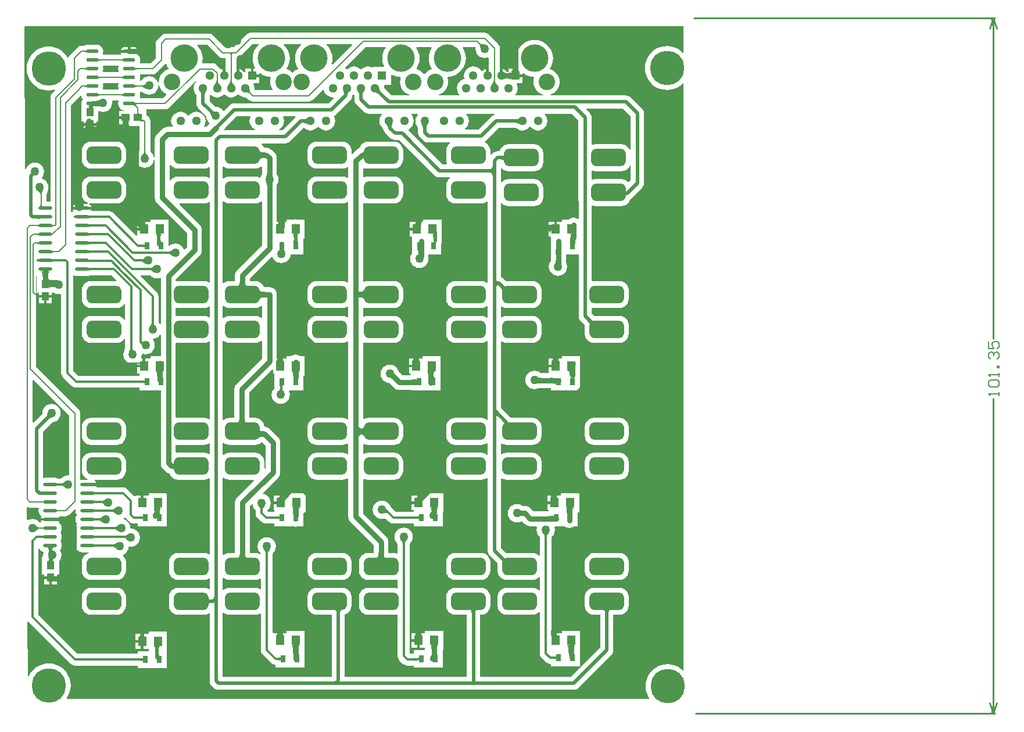
<source format=gtl>
G04*
G04 #@! TF.GenerationSoftware,Altium Limited,Altium Designer,20.0.13 (296)*
G04*
G04 Layer_Physical_Order=1*
G04 Layer_Color=255*
%FSTAX24Y24*%
%MOIN*%
G70*
G01*
G75*
%ADD12C,0.0300*%
%ADD19C,0.0100*%
%ADD21R,0.0433X0.0472*%
%ADD22O,0.0709X0.0217*%
%ADD23R,0.0472X0.0433*%
%ADD24R,0.0500X0.0550*%
%ADD25R,0.0315X0.0433*%
G04:AMPARAMS|DCode=26|XSize=196.9mil|YSize=100mil|CornerRadius=25mil|HoleSize=0mil|Usage=FLASHONLY|Rotation=180.000|XOffset=0mil|YOffset=0mil|HoleType=Round|Shape=RoundedRectangle|*
%AMROUNDEDRECTD26*
21,1,0.1969,0.0500,0,0,180.0*
21,1,0.1468,0.1000,0,0,180.0*
1,1,0.0500,-0.0734,0.0250*
1,1,0.0500,0.0734,0.0250*
1,1,0.0500,0.0734,-0.0250*
1,1,0.0500,-0.0734,-0.0250*
%
%ADD26ROUNDEDRECTD26*%
%ADD27O,0.0787X0.0217*%
%ADD41C,0.0120*%
%ADD42C,0.0200*%
%ADD43C,0.0080*%
%ADD44C,0.0400*%
%ADD45C,0.0500*%
%ADD46C,0.0060*%
%ADD47C,0.0512*%
%ADD48C,0.0945*%
%ADD49C,0.1575*%
%ADD50R,0.0512X0.0512*%
%ADD51C,0.0500*%
%ADD52C,0.1969*%
G36*
X0722Y0664D02*
X072194Y066399D01*
X07219Y066396D01*
X072187Y066391D01*
X072185Y066385D01*
X072185Y066376D01*
X072186Y066366D01*
X072188Y066354D01*
X072195Y066323D01*
X072201Y066305D01*
X072182Y066047D01*
X072176Y066064D01*
X07217Y066077D01*
X072165Y066086D01*
X072161Y066092D01*
X072158Y066093D01*
X072155Y066091D01*
X072153Y066084D01*
X07215Y06606D01*
X07215Y066042D01*
X07205D01*
X07205Y06606D01*
X072049Y066074D01*
X072047Y066084D01*
X072045Y066091D01*
X072042Y066093D01*
X072039Y066092D01*
X072035Y066086D01*
X072024Y066064D01*
X072018Y066047D01*
X071999Y066305D01*
X072004Y066323D01*
X072006Y066339D01*
X072006Y066354D01*
X072003Y066366D01*
X071998Y066376D01*
X07199Y066385D01*
X071979Y066391D01*
X071965Y066396D01*
X071949Y066399D01*
X071931Y0664D01*
X0721Y0665D01*
X0722Y0664D01*
D02*
G37*
G36*
X042711Y064997D02*
X042727Y064987D01*
X042746Y064978D01*
X042767Y06497D01*
X042791Y064964D01*
X042817Y064959D01*
X042846Y064954D01*
X042911Y06495D01*
X042948Y06495D01*
X0427Y064703D01*
X0427Y064739D01*
X042696Y064804D01*
X042691Y064833D01*
X042686Y064859D01*
X04268Y064883D01*
X042672Y064904D01*
X042663Y064923D01*
X042653Y064939D01*
X042641Y064952D01*
X042698Y065009D01*
X042711Y064997D01*
D02*
G37*
G36*
X05435Y0645D02*
X054303Y064482D01*
X054294Y064494D01*
X054143Y064622D01*
X053974Y064726D01*
X053791Y064802D01*
X053598Y064848D01*
X0534Y064864D01*
X053202Y064848D01*
X053009Y064802D01*
X052826Y064726D01*
X052657Y064622D01*
X052506Y064494D01*
X052378Y064343D01*
X052274Y064174D01*
X052198Y063991D01*
X052152Y063798D01*
X052136Y0636D01*
X052152Y063402D01*
X052198Y063209D01*
X052274Y063026D01*
X052378Y062857D01*
X052506Y062706D01*
X052657Y062578D01*
X052826Y062474D01*
X053009Y062398D01*
X053202Y062352D01*
X0534Y062336D01*
X053598Y062352D01*
X053791Y062398D01*
X053974Y062474D01*
X054143Y062578D01*
X054294Y062706D01*
X054303Y062718D01*
X05435Y0627D01*
Y029068D01*
X0543Y029045D01*
X05418Y029147D01*
X054011Y029251D01*
X053828Y029327D01*
X053635Y029373D01*
X053437Y029389D01*
X05324Y029373D01*
X053047Y029327D01*
X052864Y029251D01*
X052694Y029147D01*
X052544Y029019D01*
X052415Y028868D01*
X052311Y028699D01*
X052235Y028516D01*
X052189Y028323D01*
X052174Y028125D01*
X052189Y027927D01*
X052235Y027735D01*
X052311Y027551D01*
X052377Y027444D01*
X052353Y0274D01*
X018994D01*
X01897Y02745D01*
X019063Y027601D01*
X019139Y027785D01*
X019185Y027977D01*
X019201Y028175D01*
X019185Y028373D01*
X019139Y028566D01*
X019063Y028749D01*
X01896Y028918D01*
X018831Y029069D01*
X01868Y029197D01*
X018511Y029301D01*
X018328Y029377D01*
X018135Y029423D01*
X017937Y029439D01*
X01774Y029423D01*
X017547Y029377D01*
X017364Y029301D01*
X017194Y029197D01*
X017044Y029069D01*
X016915Y028918D01*
X016811Y028749D01*
X016791Y028699D01*
X016742Y028709D01*
X016725Y031826D01*
X016775Y031846D01*
X019211Y029411D01*
X019281Y029357D01*
X019362Y029323D01*
X01945Y029312D01*
X023024D01*
X023037Y029303D01*
Y029158D01*
X024703D01*
Y030142D01*
X024726Y030149D01*
Y031251D01*
X023674D01*
Y031125D01*
X023402D01*
X023404Y031102D01*
X023409Y031072D01*
X023416Y031046D01*
X023425Y031024D01*
X023436Y031006D01*
X023449Y030992D01*
X023464Y030982D01*
X023481Y030976D01*
X0235Y030974D01*
X023375D01*
Y0307D01*
Y030275D01*
X023674D01*
Y030149D01*
X023627Y030142D01*
X023037D01*
Y029997D01*
X023024Y029988D01*
X01959D01*
X017338Y03224D01*
Y036032D01*
X017388Y036042D01*
X017403Y036006D01*
X017465Y035926D01*
X017545Y035865D01*
X017638Y035826D01*
X017636Y035776D01*
X01762Y03565D01*
X017627Y035599D01*
X017594Y035562D01*
X017558D01*
Y034538D01*
X017683D01*
Y034425D01*
X01805D01*
X018264D01*
X018264Y03445D01*
X018266Y034431D01*
X018268Y034425D01*
X018417D01*
Y034538D01*
X018542D01*
Y035298D01*
X018609Y035385D01*
X018662Y035513D01*
X01868Y03565D01*
X018662Y035787D01*
X018609Y035915D01*
X018592Y035938D01*
X018645Y036006D01*
X018683Y0361D01*
X018697Y0362D01*
X018683Y0363D01*
X018645Y036394D01*
X018601Y03645D01*
X018645Y036506D01*
X018683Y0366D01*
X018697Y0367D01*
X018683Y0368D01*
X018645Y036894D01*
X018601Y03695D01*
X018645Y037006D01*
X018683Y0371D01*
X018697Y0372D01*
X018683Y0373D01*
X018645Y037394D01*
X018583Y037474D01*
X018535Y037511D01*
X018528Y037561D01*
X018535Y03757D01*
X018548Y0376D01*
X018337Y037596D01*
Y037625D01*
X018024D01*
X01749D01*
X017513Y03757D01*
X017514Y037568D01*
X017489Y037518D01*
X017434D01*
X017429Y037522D01*
X017394Y037553D01*
X017385Y037562D01*
X017375Y037575D01*
X017265Y037659D01*
X017137Y037712D01*
X017Y03773D01*
X016863Y037712D01*
X016744Y037663D01*
X016694Y037684D01*
X016691Y03837D01*
X016741Y038404D01*
X016768Y038393D01*
X01685Y038382D01*
X017353D01*
X017381Y03834D01*
X017365Y0383D01*
X017351Y0382D01*
X017365Y0381D01*
X017403Y038006D01*
X017465Y037926D01*
X017513Y037889D01*
X01752Y037839D01*
X017513Y03783D01*
X01749Y037775D01*
X018024D01*
X018337D01*
Y037804D01*
X018341Y037803D01*
X018349Y037803D01*
X018395Y037801D01*
X018548Y0378D01*
X018535Y03783D01*
X018534Y037832D01*
X018559Y037882D01*
X0189D01*
X018982Y037893D01*
X019059Y037924D01*
X019125Y037975D01*
X019439Y038288D01*
X019486Y038265D01*
X019477Y0382D01*
X019491Y0381D01*
X019529Y038006D01*
X019573Y03795D01*
X019529Y037894D01*
X019491Y0378D01*
X019477Y0377D01*
X019491Y0376D01*
X019529Y037506D01*
X019573Y03745D01*
X019529Y037394D01*
X019491Y0373D01*
X019477Y0372D01*
X019491Y0371D01*
X019529Y037006D01*
X019573Y03695D01*
X019529Y036894D01*
X019491Y0368D01*
X019477Y0367D01*
X019491Y0366D01*
X019529Y036506D01*
X019573Y03645D01*
X019529Y036394D01*
X019491Y0363D01*
X019477Y0362D01*
X019491Y0361D01*
X019529Y036006D01*
X019591Y035926D01*
X019671Y035865D01*
X019764Y035826D01*
X019865Y035813D01*
X020231D01*
X020234Y035763D01*
X020229Y035762D01*
X020101Y035709D01*
X019991Y035625D01*
X019907Y035515D01*
X019854Y035387D01*
X019836Y03525D01*
Y03475D01*
X019854Y034613D01*
X019907Y034485D01*
X019991Y034375D01*
X020101Y034291D01*
X020229Y034238D01*
X020366Y03422D01*
X021834D01*
X021971Y034238D01*
X022099Y034291D01*
X022209Y034375D01*
X022293Y034485D01*
X022346Y034613D01*
X022364Y03475D01*
Y03525D01*
X022346Y035387D01*
X022293Y035515D01*
X022216Y035616D01*
X02222Y035672D01*
X022265Y035691D01*
X022375Y035775D01*
X022459Y035885D01*
X022512Y036013D01*
X022528Y036136D01*
X02265Y03612D01*
X022787Y036138D01*
X022915Y036191D01*
X023025Y036275D01*
X023109Y036385D01*
X023162Y036513D01*
X02318Y03665D01*
X023162Y036787D01*
X023109Y036915D01*
X023025Y037025D01*
X022915Y037109D01*
X022787Y037162D01*
X022677Y037177D01*
X02263Y0372D01*
X022612Y037337D01*
X022559Y037465D01*
X022475Y037575D01*
X022365Y037659D01*
X022252Y037706D01*
X022241Y037747D01*
X022242Y037762D01*
X022301Y037806D01*
X022353Y037801D01*
X022363Y037794D01*
X022411Y037731D01*
X022581Y037561D01*
X022651Y037507D01*
X022733Y037473D01*
X02282Y037462D01*
X023037D01*
Y037308D01*
X024703D01*
Y038099D01*
X024726D01*
Y038367D01*
X024727Y038376D01*
X024726Y038385D01*
Y039201D01*
X023674D01*
Y039075D01*
X023375D01*
Y03865D01*
X023225D01*
Y038924D01*
X023179D01*
X023186Y038925D01*
X023193Y038927D01*
X023199Y038931D01*
X023204Y038937D01*
X023209Y038944D01*
X023212Y038953D01*
X023215Y038963D01*
X023217Y038975D01*
X023218Y038989D01*
X023219Y039004D01*
X023225D01*
Y039075D01*
X0229D01*
Y039049D01*
X02285Y039029D01*
X022439Y039439D01*
X022369Y039493D01*
X022288Y039527D01*
X0222Y039538D01*
X020695D01*
X020669Y039588D01*
X020674Y0396D01*
X020463Y039596D01*
Y039625D01*
X02015D01*
Y039775D01*
X020463D01*
Y039804D01*
X020467Y039803D01*
X020475Y039803D01*
X020521Y039801D01*
X020674Y0398D01*
X020661Y03983D01*
X02062Y039884D01*
X020573Y03992D01*
X020576Y039948D01*
X020587Y03997D01*
X021834D01*
X021971Y039988D01*
X022099Y040041D01*
X022209Y040125D01*
X022293Y040235D01*
X022346Y040363D01*
X022364Y0405D01*
Y041D01*
X022346Y041137D01*
X022293Y041265D01*
X022209Y041375D01*
X022099Y041459D01*
X021971Y041512D01*
X021834Y04153D01*
X020366D01*
X020229Y041512D01*
X020101Y041459D01*
X019991Y041375D01*
X019907Y041265D01*
X019854Y041137D01*
X019836Y041D01*
Y0405D01*
X019854Y040363D01*
X019907Y040235D01*
X019991Y040125D01*
X020101Y040041D01*
X020174Y04001D01*
X020164Y03996D01*
X019865D01*
X019808Y039953D01*
X019758Y039983D01*
Y04376D01*
X019747Y043842D01*
X019716Y043919D01*
X019665Y043985D01*
X017198Y046452D01*
Y051656D01*
X017248Y051684D01*
X017258Y051678D01*
Y050688D01*
X017383D01*
Y050575D01*
X017535D01*
X017536Y05058D01*
Y050575D01*
X01775D01*
X018117D01*
Y050688D01*
X018241D01*
X018363Y050638D01*
X0185Y05062D01*
X018612Y050635D01*
X018662Y050599D01*
Y0461D01*
X018673Y046012D01*
X018707Y045931D01*
X018761Y045861D01*
X019261Y045361D01*
X019331Y045307D01*
X019412Y045273D01*
X0195Y045262D01*
X023137D01*
Y045108D01*
X024371D01*
Y040926D01*
X024385Y040815D01*
X024428Y040711D01*
X024496Y040622D01*
X024672Y040446D01*
X024761Y040378D01*
X024865Y040335D01*
X024865Y040335D01*
X024907Y040235D01*
X024991Y040125D01*
X025101Y040041D01*
X025229Y039988D01*
X025366Y03997D01*
X026834D01*
X026971Y039988D01*
X027099Y040041D01*
X027126Y040062D01*
X027171Y04004D01*
Y03571D01*
X027126Y035688D01*
X027099Y035709D01*
X026971Y035762D01*
X026834Y03578D01*
X025366D01*
X025229Y035762D01*
X025101Y035709D01*
X024991Y035625D01*
X024907Y035515D01*
X024854Y035387D01*
X024836Y03525D01*
Y03475D01*
X024854Y034613D01*
X024907Y034485D01*
X024991Y034375D01*
X025101Y034291D01*
X025229Y034238D01*
X025366Y03422D01*
X026834D01*
X026971Y034238D01*
X027099Y034291D01*
X027126Y034312D01*
X027171Y03429D01*
Y03371D01*
X027126Y033688D01*
X027099Y033709D01*
X026971Y033762D01*
X026834Y03378D01*
X025366D01*
X025229Y033762D01*
X025101Y033709D01*
X024991Y033625D01*
X024907Y033515D01*
X024854Y033387D01*
X024836Y03325D01*
Y03275D01*
X024854Y032613D01*
X024907Y032485D01*
X024991Y032375D01*
X025101Y032291D01*
X025229Y032238D01*
X025366Y03222D01*
X026834D01*
X026971Y032238D01*
X027099Y032291D01*
X027126Y032312D01*
X027171Y03229D01*
Y028417D01*
X027184Y028319D01*
X027222Y028228D01*
X027282Y028149D01*
X027399Y028032D01*
X027399Y028032D01*
X027478Y027972D01*
X027569Y027934D01*
X027667Y027921D01*
X04235D01*
X04235Y027921D01*
X04235Y027921D01*
X04805D01*
X048148Y027934D01*
X048239Y027972D01*
X048318Y028032D01*
X050218Y029932D01*
X050278Y030011D01*
X050316Y030102D01*
X050329Y0302D01*
X050329Y0302D01*
Y03222D01*
X050684D01*
X050821Y032238D01*
X050949Y032291D01*
X051059Y032375D01*
X051143Y032485D01*
X051196Y032613D01*
X051214Y03275D01*
Y03325D01*
X051196Y033387D01*
X051143Y033515D01*
X051059Y033625D01*
X050949Y033709D01*
X050821Y033762D01*
X050684Y03378D01*
X049216D01*
X049079Y033762D01*
X048951Y033709D01*
X048841Y033625D01*
X048757Y033515D01*
X048704Y033387D01*
X048686Y03325D01*
Y03275D01*
X048704Y032613D01*
X048757Y032485D01*
X048841Y032375D01*
X048951Y032291D01*
X049079Y032238D01*
X049216Y03222D01*
X049571D01*
Y030357D01*
X04844Y029226D01*
X048403Y02926D01*
Y029956D01*
X048405Y029965D01*
X048404Y029973D01*
X048404Y029982D01*
X048403Y029985D01*
Y030199D01*
X048426D01*
Y030467D01*
X048427Y030476D01*
X048426Y030485D01*
Y031301D01*
X047374D01*
Y031175D01*
X047075D01*
Y031129D01*
X047087Y031099D01*
X047104Y031072D01*
X047123Y031051D01*
X047146Y031036D01*
X047172Y031027D01*
X0472Y031024D01*
X047075D01*
Y03075D01*
X046925D01*
Y031024D01*
X046751D01*
X046751Y031027D01*
X046751Y031036D01*
X04675Y031324D01*
X046788D01*
Y036687D01*
X04681Y036713D01*
X046813Y036716D01*
X046825Y036725D01*
X046909Y036835D01*
X046962Y036963D01*
X04698Y0371D01*
X046962Y037237D01*
X046952Y037263D01*
X046979Y037304D01*
X04705D01*
X047078Y037308D01*
X047525D01*
X047585Y037261D01*
X047689Y037218D01*
X0478Y037204D01*
X047911Y037218D01*
X048015Y037261D01*
X048075Y037308D01*
X048283D01*
Y038004D01*
X048284Y038012D01*
X048284Y038014D01*
X048284Y038015D01*
X048283Y038024D01*
Y038099D01*
X048376D01*
Y038367D01*
X048377Y038376D01*
X048376Y038385D01*
Y039201D01*
X047324D01*
Y039075D01*
X047063D01*
X047063Y039071D01*
X047074Y039032D01*
X047087Y038999D01*
X047104Y038972D01*
X047123Y038951D01*
X047145Y038936D01*
X047171Y038927D01*
X047199Y038924D01*
X047025D01*
Y03865D01*
X04695D01*
Y038575D01*
X04655D01*
Y038225D01*
X046617D01*
Y038163D01*
X045727D01*
X045537Y038354D01*
X045448Y038422D01*
X045344Y038465D01*
X045233Y038479D01*
X045104D01*
X045065Y038509D01*
X044937Y038562D01*
X0448Y03858D01*
X044663Y038562D01*
X044535Y038509D01*
X044425Y038425D01*
X044341Y038315D01*
X044288Y038187D01*
X04427Y03805D01*
X044288Y037913D01*
X044341Y037785D01*
X044425Y037675D01*
X044535Y037591D01*
X044663Y037538D01*
X0448Y03752D01*
X044937Y037538D01*
X045065Y037591D01*
X045076Y0376D01*
X045246Y03743D01*
X045246Y03743D01*
X045335Y037362D01*
X045439Y037319D01*
X04555Y037304D01*
X04555Y037304D01*
X045921D01*
X045948Y037263D01*
X045938Y037237D01*
X04592Y0371D01*
X045938Y036963D01*
X045991Y036835D01*
X046075Y036725D01*
X046087Y036716D01*
X046093Y03671D01*
X046103Y036699D01*
X04611Y03669D01*
X046112Y036687D01*
Y035634D01*
X046064Y035618D01*
X046059Y035625D01*
X045949Y035709D01*
X045821Y035762D01*
X045684Y03578D01*
X044216D01*
X044163Y035773D01*
X043879Y036057D01*
Y04004D01*
X043924Y040062D01*
X043951Y040041D01*
X044079Y039988D01*
X044216Y03997D01*
X045684D01*
X045821Y039988D01*
X045949Y040041D01*
X046059Y040125D01*
X046143Y040235D01*
X046196Y040363D01*
X046214Y0405D01*
Y041D01*
X046196Y041137D01*
X046143Y041265D01*
X046059Y041375D01*
X045949Y041459D01*
X045821Y041512D01*
X045684Y04153D01*
X044216D01*
X044079Y041512D01*
X043951Y041459D01*
X043924Y041438D01*
X043879Y04146D01*
Y04204D01*
X043924Y042062D01*
X043951Y042041D01*
X044079Y041988D01*
X044216Y04197D01*
X045684D01*
X045821Y041988D01*
X045949Y042041D01*
X046059Y042125D01*
X046143Y042235D01*
X046196Y042363D01*
X046214Y0425D01*
Y043D01*
X046196Y043137D01*
X046143Y043265D01*
X046059Y043375D01*
X045949Y043459D01*
X045821Y043512D01*
X045684Y04353D01*
X044459D01*
X044445Y043549D01*
X043925Y044069D01*
X043914Y044082D01*
X043906Y044095D01*
X043898Y044108D01*
X043892Y044121D01*
X043888Y044134D01*
X043884Y044148D01*
X043881Y044163D01*
X043879Y04418D01*
Y04789D01*
X043924Y047912D01*
X043951Y047891D01*
X044079Y047838D01*
X044216Y04782D01*
X045684D01*
X045821Y047838D01*
X045949Y047891D01*
X046059Y047975D01*
X046143Y048085D01*
X046196Y048213D01*
X046214Y04835D01*
Y04885D01*
X046196Y048987D01*
X046143Y049115D01*
X046059Y049225D01*
X045949Y049309D01*
X045821Y049362D01*
X045684Y04938D01*
X044216D01*
X044079Y049362D01*
X043951Y049309D01*
X043924Y049288D01*
X043879Y04931D01*
Y04989D01*
X043924Y049912D01*
X043951Y049891D01*
X044079Y049838D01*
X044216Y04982D01*
X045684D01*
X045821Y049838D01*
X045949Y049891D01*
X046059Y049975D01*
X046143Y050085D01*
X046196Y050213D01*
X046214Y05035D01*
Y05085D01*
X046196Y050987D01*
X046143Y051115D01*
X046059Y051225D01*
X045949Y051309D01*
X045821Y051362D01*
X045684Y05138D01*
X044216D01*
X044173Y051375D01*
X044171Y051377D01*
X044029Y051518D01*
X043951Y051578D01*
X043879Y051608D01*
Y055828D01*
X043926Y055844D01*
X043941Y055825D01*
X044051Y055741D01*
X044179Y055688D01*
X044316Y05567D01*
X045784D01*
X045921Y055688D01*
X046049Y055741D01*
X046159Y055825D01*
X046243Y055935D01*
X046296Y056063D01*
X046314Y0562D01*
Y0567D01*
X046296Y056837D01*
X046243Y056965D01*
X046159Y057075D01*
X046049Y057159D01*
X045921Y057212D01*
X045784Y05723D01*
X044316D01*
X044179Y057212D01*
X044051Y057159D01*
X043941Y057075D01*
X043926Y057056D01*
X043879Y057072D01*
Y0577D01*
Y057828D01*
X043926Y057844D01*
X043941Y057825D01*
X044051Y057741D01*
X044179Y057688D01*
X044316Y05767D01*
X045784D01*
X045921Y057688D01*
X046049Y057741D01*
X046159Y057825D01*
X046243Y057935D01*
X046296Y058063D01*
X046314Y0582D01*
Y0587D01*
X046296Y058837D01*
X046243Y058965D01*
X046159Y059075D01*
X046049Y059159D01*
X045921Y059212D01*
X045784Y05923D01*
X044316D01*
X044179Y059212D01*
X044051Y059159D01*
X043941Y059075D01*
X043857Y058965D01*
X043804Y058837D01*
X043803Y058829D01*
X043676D01*
X043578Y058816D01*
X043486Y058778D01*
X043408Y058718D01*
X043311Y058621D01*
X043264Y05864D01*
Y05885D01*
X043246Y058987D01*
X043193Y059115D01*
X043109Y059225D01*
X042999Y059309D01*
X042953Y059328D01*
X042952Y059383D01*
X043016Y059432D01*
X043757Y060173D01*
X04472D01*
X04472Y060173D01*
X044831Y060087D01*
X04496Y060034D01*
X045099Y060015D01*
X045238Y060034D01*
X045367Y060087D01*
X045478Y060173D01*
X045525Y060233D01*
X045575D01*
X045622Y060173D01*
X045733Y060087D01*
X045862Y060034D01*
X046001Y060015D01*
X04614Y060034D01*
X046269Y060087D01*
X04638Y060173D01*
X046465Y060284D01*
X046519Y060413D01*
X046537Y060552D01*
X046519Y06069D01*
X046465Y06082D01*
X046387Y060921D01*
X046402Y060971D01*
X047943D01*
X048321Y060593D01*
Y056034D01*
X048334Y055936D01*
X048337Y055929D01*
Y054962D01*
X048292Y05494D01*
X04826Y054965D01*
X048157Y055008D01*
X048046Y055022D01*
X047935Y055008D01*
X047831Y054965D01*
X047747Y054901D01*
X047384D01*
Y054775D01*
X047084D01*
Y05435D01*
X047009D01*
Y054275D01*
X046761D01*
X046762Y05415D01*
X046759Y054179D01*
X04675Y054204D01*
X046734Y054226D01*
X046713Y054246D01*
X046702Y054253D01*
X046702Y05415D01*
X046699Y054179D01*
X04669Y054204D01*
X046675Y054226D01*
X046654Y054246D01*
X046627Y054262D01*
X046609Y05427D01*
Y053925D01*
X04671D01*
X046747Y053892D01*
Y05367D01*
X046743Y053643D01*
Y052533D01*
X046691Y052465D01*
X046638Y052337D01*
X04662Y0522D01*
X046638Y052063D01*
X046691Y051935D01*
X046775Y051825D01*
X046885Y051741D01*
X047013Y051688D01*
X04715Y05167D01*
X047287Y051688D01*
X047415Y051741D01*
X047525Y051825D01*
X047609Y051935D01*
X047662Y052063D01*
X04768Y0522D01*
X047662Y052337D01*
X047609Y052465D01*
X047603Y052473D01*
X047601Y052493D01*
Y052908D01*
X048337D01*
Y04935D01*
X04835Y049252D01*
X048388Y049161D01*
X048448Y049082D01*
X048674Y048856D01*
X048686Y048843D01*
Y04835D01*
X048704Y048213D01*
X048757Y048085D01*
X048841Y047975D01*
X048951Y047891D01*
X049079Y047838D01*
X049216Y04782D01*
X050684D01*
X050821Y047838D01*
X050949Y047891D01*
X051059Y047975D01*
X051143Y048085D01*
X051196Y048213D01*
X051214Y04835D01*
Y04885D01*
X051196Y048987D01*
X051143Y049115D01*
X051059Y049225D01*
X050949Y049309D01*
X050821Y049362D01*
X050684Y04938D01*
X049224D01*
X049208Y049394D01*
X049095Y049507D01*
Y049798D01*
X049132Y049831D01*
X049216Y04982D01*
X050684D01*
X050821Y049838D01*
X050949Y049891D01*
X051059Y049975D01*
X051143Y050085D01*
X051196Y050213D01*
X051214Y05035D01*
Y05085D01*
X051196Y050987D01*
X051143Y051115D01*
X051059Y051225D01*
X050949Y051309D01*
X050821Y051362D01*
X050684Y05138D01*
X049216D01*
X049132Y051369D01*
X049095Y051402D01*
Y055678D01*
X049136Y055705D01*
X049179Y055688D01*
X049316Y05567D01*
X050784D01*
X050921Y055688D01*
X051049Y055741D01*
X051159Y055825D01*
X051243Y055935D01*
X051296Y056063D01*
X051298Y056079D01*
X051368Y056132D01*
X051968Y056732D01*
X052028Y056811D01*
X052066Y056902D01*
X052079Y057D01*
Y06005D01*
Y061D01*
X052079Y061D01*
X052066Y061098D01*
X052028Y061189D01*
X051968Y061268D01*
X051318Y061918D01*
X051239Y061978D01*
X051148Y062016D01*
X05105Y062029D01*
X046707D01*
X0467Y062079D01*
X046786Y062105D01*
X046916Y062175D01*
X04703Y062268D01*
X047124Y062382D01*
X047193Y062512D01*
X047236Y062653D01*
X04725Y0628D01*
X047236Y062946D01*
X047193Y063087D01*
X047124Y063217D01*
X04703Y063331D01*
X046916Y063425D01*
X046786Y063494D01*
X046706Y063518D01*
X046688Y063565D01*
X04675Y063666D01*
X046814Y063821D01*
X046853Y063983D01*
X046866Y06415D01*
X046853Y064317D01*
X046814Y064479D01*
X04675Y064634D01*
X046663Y064777D01*
X046554Y064904D01*
X046427Y065013D01*
X046284Y0651D01*
X046129Y065164D01*
X045967Y065203D01*
X0458Y065216D01*
X045633Y065203D01*
X04547Y065164D01*
X045316Y0651D01*
X045173Y065013D01*
X045046Y064904D01*
X044937Y064777D01*
X04485Y064634D01*
X044786Y064479D01*
X044747Y064317D01*
X044734Y06415D01*
X044747Y063983D01*
X044786Y063821D01*
X044834Y063705D01*
X044856D01*
X044856Y063655D01*
X044891Y0636D01*
X044866Y063556D01*
X044865D01*
X044865Y063552D01*
X044872Y063513D01*
X044882Y06348D01*
X044893Y063453D01*
X044907Y063432D01*
X044923Y063417D01*
X04494Y063408D01*
X04496Y063405D01*
X044781D01*
Y063225D01*
X045111D01*
Y06328D01*
X045157Y063301D01*
X045173Y063287D01*
X045316Y0632D01*
X04547Y063136D01*
X045633Y063097D01*
X045752Y063087D01*
X045788Y063034D01*
X045762Y062946D01*
X045747Y0628D01*
X045762Y062653D01*
X045804Y062512D01*
X045874Y062382D01*
X045967Y062268D01*
X046081Y062175D01*
X046211Y062105D01*
X046298Y062079D01*
X046291Y062029D01*
X044704D01*
X04469Y062079D01*
X044768Y062181D01*
X044822Y06231D01*
X04484Y062449D01*
X044822Y062588D01*
X044778Y062694D01*
X044807Y062744D01*
X045111D01*
Y063075D01*
X044706D01*
Y06315D01*
X044631D01*
Y063405D01*
X044451D01*
X044471Y063408D01*
X044489Y063417D01*
X044504Y063432D01*
X044518Y063453D01*
X044529Y06348D01*
X044539Y063513D01*
X044546Y063552D01*
X044547Y063556D01*
X0443D01*
Y063377D01*
X044289Y063372D01*
X04425Y063364D01*
X044192Y063439D01*
X044107Y063505D01*
X044008Y063545D01*
X043977Y06355D01*
Y06315D01*
X043827D01*
Y063579D01*
X043819Y063586D01*
Y064749D01*
X043808Y064832D01*
X043776Y064908D01*
X043726Y064974D01*
X043175Y065525D01*
X043109Y065576D01*
X043032Y065607D01*
X04295Y065618D01*
X0295D01*
X029418Y065607D01*
X029341Y065576D01*
X029275Y065525D01*
X028543Y064793D01*
X028057D01*
X027375Y065475D01*
X027309Y065526D01*
X027232Y065557D01*
X02715Y065568D01*
X02465D01*
X024568Y065557D01*
X024491Y065526D01*
X024425Y065475D01*
X024175Y065225D01*
X024124Y065159D01*
X024093Y065082D01*
X024082Y065D01*
Y064182D01*
X023768Y063868D01*
X023194D01*
X023166Y06391D01*
X023183Y06395D01*
X023196Y06405D01*
X023183Y06415D01*
X023144Y064244D01*
X023083Y064324D01*
X023034Y064361D01*
X023028Y064411D01*
X023035Y06442D01*
X023058Y064475D01*
X022563D01*
X022068D01*
X022091Y06442D01*
X022092Y064418D01*
X022068Y064368D01*
X021068D01*
X021041Y06441D01*
X021057Y06445D01*
X02107Y06455D01*
X021057Y06465D01*
X021018Y064744D01*
X020957Y064824D01*
X020877Y064885D01*
X020783Y064924D01*
X020683Y064937D01*
X020191D01*
X020091Y064924D01*
X019997Y064885D01*
X019975Y064868D01*
X0198D01*
X019718Y064857D01*
X019641Y064826D01*
X019575Y064775D01*
X019175Y064375D01*
X019124Y064309D01*
X019093Y064232D01*
X019088Y064195D01*
X019036Y064184D01*
X018955Y064316D01*
X018826Y064467D01*
X018676Y064595D01*
X018506Y064699D01*
X018323Y064775D01*
X01813Y064821D01*
X017933Y064837D01*
X017735Y064821D01*
X017542Y064775D01*
X017359Y064699D01*
X01719Y064595D01*
X017039Y064467D01*
X01691Y064316D01*
X016807Y064147D01*
X016731Y063963D01*
X016685Y063771D01*
X016669Y063573D01*
X016685Y063375D01*
X016731Y063182D01*
X016807Y062999D01*
X01691Y06283D01*
X017039Y062679D01*
X01719Y062551D01*
X017359Y062447D01*
X017542Y062371D01*
X017735Y062325D01*
X017933Y062309D01*
X01813Y062325D01*
X018293Y062364D01*
X018318Y062318D01*
X018125Y062125D01*
X018074Y062059D01*
X018043Y061982D01*
X018032Y0619D01*
Y055945D01*
X018022Y055937D01*
X017818D01*
Y056346D01*
X017875Y056516D01*
X017889Y056552D01*
X01789Y056553D01*
X01789Y056554D01*
X017894Y056569D01*
X017912Y056613D01*
X01793Y05675D01*
X017912Y056887D01*
X017859Y057015D01*
X017775Y057125D01*
X017665Y057209D01*
X017568Y057249D01*
X01755Y057308D01*
X017609Y057385D01*
X017662Y057513D01*
X01768Y05765D01*
X017662Y057787D01*
X017609Y057915D01*
X017525Y058025D01*
X017415Y058109D01*
X017287Y058162D01*
X01715Y05818D01*
X017013Y058162D01*
X016885Y058109D01*
X016775Y058025D01*
X016691Y057915D01*
X016638Y057787D01*
X016589Y057794D01*
X016546Y065965D01*
X016581Y066D01*
X05435D01*
Y0645D01*
D02*
G37*
G36*
X02012Y064471D02*
X020119Y064478D01*
X020116Y064485D01*
X02011Y064491D01*
X020103Y064496D01*
X020093Y0645D01*
X020081Y064504D01*
X020067Y064506D01*
X020051Y064508D01*
X020032Y06451D01*
X020012Y06451D01*
Y06459D01*
X020032Y06459D01*
X020067Y064594D01*
X020081Y064596D01*
X020093Y0646D01*
X020103Y064604D01*
X02011Y064609D01*
X020116Y064615D01*
X020119Y064622D01*
X02012Y064629D01*
Y064471D01*
D02*
G37*
G36*
X02852Y064435D02*
X028505Y064434D01*
X028491Y064432D01*
X028479Y064428D01*
X028469Y064422D01*
X02846Y064415D01*
X028453Y064406D01*
X028447Y064396D01*
X028443Y064384D01*
X028441Y06437D01*
X02844Y064355D01*
X02836D01*
X028359Y06437D01*
X028357Y064384D01*
X028353Y064396D01*
X028347Y064406D01*
X02834Y064415D01*
X028331Y064422D01*
X028321Y064428D01*
X028309Y064432D01*
X028295Y064434D01*
X02828Y064435D01*
X0284Y064515D01*
X02852Y064435D01*
D02*
G37*
G36*
X022246Y063971D02*
X022245Y063978D01*
X022242Y063985D01*
X022236Y063991D01*
X022229Y063996D01*
X022219Y064D01*
X022207Y064004D01*
X022193Y064006D01*
X022177Y064008D01*
X022158Y06401D01*
X022138Y06401D01*
Y06409D01*
X022158Y06409D01*
X022193Y064094D01*
X022207Y064096D01*
X022219Y0641D01*
X022229Y064104D01*
X022236Y064109D01*
X022242Y064115D01*
X022245Y064122D01*
X022246Y064129D01*
Y063971D01*
D02*
G37*
G36*
X020755Y064122D02*
X020758Y064115D01*
X020764Y064109D01*
X020771Y064104D01*
X020781Y0641D01*
X020793Y064096D01*
X020807Y064094D01*
X020823Y064092D01*
X020842Y06409D01*
X020862Y06409D01*
Y06401D01*
X020842Y06401D01*
X020807Y064006D01*
X020793Y064004D01*
X020781Y064D01*
X020771Y063996D01*
X020764Y063991D01*
X020758Y063985D01*
X020755Y063978D01*
X020754Y063971D01*
Y064129D01*
X020755Y064122D01*
D02*
G37*
G36*
X035335Y064935D02*
X034203Y063803D01*
X034161Y063832D01*
X034198Y063983D01*
X034211Y06415D01*
X034198Y064317D01*
X034159Y064479D01*
X034095Y064634D01*
X034007Y064777D01*
X033898Y064904D01*
X033862Y064935D01*
X03388Y064982D01*
X035316D01*
X035335Y064935D01*
D02*
G37*
G36*
X037266Y064752D02*
X037194Y064634D01*
X03713Y064479D01*
X037091Y064317D01*
X037078Y06415D01*
X037091Y063983D01*
X03713Y063821D01*
X037171Y063723D01*
X037143Y063682D01*
X036518D01*
Y063667D01*
X036469Y063633D01*
X036386Y063668D01*
X036247Y063686D01*
X036108Y063668D01*
X035979Y063614D01*
X035879Y063538D01*
X035845Y063533D01*
X035811Y063538D01*
X035712Y063614D01*
X035582Y063668D01*
X035444Y063686D01*
X035305Y063668D01*
X035176Y063614D01*
X035065Y063529D01*
X03502D01*
X034942Y063589D01*
X034939Y063639D01*
X036102Y064802D01*
X037238D01*
X037266Y064752D01*
D02*
G37*
G36*
X022881Y063622D02*
X022884Y063615D01*
X02289Y063609D01*
X022897Y063604D01*
X022907Y0636D01*
X022919Y063596D01*
X022933Y063594D01*
X022949Y063592D01*
X022968Y06359D01*
X022988Y06359D01*
Y06351D01*
X022968Y06351D01*
X022933Y063506D01*
X022919Y063504D01*
X022907Y0635D01*
X022897Y063496D01*
X02289Y063491D01*
X022884Y063485D01*
X022881Y063478D01*
X02288Y063471D01*
Y063629D01*
X022881Y063622D01*
D02*
G37*
G36*
X02012Y063471D02*
X020119Y063478D01*
X020116Y063485D01*
X02011Y063491D01*
X020103Y063496D01*
X020093Y0635D01*
X020081Y063504D01*
X020067Y063506D01*
X020051Y063508D01*
X020032Y06351D01*
X020012Y06351D01*
Y06359D01*
X020032Y06359D01*
X020067Y063594D01*
X020081Y063596D01*
X020093Y0636D01*
X020103Y063604D01*
X02011Y063609D01*
X020116Y063615D01*
X020119Y063622D01*
X02012Y063629D01*
Y063471D01*
D02*
G37*
G36*
X021959Y06369D02*
X021943Y06365D01*
X02193Y06355D01*
X021943Y06345D01*
X021959Y06341D01*
X021932Y063368D01*
X021068D01*
X021041Y06341D01*
X021057Y06345D01*
X02107Y06355D01*
X021057Y06365D01*
X021041Y06369D01*
X021068Y063732D01*
X021932D01*
X021959Y06369D01*
D02*
G37*
G36*
X032427Y064935D02*
X032391Y064904D01*
X032282Y064777D01*
X032194Y064634D01*
X03213Y064479D01*
X032091Y064317D01*
X032078Y06415D01*
X032091Y063983D01*
X03213Y063821D01*
X032194Y063666D01*
X032256Y063565D01*
X032238Y063518D01*
X032158Y063494D01*
X032028Y063425D01*
X031922Y063338D01*
X031816Y063425D01*
X031686Y063494D01*
X031606Y063518D01*
X031588Y063565D01*
X03165Y063666D01*
X031714Y063821D01*
X031753Y063983D01*
X031766Y06415D01*
X031753Y064317D01*
X031714Y064479D01*
X03165Y064634D01*
X031563Y064777D01*
X031454Y064904D01*
X031418Y064935D01*
X031435Y064982D01*
X032409D01*
X032427Y064935D01*
D02*
G37*
G36*
X044451Y062895D02*
X044448Y062915D01*
X044439Y062933D01*
X044424Y062949D01*
X044403Y062962D01*
X044376Y062974D01*
X044343Y062983D01*
X044304Y062991D01*
X044259Y062996D01*
X044217Y062998D01*
X044144Y062993D01*
X044127Y06299D01*
X044113Y062986D01*
X044101Y062981D01*
X044092Y062976D01*
X044085Y062971D01*
Y063329D01*
X044092Y063324D01*
X044101Y063319D01*
X044113Y063314D01*
X044127Y06331D01*
X044144Y063307D01*
X044163Y063305D01*
X044208Y063301D01*
X044209Y063301D01*
X044304Y063309D01*
X044343Y063317D01*
X044376Y063326D01*
X044403Y063338D01*
X044424Y063351D01*
X044439Y063367D01*
X044448Y063385D01*
X044451Y063405D01*
Y062895D01*
D02*
G37*
G36*
X039922Y064752D02*
X03985Y064634D01*
X039786Y064479D01*
X039747Y064317D01*
X039734Y06415D01*
X039747Y063983D01*
X039786Y063821D01*
X03985Y063666D01*
X039912Y063565D01*
X039894Y063518D01*
X039814Y063494D01*
X039684Y063425D01*
X03957Y063331D01*
X039505Y063252D01*
X03944D01*
X039375Y063331D01*
X039261Y063425D01*
X039131Y063494D01*
X039051Y063518D01*
X039033Y063565D01*
X039095Y063666D01*
X039159Y063821D01*
X039198Y063983D01*
X039211Y06415D01*
X039198Y064317D01*
X039159Y064479D01*
X039095Y064634D01*
X039022Y064752D01*
X03905Y064802D01*
X039894D01*
X039922Y064752D01*
D02*
G37*
G36*
X042418Y064782D02*
X042419Y064776D01*
X042422Y064729D01*
X042422Y064716D01*
X04242Y0647D01*
X042438Y064563D01*
X042491Y064435D01*
X042575Y064325D01*
X042685Y064241D01*
X042813Y064188D01*
X04295Y06417D01*
X043087Y064188D01*
X043141Y06421D01*
X043182Y064182D01*
Y063586D01*
X043174Y063579D01*
Y06315D01*
X043024D01*
Y06355D01*
X042993Y063545D01*
X042895Y063505D01*
X04281Y063439D01*
X042804Y063432D01*
X042745Y063438D01*
X042675Y063529D01*
X042564Y063614D01*
X042435Y063668D01*
X042296Y063686D01*
X042157Y063668D01*
X042028Y063614D01*
X041917Y063529D01*
X041832Y063418D01*
X041778Y063289D01*
X04176Y06315D01*
X041778Y063011D01*
X041779Y063009D01*
X041744Y062962D01*
X041626Y062913D01*
X041515Y062828D01*
X04143Y062717D01*
X041377Y062588D01*
X041358Y062449D01*
X041377Y06231D01*
X04143Y062181D01*
X041509Y062079D01*
X041495Y062029D01*
X040309D01*
X040302Y062079D01*
X040389Y062105D01*
X040519Y062175D01*
X040633Y062268D01*
X040726Y062382D01*
X040796Y062512D01*
X040838Y062653D01*
X040853Y0628D01*
X040838Y062946D01*
X040812Y063034D01*
X040848Y063087D01*
X040967Y063097D01*
X041129Y063136D01*
X041284Y0632D01*
X041427Y063287D01*
X041554Y063396D01*
X041663Y063523D01*
X04175Y063666D01*
X041814Y063821D01*
X041853Y063983D01*
X041866Y06415D01*
X041853Y064317D01*
X041814Y064479D01*
X04175Y064634D01*
X041678Y064752D01*
X041706Y064802D01*
X042398D01*
X042418Y064782D01*
D02*
G37*
G36*
X0277Y06425D02*
X027766Y064199D01*
X027843Y064168D01*
X027925Y064157D01*
X028082D01*
Y063586D01*
X028074Y06358D01*
Y06315D01*
X027924D01*
Y06355D01*
X027893Y063545D01*
X027833Y06352D01*
X027823Y063533D01*
X027585Y063771D01*
X027519Y063822D01*
X027442Y063853D01*
X02736Y063864D01*
X026765D01*
X026734Y063903D01*
X026753Y063983D01*
X026766Y06415D01*
X026753Y064317D01*
X026714Y064479D01*
X02665Y064634D01*
X026563Y064777D01*
X026473Y064882D01*
X026496Y064932D01*
X027018D01*
X0277Y06425D01*
D02*
G37*
G36*
X022246Y062971D02*
X022245Y062978D01*
X022242Y062985D01*
X022236Y062991D01*
X022229Y062996D01*
X022219Y063D01*
X022207Y063004D01*
X022193Y063006D01*
X022177Y063008D01*
X022158Y06301D01*
X022138Y06301D01*
Y06309D01*
X022158Y06309D01*
X022193Y063094D01*
X022207Y063096D01*
X022219Y0631D01*
X022229Y063104D01*
X022236Y063109D01*
X022242Y063115D01*
X022245Y063122D01*
X022246Y063129D01*
Y062971D01*
D02*
G37*
G36*
X020755Y063122D02*
X020758Y063115D01*
X020764Y063109D01*
X020771Y063104D01*
X020781Y0631D01*
X020793Y063096D01*
X020807Y063094D01*
X020823Y063092D01*
X020842Y06309D01*
X020862Y06309D01*
Y06301D01*
X020842Y06301D01*
X020807Y063006D01*
X020793Y063004D01*
X020781Y063D01*
X020771Y062996D01*
X020764Y062991D01*
X020758Y062985D01*
X020755Y062978D01*
X020754Y062971D01*
Y063129D01*
X020755Y063122D01*
D02*
G37*
G36*
X024684Y063828D02*
X024686Y063821D01*
X02475Y063666D01*
X024812Y063565D01*
X024794Y063518D01*
X024714Y063494D01*
X024584Y063425D01*
X02447Y063331D01*
X024376Y063217D01*
X024307Y063087D01*
X024264Y062946D01*
X02425Y0628D01*
X024252Y06277D01*
X024203Y062758D01*
X024159Y062865D01*
X024075Y062975D01*
X023965Y063059D01*
X023837Y063112D01*
X0237Y06313D01*
X023563Y063112D01*
X023435Y063059D01*
X023325Y062975D01*
X02327Y062904D01*
X02326Y062892D01*
X023249Y062876D01*
X023243Y062868D01*
X023194D01*
X023166Y06291D01*
X023183Y06295D01*
X023196Y06305D01*
X023183Y06315D01*
X023166Y06319D01*
X023194Y063232D01*
X0239D01*
X023982Y063243D01*
X024059Y063274D01*
X024125Y063325D01*
X024625Y063825D01*
X024635Y063838D01*
X024684Y063828D01*
D02*
G37*
G36*
X043542Y062838D02*
X043546Y062819D01*
X043553Y062799D01*
X043563Y062778D01*
X043576Y062756D01*
X043591Y062733D01*
X043609Y062709D01*
X043653Y062659D01*
X04368Y062632D01*
X043322D01*
X043348Y062659D01*
X043393Y062709D01*
X043411Y062733D01*
X043426Y062756D01*
X043439Y062778D01*
X043448Y062799D01*
X043455Y062819D01*
X043459Y062838D01*
X043461Y062856D01*
X043541D01*
X043542Y062838D01*
D02*
G37*
G36*
X027639D02*
X027643Y062819D01*
X02765Y062799D01*
X02766Y062778D01*
X027672Y062756D01*
X027688Y062733D01*
X027706Y062709D01*
X02775Y062659D01*
X027777Y062632D01*
X027418D01*
X027445Y062659D01*
X027489Y062709D01*
X027508Y062733D01*
X027523Y062756D01*
X027535Y062778D01*
X027545Y062799D01*
X027552Y062819D01*
X027556Y062838D01*
X027558Y062856D01*
X027638D01*
X027639Y062838D01*
D02*
G37*
G36*
X028441Y062838D02*
X028446Y062819D01*
X028453Y062799D01*
X028462Y062778D01*
X028475Y062756D01*
X02849Y062733D01*
X028508Y06271D01*
X028553Y062659D01*
X028579Y062633D01*
X028221Y062631D01*
X028247Y062658D01*
X028292Y062709D01*
X02831Y062733D01*
X028325Y062756D01*
X028338Y062778D01*
X028347Y062799D01*
X028354Y062819D01*
X028359Y062837D01*
X02836Y062855D01*
X02844Y062856D01*
X028441Y062838D01*
D02*
G37*
G36*
X022881Y062622D02*
X022884Y062615D01*
X02289Y062609D01*
X022897Y062604D01*
X022907Y0626D01*
X022919Y062596D01*
X022933Y062594D01*
X022949Y062592D01*
X022968Y06259D01*
X022988Y06259D01*
Y06251D01*
X022968Y06251D01*
X022933Y062506D01*
X022919Y062504D01*
X022907Y0625D01*
X022897Y062496D01*
X02289Y062491D01*
X022884Y062485D01*
X022881Y062478D01*
X02288Y062471D01*
Y062629D01*
X022881Y062622D01*
D02*
G37*
G36*
X02012Y062471D02*
X020119Y062478D01*
X020116Y062485D01*
X02011Y062491D01*
X020103Y062496D01*
X020093Y0625D01*
X020081Y062504D01*
X020067Y062506D01*
X020051Y062508D01*
X020032Y06251D01*
X020012Y06251D01*
Y06259D01*
X020032Y06259D01*
X020067Y062594D01*
X020081Y062596D01*
X020093Y0626D01*
X020103Y062604D01*
X02011Y062609D01*
X020116Y062615D01*
X020119Y062622D01*
X02012Y062629D01*
Y062471D01*
D02*
G37*
G36*
X02356Y062393D02*
X023526Y062415D01*
X023413Y062481D01*
X023389Y062491D01*
X023368Y062499D01*
X023349Y062505D01*
X023332Y062509D01*
X023317Y06251D01*
X0233Y06259D01*
X023319Y062591D01*
X023338Y062596D01*
X023357Y062603D01*
X023376Y062613D01*
X023395Y062626D01*
X023414Y062642D01*
X023433Y062661D01*
X023452Y062683D01*
X023471Y062708D01*
X02349Y062736D01*
X02356Y062393D01*
D02*
G37*
G36*
X021959Y06269D02*
X021943Y06265D01*
X02193Y06255D01*
X021943Y06245D01*
X021959Y06241D01*
X021932Y062368D01*
X021068D01*
X021041Y06241D01*
X021057Y06245D01*
X02107Y06255D01*
X021057Y06265D01*
X021041Y06269D01*
X021068Y062732D01*
X021932D01*
X021959Y06269D01*
D02*
G37*
G36*
X029982Y064935D02*
X029946Y064904D01*
X029837Y064777D01*
X02975Y064634D01*
X029686Y064479D01*
X029647Y064317D01*
X029634Y06415D01*
X029647Y063983D01*
X029686Y063821D01*
X02975Y063666D01*
X029791Y0636D01*
X029766Y063556D01*
X029681D01*
Y063225D01*
X030011D01*
Y06328D01*
X030057Y063301D01*
X030073Y063287D01*
X030216Y0632D01*
X030371Y063136D01*
X030533Y063097D01*
X030652Y063087D01*
X030688Y063034D01*
X030662Y062946D01*
X030647Y0628D01*
X030662Y062653D01*
X030704Y062512D01*
X030774Y062382D01*
X030789Y062364D01*
X030768Y062318D01*
X029785D01*
X029742Y062361D01*
X029741Y06237D01*
X029738Y062419D01*
X029738Y062433D01*
X02974Y062449D01*
X029722Y062588D01*
X029678Y062694D01*
X029707Y062744D01*
X030011D01*
Y063075D01*
X029606D01*
Y06315D01*
X029531D01*
Y063556D01*
X0292D01*
Y063377D01*
X029189Y063372D01*
X02915Y063364D01*
X029092Y063439D01*
X029007Y063505D01*
X028908Y063545D01*
X028877Y06355D01*
Y06315D01*
X028727D01*
Y063578D01*
X028718Y063586D01*
Y064162D01*
X028757Y064168D01*
X028834Y064199D01*
X0289Y06425D01*
X029632Y064982D01*
X029965D01*
X029982Y064935D01*
D02*
G37*
G36*
X02946Y062409D02*
X029464Y062342D01*
X029468Y062312D01*
X029474Y062285D01*
X02948Y062261D01*
X029488Y062239D01*
X029497Y06222D01*
X029508Y062204D01*
X02952Y06219D01*
X029463Y062134D01*
X029449Y062145D01*
X029433Y062156D01*
X029414Y062165D01*
X029392Y062173D01*
X029368Y062179D01*
X029341Y062185D01*
X029311Y062189D01*
X029244Y062193D01*
X029207Y062193D01*
X02946Y062447D01*
X02946Y062409D01*
D02*
G37*
G36*
X036905Y062425D02*
X036908Y062403D01*
X036912Y062382D01*
X036918Y062361D01*
X036926Y062341D01*
X036936Y062321D01*
X036948Y062301D01*
X036962Y062282D01*
X036977Y062263D01*
X036994Y062245D01*
X036853Y062103D01*
X036834Y062121D01*
X036816Y062136D01*
X036796Y06215D01*
X036777Y062161D01*
X036757Y062171D01*
X036736Y062179D01*
X036716Y062186D01*
X036695Y06219D01*
X036673Y062193D01*
X036651Y062193D01*
X036904Y062447D01*
X036905Y062425D01*
D02*
G37*
G36*
X024307Y062512D02*
X024376Y062382D01*
X02447Y062268D01*
X024584Y062175D01*
X024673Y062127D01*
X024683Y062065D01*
X024486Y061868D01*
X023194D01*
X023166Y06191D01*
X023183Y06195D01*
X023196Y06205D01*
X023183Y06215D01*
X023166Y06219D01*
X023194Y062232D01*
X023288D01*
X02338Y062179D01*
X023407Y062161D01*
X023407Y062161D01*
X023407Y062161D01*
X023412Y062158D01*
X023435Y062141D01*
X023563Y062088D01*
X0237Y06207D01*
X023837Y062088D01*
X023965Y062141D01*
X024075Y062225D01*
X024159Y062335D01*
X024212Y062463D01*
X02423Y0626D01*
X024279Y062604D01*
X024307Y062512D01*
D02*
G37*
G36*
X036009Y06225D02*
X035996Y062233D01*
X035984Y062215D01*
X035974Y062196D01*
X035965Y062176D01*
X035958Y062155D01*
X035952Y062133D01*
X035948Y06211D01*
X035946Y062085D01*
X035945Y06206D01*
X035745D01*
X035744Y062085D01*
X035742Y06211D01*
X035738Y062133D01*
X035733Y062155D01*
X035725Y062176D01*
X035717Y062196D01*
X035707Y062215D01*
X035695Y062233D01*
X035681Y06225D01*
X035666Y062266D01*
X036024D01*
X036009Y06225D01*
D02*
G37*
G36*
X026959D02*
X026945Y062233D01*
X026933Y062215D01*
X026923Y062196D01*
X026914Y062176D01*
X026907Y062155D01*
X026902Y062133D01*
X026898Y06211D01*
X026895Y062085D01*
X026894Y06206D01*
X026694D01*
X026694Y062085D01*
X026691Y06211D01*
X026687Y062133D01*
X026682Y062155D01*
X026675Y062176D01*
X026666Y062196D01*
X026656Y062215D01*
X026644Y062233D01*
X02663Y06225D01*
X026615Y062266D01*
X026974D01*
X026959Y06225D01*
D02*
G37*
G36*
X035174Y06223D02*
X035156Y062218D01*
X035141Y062205D01*
X035127Y06219D01*
X035115Y062174D01*
X035105Y062156D01*
X035097Y062136D01*
X035091Y062115D01*
X035086Y062093D01*
X035083Y062069D01*
X035082Y062043D01*
X034882Y062096D01*
X034882Y062121D01*
X034877Y062168D01*
X034873Y062191D01*
X034868Y062213D01*
X034862Y062235D01*
X034854Y062255D01*
X034846Y062275D01*
X034836Y062295D01*
X034825Y062313D01*
X035174Y06223D01*
D02*
G37*
G36*
X03766Y0632D02*
X037815Y063136D01*
X037978Y063097D01*
X038097Y063087D01*
X038133Y063034D01*
X038106Y062946D01*
X038092Y0628D01*
X038106Y062653D01*
X038149Y062512D01*
X038218Y062382D01*
X038312Y062268D01*
X038426Y062175D01*
X038556Y062105D01*
X038642Y062079D01*
X038635Y062029D01*
X037605D01*
X037184Y062449D01*
X037185Y062449D01*
X037169Y062568D01*
X037202Y062618D01*
X037582D01*
Y063197D01*
X037625Y063222D01*
X03766Y0632D01*
D02*
G37*
G36*
X022246Y061971D02*
X022245Y061978D01*
X022242Y061985D01*
X022236Y061991D01*
X022229Y061996D01*
X022219Y062D01*
X022207Y062004D01*
X022193Y062006D01*
X022177Y062008D01*
X022158Y06201D01*
X022138Y06201D01*
Y06209D01*
X022158Y06209D01*
X022193Y062094D01*
X022207Y062096D01*
X022219Y0621D01*
X022229Y062104D01*
X022236Y062109D01*
X022242Y062115D01*
X022245Y062122D01*
X022246Y062129D01*
Y061971D01*
D02*
G37*
G36*
X020755Y062122D02*
X020758Y062115D01*
X020764Y062109D01*
X020771Y062104D01*
X020781Y0621D01*
X020793Y062096D01*
X020807Y062094D01*
X020823Y062092D01*
X020842Y06209D01*
X020862Y06209D01*
Y06201D01*
X020842Y06201D01*
X020807Y062006D01*
X020793Y062004D01*
X020781Y062D01*
X020771Y061996D01*
X020764Y061991D01*
X020758Y061985D01*
X020755Y061978D01*
X020754Y061971D01*
Y062129D01*
X020755Y062122D01*
D02*
G37*
G36*
X033716Y062352D02*
X033721Y06231D01*
X033775Y062181D01*
X03386Y06207D01*
X033971Y061985D01*
X0341Y061931D01*
X034239Y061913D01*
X034264Y061916D01*
X034286Y061872D01*
X033993Y061579D01*
X028568D01*
X02847Y061566D01*
X028379Y061528D01*
X0283Y061468D01*
X027981Y061148D01*
X027931Y061152D01*
X027875Y061225D01*
X027765Y061309D01*
X027637Y061362D01*
X027506Y061379D01*
X027173Y061712D01*
Y062047D01*
X027203Y062062D01*
X027223Y062066D01*
X02733Y061985D01*
X027459Y061931D01*
X027598Y061913D01*
X027736Y061931D01*
X027866Y061985D01*
X027965Y062061D01*
X027999Y062067D01*
X028033Y062061D01*
X028133Y061985D01*
X028262Y061931D01*
X028401Y061913D01*
X02854Y061931D01*
X028669Y061985D01*
X02878Y06207D01*
X028825D01*
X028936Y061985D01*
X029065Y061931D01*
X029204Y061913D01*
X02922Y061915D01*
X029234Y061915D01*
X029284Y061912D01*
X029292Y061911D01*
X029428Y061775D01*
X029494Y061724D01*
X029571Y061693D01*
X029653Y061682D01*
X03285D01*
X032932Y061693D01*
X033009Y061724D01*
X033075Y061775D01*
X033668Y062368D01*
X033716Y062352D01*
D02*
G37*
G36*
X020469Y061447D02*
X020469Y061444D01*
X020568Y061443D01*
X020549Y061441D01*
X020533Y061435D01*
X020517Y061425D01*
X020505Y061411D01*
X020494Y061393D01*
X020484Y061371D01*
X020478Y061347D01*
X02048Y061335D01*
X020485Y061317D01*
X020491Y061303D01*
X020498Y061293D01*
X020506Y061287D01*
X020515Y061285D01*
X02047D01*
X02047Y06128D01*
X020468Y061242D01*
X020268D01*
X020268Y061281D01*
X020267Y061285D01*
X020168D01*
X020187Y061287D01*
X020205Y061293D01*
X02022Y061303D01*
X020233Y061317D01*
X020243Y061335D01*
X020252Y061357D01*
X020255Y061365D01*
X020253Y061372D01*
X020244Y061395D01*
X020233Y061413D01*
X02022Y061427D01*
X020205Y061438D01*
X020188Y061444D01*
X020169Y061446D01*
X020267Y061445D01*
X020268Y061447D01*
X020268Y061485D01*
X020468D01*
X020469Y061447D01*
D02*
G37*
G36*
X02089Y061408D02*
X020885Y061411D01*
X020877Y061414D01*
X020866Y061417D01*
X020853Y061419D01*
X020819Y061422D01*
X020776Y061424D01*
X020721Y061425D01*
X020683Y061725D01*
X020712Y061725D01*
X020781Y06173D01*
X0208Y061733D01*
X020815Y061736D01*
X020829Y06174D01*
X02084Y061745D01*
X020849Y06175D01*
X020855Y061756D01*
X02089Y061408D01*
D02*
G37*
G36*
X022881Y061622D02*
X022884Y061615D01*
X02289Y061609D01*
X022897Y061604D01*
X022907Y0616D01*
X022919Y061596D01*
X022933Y061594D01*
X022949Y061592D01*
X022968Y06159D01*
X022988Y06159D01*
Y06151D01*
X022968Y06151D01*
X022933Y061506D01*
X02292Y061504D01*
X022928Y061493D01*
X022938Y06148D01*
X02295Y061466D01*
X022964Y061451D01*
X022908Y061395D01*
X022893Y061409D01*
X022866Y061431D01*
X022854Y061439D01*
X022844Y061445D01*
X022834Y061449D01*
X022825Y061451D01*
X022817Y06145D01*
X02281Y061448D01*
X022804Y061443D01*
X02288Y06152D01*
Y061629D01*
X022881Y061622D01*
D02*
G37*
G36*
X02309Y06103D02*
X023092Y061016D01*
X023094Y061004D01*
X023096Y060993D01*
X0231Y060984D01*
X023104Y060977D01*
X02311Y060971D01*
X023116Y060967D01*
X023122Y060965D01*
X02313Y060964D01*
X02297D01*
X022978Y060965D01*
X022984Y060967D01*
X02299Y060971D01*
X022996Y060977D01*
X023Y060984D01*
X023004Y060993D01*
X023006Y061004D01*
X023008Y061016D01*
X02301Y06103D01*
X02301Y061045D01*
X02309D01*
X02309Y06103D01*
D02*
G37*
G36*
X027321Y061172D02*
X027339Y061156D01*
X027358Y061143D01*
X027377Y061131D01*
X027396Y061122D01*
X027416Y061114D01*
X027436Y061108D01*
X027456Y061103D01*
X027477Y061101D01*
X027497Y0611D01*
X02725Y060852D01*
X027249Y060873D01*
X027247Y060894D01*
X027242Y060914D01*
X027236Y060934D01*
X027228Y060954D01*
X027219Y060973D01*
X027207Y060992D01*
X027194Y061011D01*
X027178Y061029D01*
X027161Y061047D01*
X027303Y061189D01*
X027321Y061172D01*
D02*
G37*
G36*
X023286Y060653D02*
X023288Y060646D01*
X023292Y06064D01*
X023298Y060635D01*
X023305Y06063D01*
X023314Y060627D01*
X023324Y060624D01*
X023336Y060622D01*
X02335Y060621D01*
X023365Y06062D01*
Y06054D01*
X02335Y06054D01*
X023288Y060537D01*
X023286Y060536D01*
X023285Y060535D01*
Y06066D01*
X023286Y060653D01*
D02*
G37*
G36*
X044916Y060372D02*
X0449Y060387D01*
X044883Y060401D01*
X044865Y060413D01*
X044846Y060423D01*
X044826Y060432D01*
X044805Y060439D01*
X044783Y060444D01*
X04476Y060448D01*
X044735Y060451D01*
X04471Y060452D01*
Y060652D01*
X044735Y060652D01*
X04476Y060655D01*
X044783Y060659D01*
X044805Y060664D01*
X044826Y060671D01*
X044846Y06068D01*
X044865Y06069D01*
X044883Y060702D01*
X0449Y060716D01*
X044916Y060731D01*
Y060372D01*
D02*
G37*
G36*
X032761D02*
X032745Y060387D01*
X032728Y060401D01*
X03271Y060413D01*
X032691Y060423D01*
X032671Y060432D01*
X032649Y060439D01*
X032627Y060444D01*
X032604Y060448D01*
X03258Y060451D01*
X032555Y060452D01*
Y060652D01*
X03258Y060652D01*
X032604Y060655D01*
X032627Y060659D01*
X032649Y060664D01*
X032671Y060671D01*
X032691Y06068D01*
X03271Y06069D01*
X032728Y060702D01*
X032745Y060716D01*
X032761Y060731D01*
Y060372D01*
D02*
G37*
G36*
X026411Y062822D02*
X02633Y062717D01*
X026277Y062588D01*
X026258Y062449D01*
X026277Y06231D01*
X02633Y062181D01*
X026415Y06207D01*
X026416Y06207D01*
Y061556D01*
X026429Y061457D01*
X026466Y061366D01*
X026527Y061288D01*
X026971Y060844D01*
X026988Y060713D01*
X027041Y060585D01*
X027125Y060475D01*
X027158Y06045D01*
X027161Y0604D01*
X02699Y060229D01*
X02688D01*
X026858Y060274D01*
X026865Y060284D01*
X026919Y060413D01*
X026937Y060552D01*
X026919Y06069D01*
X026865Y06082D01*
X02678Y060931D01*
X026669Y061016D01*
X02654Y061069D01*
X026401Y061088D01*
X026262Y061069D01*
X026133Y061016D01*
X026022Y060931D01*
X025975Y06087D01*
X025925D01*
X025878Y060931D01*
X025767Y061016D01*
X025638Y061069D01*
X025499Y061088D01*
X02536Y061069D01*
X025231Y061016D01*
X02512Y060931D01*
X025035Y06082D01*
X024981Y06069D01*
X024963Y060552D01*
X024981Y060413D01*
X025035Y060284D01*
X025042Y060274D01*
X02502Y060229D01*
X02475D01*
X024639Y060215D01*
X024535Y060172D01*
X024446Y060104D01*
X024146Y059804D01*
X024078Y059715D01*
X024035Y059611D01*
X024021Y0595D01*
Y058475D01*
X023971Y058471D01*
X023962Y058537D01*
X023909Y058665D01*
X023825Y058775D01*
X023812Y058785D01*
X023803Y058794D01*
X023772Y058829D01*
X023768Y058834D01*
Y06058D01*
X023757Y060663D01*
X023726Y060739D01*
X023675Y060805D01*
X023609Y060856D01*
X023562Y060876D01*
Y061232D01*
X024618D01*
X0247Y061243D01*
X024777Y061274D01*
X024843Y061325D01*
X026373Y062855D01*
X026411Y062822D01*
D02*
G37*
G36*
X027912Y060402D02*
X0277Y060182D01*
X02755Y060332D01*
X027554Y060334D01*
X027562Y06034D01*
X027589Y060366D01*
X02777Y060544D01*
X027912Y060402D01*
D02*
G37*
G36*
X039661Y060356D02*
X039648Y06034D01*
X039637Y060323D01*
X039627Y060304D01*
X039619Y060285D01*
X039612Y060264D01*
X039607Y060242D01*
X039603Y06022D01*
X039601Y060196D01*
X0396Y060171D01*
X0394D01*
X039399Y060196D01*
X039397Y06022D01*
X039393Y060242D01*
X039388Y060264D01*
X039381Y060285D01*
X039373Y060304D01*
X039363Y060323D01*
X039352Y06034D01*
X039339Y060356D01*
X039325Y060371D01*
X039675D01*
X039661Y060356D01*
D02*
G37*
G36*
X03765Y060397D02*
X03764Y060378D01*
X037631Y060358D01*
X037624Y060337D01*
X037618Y060316D01*
X037613Y060294D01*
X037609Y060271D01*
X037606Y060247D01*
X037603Y060198D01*
X037403Y060147D01*
X037402Y060172D01*
X0374Y060196D01*
X037395Y060218D01*
X037389Y060239D01*
X037381Y060258D01*
X037371Y060276D01*
X037359Y060292D01*
X037345Y060307D01*
X037329Y06032D01*
X037312Y060332D01*
X037661Y060416D01*
X03765Y060397D01*
D02*
G37*
G36*
X04353Y060921D02*
X043502Y060918D01*
X043411Y06088D01*
X043332Y060819D01*
X042592Y060079D01*
X04184D01*
X041823Y060129D01*
X04188Y060173D01*
X041965Y060284D01*
X042019Y060413D01*
X042037Y060552D01*
X042019Y06069D01*
X041965Y06082D01*
X041887Y060921D01*
X041902Y060971D01*
X043527D01*
X04353Y060921D01*
D02*
G37*
G36*
X032085Y060771D02*
X031343Y060029D01*
X031158D01*
X031148Y060079D01*
X031169Y060087D01*
X03128Y060173D01*
X031365Y060284D01*
X031419Y060413D01*
X031437Y060552D01*
X031419Y06069D01*
X031385Y060771D01*
X031419Y060821D01*
X032065D01*
X032085Y060771D01*
D02*
G37*
G36*
X029515Y060771D02*
X029481Y06069D01*
X029463Y060552D01*
X029481Y060413D01*
X029535Y060284D01*
X02962Y060173D01*
X029731Y060087D01*
X029752Y060079D01*
X029742Y060029D01*
X028008D01*
X027987Y060079D01*
X028081Y060177D01*
X028725Y060821D01*
X029481D01*
X029515Y060771D01*
D02*
G37*
G36*
X035466Y062034D02*
Y0618D01*
X035479Y061702D01*
X035517Y061611D01*
X035577Y061532D01*
X036027Y061082D01*
X036106Y061022D01*
X036197Y060984D01*
X036295Y060971D01*
X037042D01*
X037057Y060921D01*
X036979Y06082D01*
X036926Y06069D01*
X036908Y060552D01*
X036926Y060413D01*
X036979Y060284D01*
X037065Y060173D01*
X037127Y060124D01*
X037137Y060049D01*
X037175Y059957D01*
X037235Y059879D01*
X037532Y059582D01*
X037611Y059522D01*
X037702Y059484D01*
X0378Y059471D01*
X038043D01*
X040082Y057432D01*
X040161Y057372D01*
X040252Y057334D01*
X04035Y057321D01*
X040934D01*
X040951Y057271D01*
X040891Y057225D01*
X040807Y057115D01*
X040754Y056987D01*
X040736Y05685D01*
Y05635D01*
X040754Y056213D01*
X040807Y056085D01*
X040891Y055975D01*
X041001Y055891D01*
X041129Y055838D01*
X041266Y05582D01*
X042734D01*
X042871Y055838D01*
X042999Y055891D01*
X043071Y055946D01*
X043121Y055921D01*
Y051279D01*
X043071Y051254D01*
X042999Y051309D01*
X042871Y051362D01*
X042734Y05138D01*
X041266D01*
X041129Y051362D01*
X041001Y051309D01*
X040891Y051225D01*
X040807Y051115D01*
X040754Y050987D01*
X040736Y05085D01*
Y05035D01*
X040754Y050213D01*
X040807Y050085D01*
X040891Y049975D01*
X041001Y049891D01*
X041129Y049838D01*
X041266Y04982D01*
X042734D01*
X042871Y049838D01*
X042999Y049891D01*
X043071Y049946D01*
X043121Y049921D01*
Y049279D01*
X043071Y049254D01*
X042999Y049309D01*
X042871Y049362D01*
X042734Y04938D01*
X041266D01*
X041129Y049362D01*
X041001Y049309D01*
X040891Y049225D01*
X040807Y049115D01*
X040754Y048987D01*
X040736Y04885D01*
Y04835D01*
X040754Y048213D01*
X040807Y048085D01*
X040891Y047975D01*
X041001Y047891D01*
X041129Y047838D01*
X041266Y04782D01*
X042734D01*
X042871Y047838D01*
X042999Y047891D01*
X043071Y047946D01*
X043121Y047921D01*
Y043958D01*
Y043429D01*
X043071Y043404D01*
X042999Y043459D01*
X042871Y043512D01*
X042734Y04353D01*
X041266D01*
X041129Y043512D01*
X041001Y043459D01*
X040891Y043375D01*
X040807Y043265D01*
X040754Y043137D01*
X040736Y043D01*
Y0425D01*
X040754Y042363D01*
X040807Y042235D01*
X040891Y042125D01*
X041001Y042041D01*
X041129Y041988D01*
X041266Y04197D01*
X042734D01*
X042871Y041988D01*
X042999Y042041D01*
X043071Y042096D01*
X043121Y042071D01*
Y041429D01*
X043071Y041404D01*
X042999Y041459D01*
X042871Y041512D01*
X042734Y04153D01*
X041266D01*
X041129Y041512D01*
X041001Y041459D01*
X040891Y041375D01*
X040807Y041265D01*
X040754Y041137D01*
X040736Y041D01*
Y0405D01*
X040754Y040363D01*
X040807Y040235D01*
X040891Y040125D01*
X041001Y040041D01*
X041129Y039988D01*
X041266Y03997D01*
X042734D01*
X042871Y039988D01*
X042999Y040041D01*
X043071Y040096D01*
X043121Y040071D01*
Y0359D01*
X043134Y035802D01*
X043172Y035711D01*
X043232Y035632D01*
X043686Y035179D01*
Y03475D01*
X043704Y034613D01*
X043757Y034485D01*
X043841Y034375D01*
X043951Y034291D01*
X044079Y034238D01*
X044216Y03422D01*
X045684D01*
X045821Y034238D01*
X045949Y034291D01*
X046059Y034375D01*
X046064Y034382D01*
X046112Y034366D01*
Y033634D01*
X046064Y033618D01*
X046059Y033625D01*
X045949Y033709D01*
X045821Y033762D01*
X045684Y03378D01*
X044216D01*
X044079Y033762D01*
X043951Y033709D01*
X043841Y033625D01*
X043757Y033515D01*
X043704Y033387D01*
X043686Y03325D01*
Y03275D01*
X043704Y032613D01*
X043757Y032485D01*
X043841Y032375D01*
X043951Y032291D01*
X044079Y032238D01*
X044216Y03222D01*
X045684D01*
X045821Y032238D01*
X045949Y032291D01*
X046059Y032375D01*
X046064Y032382D01*
X046112Y032366D01*
Y03D01*
X046123Y029912D01*
X046157Y029831D01*
X046211Y029761D01*
X046461Y02951D01*
X046531Y029457D01*
X046613Y029423D01*
X0467Y029411D01*
X046737D01*
Y029258D01*
X048401D01*
X048435Y029221D01*
X047893Y028679D01*
X042679D01*
Y03222D01*
X042734D01*
X042871Y032238D01*
X042999Y032291D01*
X043109Y032375D01*
X043193Y032485D01*
X043246Y032613D01*
X043264Y03275D01*
Y03325D01*
X043246Y033387D01*
X043193Y033515D01*
X043109Y033625D01*
X042999Y033709D01*
X042871Y033762D01*
X042734Y03378D01*
X041266D01*
X041129Y033762D01*
X041001Y033709D01*
X040891Y033625D01*
X040807Y033515D01*
X040754Y033387D01*
X040736Y03325D01*
Y03275D01*
X040754Y032613D01*
X040807Y032485D01*
X040891Y032375D01*
X041001Y032291D01*
X041129Y032238D01*
X041266Y03222D01*
X041921D01*
Y028679D01*
X034929D01*
Y032241D01*
X035049Y032291D01*
X035159Y032375D01*
X035243Y032485D01*
X035296Y032613D01*
X035314Y03275D01*
Y03325D01*
X035296Y033387D01*
X035243Y033515D01*
X035159Y033625D01*
X035049Y033709D01*
X034921Y033762D01*
X034784Y03378D01*
X033316D01*
X033179Y033762D01*
X033051Y033709D01*
X032941Y033625D01*
X032857Y033515D01*
X032804Y033387D01*
X032786Y03325D01*
Y03275D01*
X032804Y032613D01*
X032857Y032485D01*
X032941Y032375D01*
X033051Y032291D01*
X033179Y032238D01*
X033316Y03222D01*
X034171D01*
Y028679D01*
X027929D01*
Y032321D01*
X027979Y032346D01*
X028051Y032291D01*
X028179Y032238D01*
X028316Y03222D01*
X029784D01*
X029921Y032238D01*
X030049Y032291D01*
X030067Y032304D01*
X030112Y032282D01*
Y0302D01*
X030123Y030112D01*
X030157Y030031D01*
X030211Y029961D01*
X030711Y029461D01*
X030781Y029407D01*
X030862Y029373D01*
X030937Y029363D01*
Y029208D01*
X032603D01*
Y029906D01*
X032605Y029915D01*
X032603Y029923D01*
X032604Y029932D01*
X032603Y029935D01*
Y030192D01*
X032626Y030199D01*
Y030467D01*
X032627Y030476D01*
X032626Y030485D01*
Y031301D01*
X031574D01*
Y031175D01*
X031359D01*
X031359Y031171D01*
X031366Y031132D01*
X031375Y031099D01*
X031386Y031072D01*
X031398Y031051D01*
X031413Y031036D01*
X03143Y031027D01*
X031449Y031024D01*
X031275D01*
Y03075D01*
X031125D01*
Y031024D01*
X030951D01*
X03097Y031027D01*
X030987Y031036D01*
X031002Y031051D01*
X031014Y031072D01*
X031025Y031099D01*
X031034Y031132D01*
X031041Y031171D01*
X031042Y031175D01*
X0308D01*
X030788Y03122D01*
Y035737D01*
X03081Y035763D01*
X030813Y035766D01*
X030825Y035775D01*
X030909Y035885D01*
X030962Y036013D01*
X03098Y03615D01*
X030962Y036287D01*
X030909Y036415D01*
X030825Y036525D01*
X030715Y036609D01*
X030587Y036662D01*
X03045Y03668D01*
X030313Y036662D01*
X030185Y036609D01*
X030075Y036525D01*
X029991Y036415D01*
X029938Y036287D01*
X02992Y03615D01*
X029938Y036013D01*
X029991Y035885D01*
X030075Y035775D01*
X030087Y035766D01*
X03009Y035763D01*
X030093Y035758D01*
X030091Y03574D01*
X030071Y035726D01*
X030041Y035713D01*
X029921Y035762D01*
X029784Y03578D01*
X029479D01*
Y038472D01*
X029584Y038577D01*
X029631Y038561D01*
X029638Y038508D01*
X029691Y03838D01*
X029775Y038271D01*
X029787Y038261D01*
X029793Y038256D01*
X029803Y038245D01*
X02981Y038236D01*
X029812Y038233D01*
Y03805D01*
X029823Y037962D01*
X029857Y037881D01*
X029911Y037811D01*
X030161Y037561D01*
X030231Y037507D01*
X030312Y037473D01*
X0304Y037462D01*
X030867D01*
Y037308D01*
X031981D01*
X032018Y037293D01*
X0321Y037282D01*
X032182Y037293D01*
X032219Y037308D01*
X032533D01*
Y038006D01*
X032534Y038015D01*
X032534Y038018D01*
X032534Y038021D01*
X032534Y038049D01*
X032573Y038099D01*
X032676D01*
Y038367D01*
X032677Y038376D01*
X032676Y038385D01*
Y039201D01*
X031624D01*
Y039089D01*
X031711Y039074D01*
X031646Y039007D01*
X031545Y038889D01*
X03151Y038838D01*
X031483Y038793D01*
X031467Y038754D01*
X03146Y038719D01*
X031464Y038691D01*
X031476Y038667D01*
X031499Y03865D01*
X031325Y038745D01*
Y03865D01*
X03125D01*
Y038575D01*
X03085D01*
Y038225D01*
X030867D01*
Y038138D01*
X03054D01*
X030488Y03819D01*
Y038233D01*
X03051Y038258D01*
X030513Y038261D01*
X030525Y038271D01*
X030609Y03838D01*
X030662Y038508D01*
X03068Y038646D01*
X030662Y038783D01*
X030609Y038911D01*
X030525Y03902D01*
X030415Y039105D01*
X030287Y039158D01*
X030235Y039165D01*
X030219Y039212D01*
X031104Y040096D01*
X031172Y040185D01*
X031197Y040246D01*
X031215Y040289D01*
X031229Y0404D01*
X031229Y0404D01*
Y0421D01*
X031215Y042211D01*
X031172Y042315D01*
X031104Y042404D01*
X030604Y042904D01*
X030515Y042972D01*
X030411Y043015D01*
X030311Y043028D01*
X030296Y043137D01*
X030243Y043265D01*
X030159Y043375D01*
X030049Y043459D01*
X029921Y043512D01*
X029784Y04353D01*
X029454D01*
Y044996D01*
X030754Y046297D01*
X0308Y046278D01*
Y046075D01*
X030867D01*
Y045214D01*
X030791Y045115D01*
X030738Y044987D01*
X03072Y04485D01*
X030738Y044713D01*
X030791Y044585D01*
X030875Y044475D01*
X030985Y044391D01*
X031113Y044338D01*
X03125Y04432D01*
X031387Y044338D01*
X031515Y044391D01*
X031625Y044475D01*
X031709Y044585D01*
X031762Y044713D01*
X03178Y04485D01*
X031762Y044987D01*
X031729Y045066D01*
X031757Y045108D01*
X032533D01*
Y045949D01*
X032626D01*
Y046217D01*
X032627Y046226D01*
X032626Y046235D01*
Y047051D01*
X032375D01*
X032315Y047097D01*
X032211Y04714D01*
X0321Y047154D01*
X031989Y04714D01*
X031885Y047097D01*
X031825Y047051D01*
X031574D01*
Y046925D01*
X031359D01*
X031359Y046921D01*
X031366Y046882D01*
X031375Y046849D01*
X031386Y046822D01*
X031398Y046801D01*
X031413Y046786D01*
X03143Y046777D01*
X031449Y046774D01*
X031275D01*
Y0465D01*
X031125D01*
Y046774D01*
X030951D01*
X03097Y046777D01*
X030987Y046786D01*
X031002Y046801D01*
X031014Y046822D01*
X031025Y046849D01*
X031034Y046882D01*
X031041Y046921D01*
X031042Y046925D01*
X031029D01*
Y0506D01*
X031015Y050711D01*
X030972Y050815D01*
X030904Y050904D01*
X030815Y050972D01*
X030711Y051015D01*
X0306Y051029D01*
X03029D01*
X030278Y05103D01*
X030243Y051115D01*
X030159Y051225D01*
X030049Y051309D01*
X029921Y051362D01*
X029784Y05138D01*
X029479D01*
Y051522D01*
X030732Y052775D01*
X030791Y052763D01*
X030828Y052672D01*
X030913Y052563D01*
X031022Y052478D01*
X03115Y052425D01*
X031288Y052407D01*
X031425Y052425D01*
X031553Y052478D01*
X031662Y052563D01*
X031747Y052672D01*
X0318Y0528D01*
X031814Y052908D01*
X032533D01*
Y053606D01*
X032534Y053615D01*
X032533Y053624D01*
Y05363D01*
X032533Y053637D01*
X032533Y053638D01*
Y053799D01*
X032626D01*
Y054901D01*
X032235D01*
X032198Y054916D01*
X0321Y054929D01*
X032002Y054916D01*
X031965Y054901D01*
X031574D01*
Y054775D01*
X031449D01*
X031449Y054624D01*
X031275D01*
Y05435D01*
X031125D01*
Y054624D01*
X031D01*
X031028Y054627D01*
X031054Y054636D01*
X031077Y054651D01*
X031096Y054672D01*
X031112Y054699D01*
X031125Y054729D01*
Y054775D01*
X031029D01*
Y056884D01*
X03103Y056897D01*
X031059Y056935D01*
X031112Y057063D01*
X03113Y0572D01*
X031112Y057337D01*
X031059Y057465D01*
X03103Y057503D01*
X031029Y057516D01*
Y057675D01*
Y058424D01*
X031015Y058535D01*
X030972Y058639D01*
X030904Y058728D01*
X030728Y058904D01*
X030639Y058972D01*
X030535Y059015D01*
X030424Y059029D01*
X03029D01*
X030278Y05903D01*
X030243Y059115D01*
X030162Y059221D01*
X030167Y059248D01*
X030175Y059271D01*
X0315D01*
X031598Y059284D01*
X031689Y059322D01*
X031768Y059382D01*
X032527Y060141D01*
X032565Y060173D01*
X032676Y060087D01*
X032805Y060034D01*
X032944Y060015D01*
X033082Y060034D01*
X033212Y060087D01*
X033323Y060173D01*
X033369Y060233D01*
X033419D01*
X033466Y060173D01*
X033577Y060087D01*
X033707Y060034D01*
X033845Y060015D01*
X033984Y060034D01*
X034113Y060087D01*
X034224Y060173D01*
X03431Y060284D01*
X034363Y060413D01*
X034381Y060552D01*
X034363Y06069D01*
X03431Y06082D01*
X034322Y060865D01*
X034339Y060872D01*
X034418Y060932D01*
X03525Y061765D01*
X035311Y061843D01*
X035348Y061934D01*
X03536Y062023D01*
X03541Y062061D01*
X035423Y062064D01*
X035466Y062034D01*
D02*
G37*
G36*
X051321Y060843D02*
Y06005D01*
Y058908D01*
X051271Y058898D01*
X051243Y058965D01*
X051159Y059075D01*
X051049Y059159D01*
X050921Y059212D01*
X050784Y05923D01*
X049316D01*
X049179Y059212D01*
X04912Y059188D01*
X049079Y059216D01*
Y06075D01*
X049066Y060848D01*
X049028Y060939D01*
X048968Y061018D01*
X048761Y061225D01*
X04878Y061271D01*
X050893D01*
X051321Y060843D01*
D02*
G37*
G36*
X023491Y058779D02*
X023495Y058761D01*
X023502Y058741D01*
X023512Y058721D01*
X023524Y058699D01*
X023539Y058677D01*
X023556Y058654D01*
X023599Y058605D01*
X023625Y058579D01*
X023275D01*
X023301Y058605D01*
X023344Y058654D01*
X023361Y058677D01*
X023376Y058699D01*
X023388Y058721D01*
X023398Y058741D01*
X023405Y058761D01*
X023409Y058779D01*
X02341Y058797D01*
X02349D01*
X023491Y058779D01*
D02*
G37*
G36*
X030031Y058871D02*
X03004Y058846D01*
X030055Y058823D01*
X030077Y058804D01*
X030105Y058787D01*
X030138Y058774D01*
X030178Y058763D01*
X030224Y058756D01*
X030276Y058752D01*
X030334Y05875D01*
Y05845D01*
X030276Y058449D01*
X030224Y058444D01*
X030178Y058437D01*
X030138Y058426D01*
X030105Y058413D01*
X030077Y058396D01*
X030055Y058377D01*
X03004Y058354D01*
X030031Y058329D01*
X030028Y0583D01*
Y0589D01*
X030031Y058871D01*
D02*
G37*
G36*
X044067Y05825D02*
X044065Y058269D01*
X044059Y058286D01*
X044049Y058301D01*
X044035Y058314D01*
X044017Y058325D01*
X043995Y058334D01*
X043968Y058341D01*
X043938Y058346D01*
X043904Y058349D01*
X043866Y05835D01*
Y05855D01*
X043904Y058551D01*
X043938Y058554D01*
X043968Y058559D01*
X043995Y058566D01*
X044017Y058575D01*
X044035Y058586D01*
X044049Y058599D01*
X044059Y058614D01*
X044065Y058631D01*
X044067Y05865D01*
Y05825D01*
D02*
G37*
G36*
X039117Y060948D02*
X039122Y060921D01*
X039041Y060815D01*
X038988Y060687D01*
X03897Y06055D01*
X038988Y060413D01*
X039041Y060285D01*
X039121Y06018D01*
Y0599D01*
X039134Y059802D01*
X039172Y059711D01*
X039232Y059632D01*
X039432Y059432D01*
X039432Y059432D01*
X039511Y059372D01*
X039602Y059334D01*
X0397Y059321D01*
X0397Y059321D01*
X040934D01*
X040951Y059271D01*
X040891Y059225D01*
X040807Y059115D01*
X040754Y058987D01*
X040736Y05885D01*
Y05835D01*
X040754Y058213D01*
X040788Y058129D01*
X040755Y058079D01*
X040507D01*
X038564Y060022D01*
X038574Y060071D01*
X038613Y060087D01*
X038724Y060173D01*
X03881Y060284D01*
X038863Y060413D01*
X038881Y060552D01*
X038863Y06069D01*
X03881Y06082D01*
X038732Y060921D01*
X038747Y060971D01*
X039109D01*
X039117Y060948D01*
D02*
G37*
G36*
X051321Y057992D02*
Y057157D01*
X051221Y057056D01*
X051171Y05706D01*
X051159Y057075D01*
X051049Y057159D01*
X050921Y057212D01*
X050784Y05723D01*
X049316D01*
X049179Y057212D01*
X04912Y057188D01*
X049079Y057216D01*
Y057684D01*
X04912Y057712D01*
X049179Y057688D01*
X049316Y05767D01*
X050784D01*
X050921Y057688D01*
X051049Y057741D01*
X051159Y057825D01*
X051243Y057935D01*
X051271Y058002D01*
X051321Y057992D01*
D02*
G37*
G36*
X017081Y05741D02*
X017075Y05741D01*
X017069Y057409D01*
X017061Y057405D01*
X017052Y0574D01*
X017042Y057393D01*
X01703Y057384D01*
X017003Y05736D01*
X016971Y057329D01*
X016829Y057471D01*
X016846Y057487D01*
X016893Y057542D01*
X0169Y057552D01*
X016905Y057561D01*
X016909Y057569D01*
X01691Y057575D01*
X01691Y057581D01*
X017081Y05741D01*
D02*
G37*
G36*
X0436Y0577D02*
X0434Y0574D01*
X043398Y057438D01*
X043392Y057472D01*
X043382Y057502D01*
X043368Y057528D01*
X04335Y05755D01*
X043328Y057568D01*
X043302Y057582D01*
X043272Y057592D01*
X043238Y057598D01*
X0432Y0576D01*
Y0578D01*
X043238Y057802D01*
X043272Y057808D01*
X043302Y057818D01*
X043328Y057832D01*
X04335Y05785D01*
X043368Y057872D01*
X043382Y057898D01*
X043392Y057928D01*
X043398Y057962D01*
X0434Y058D01*
X0436Y0577D01*
D02*
G37*
G36*
X028051Y057891D02*
X028179Y057838D01*
X028316Y05782D01*
X029784D01*
X029921Y057838D01*
X030049Y057891D01*
X030121Y057946D01*
X030171Y057921D01*
Y057504D01*
X030141Y057465D01*
X03009Y057341D01*
X030083Y057334D01*
X030035Y057315D01*
X029921Y057362D01*
X029784Y05738D01*
X028316D01*
X028179Y057362D01*
X028051Y057309D01*
X027979Y057254D01*
X027929Y057279D01*
Y057921D01*
X027979Y057946D01*
X028051Y057891D01*
D02*
G37*
G36*
X024991Y057975D02*
X025101Y057891D01*
X025229Y057838D01*
X025366Y05782D01*
X026834D01*
X026971Y057838D01*
X027099Y057891D01*
X027126Y057912D01*
X027171Y05789D01*
Y05731D01*
X027126Y057288D01*
X027099Y057309D01*
X026971Y057362D01*
X026834Y05738D01*
X025366D01*
X025229Y057362D01*
X025101Y057309D01*
X024991Y057225D01*
X024929Y057145D01*
X024879Y057162D01*
Y058038D01*
X024929Y058055D01*
X024991Y057975D01*
D02*
G37*
G36*
X03075Y057522D02*
X030756Y057434D01*
X030759Y057418D01*
X030762Y057404D01*
X030766Y057393D01*
X03077Y057385D01*
X030775Y057379D01*
X0306Y0572D01*
X030775Y057021D01*
X03077Y057015D01*
X030766Y057007D01*
X030762Y056996D01*
X030759Y056982D01*
X030756Y056966D01*
X03075Y056878D01*
X03075Y05685D01*
X03045D01*
X03045Y056878D01*
X030448Y056927D01*
X030444Y056966D01*
X030441Y056982D01*
X030438Y056996D01*
X030434Y057007D01*
X03043Y057015D01*
X030425Y057021D01*
X0306Y0572D01*
X030425Y057379D01*
X03043Y057385D01*
X030434Y057393D01*
X030438Y057404D01*
X030441Y057418D01*
X030444Y057434D01*
X030448Y057473D01*
X03045Y057522D01*
X03045Y05755D01*
X03075D01*
X03075Y057522D01*
D02*
G37*
G36*
X017614Y056612D02*
X017544Y056402D01*
X017541Y056385D01*
X01754Y056371D01*
X01746Y056357D01*
X017459Y056377D01*
X017454Y056396D01*
X017447Y056415D01*
X017436Y056432D01*
X017423Y056448D01*
X017406Y056464D01*
X017387Y056478D01*
X017365Y056492D01*
X017339Y056505D01*
X017311Y056516D01*
X017632Y056656D01*
X017614Y056612D01*
D02*
G37*
G36*
X050344Y056561D02*
X05036Y056548D01*
X050377Y056537D01*
X050396Y056527D01*
X050415Y056519D01*
X050436Y056512D01*
X050458Y056507D01*
X05048Y056503D01*
X050504Y056501D01*
X050529Y0565D01*
Y0563D01*
X050504Y056299D01*
X05048Y056297D01*
X050458Y056293D01*
X050436Y056288D01*
X050415Y056281D01*
X050396Y056273D01*
X050377Y056263D01*
X05036Y056252D01*
X050344Y056239D01*
X050329Y056225D01*
Y056575D01*
X050344Y056561D01*
D02*
G37*
G36*
X01754Y055722D02*
X017542Y055708D01*
X017544Y055696D01*
X017546Y055685D01*
X01755Y055676D01*
X017554Y055669D01*
X01756Y055664D01*
X017566Y05566D01*
X017572Y055657D01*
X01758Y055657D01*
X01742Y055652D01*
X017428Y055653D01*
X017435Y055656D01*
X017441Y05566D01*
X017446Y055666D01*
X01745Y055674D01*
X017454Y055683D01*
X017456Y055695D01*
X017458Y055707D01*
X01746Y055722D01*
X01746Y055738D01*
X01754D01*
X01754Y055722D01*
D02*
G37*
G36*
X020212Y055137D02*
X020223Y055131D01*
X020235Y055126D01*
X020248Y055122D01*
X020263Y055118D01*
X020279Y055115D01*
X020316Y055111D01*
X020336Y05511D01*
X020357Y05511D01*
Y05499D01*
X020336Y05499D01*
X020297Y054987D01*
X020279Y054985D01*
X020248Y054978D01*
X020235Y054974D01*
X020223Y054969D01*
X020212Y054963D01*
X020202Y054956D01*
Y055144D01*
X020212Y055137D01*
D02*
G37*
G36*
X017424Y054946D02*
X01742Y054947D01*
X017412Y054947D01*
X017366Y054949D01*
X017213Y05495D01*
Y05515D01*
X017424Y055154D01*
Y054946D01*
D02*
G37*
G36*
X018094Y054622D02*
X018098Y054615D01*
X018103Y054609D01*
X018111Y054604D01*
X01812Y0546D01*
X018132Y054596D01*
X018146Y054594D01*
X018163Y054592D01*
X018181Y05459D01*
X018202Y05459D01*
Y05451D01*
X018181Y05451D01*
X018146Y054506D01*
X018132Y054504D01*
X01812Y0545D01*
X018111Y054496D01*
X018103Y054491D01*
X018098Y054485D01*
X018094Y054478D01*
X018093Y054471D01*
Y054629D01*
X018094Y054622D01*
D02*
G37*
G36*
X020212Y054637D02*
X020223Y054631D01*
X020235Y054626D01*
X020248Y054622D01*
X020263Y054618D01*
X020279Y054615D01*
X020316Y054611D01*
X020336Y05461D01*
X020357Y05461D01*
Y05449D01*
X020336Y05449D01*
X020297Y054487D01*
X020279Y054485D01*
X020248Y054478D01*
X020235Y054474D01*
X020223Y054469D01*
X020212Y054463D01*
X020202Y054456D01*
Y054644D01*
X020212Y054637D01*
D02*
G37*
G36*
X017381Y053971D02*
X01738Y053978D01*
X017376Y053985D01*
X017371Y053991D01*
X017363Y053996D01*
X017354Y054D01*
X017342Y054004D01*
X017328Y054006D01*
X017311Y054008D01*
X017293Y05401D01*
X017272Y05401D01*
Y05409D01*
X017293Y05409D01*
X017328Y054094D01*
X017342Y054096D01*
X017354Y0541D01*
X017363Y054104D01*
X017371Y054109D01*
X017376Y054115D01*
X01738Y054122D01*
X017381Y054129D01*
Y053971D01*
D02*
G37*
G36*
X020212Y054137D02*
X020223Y054131D01*
X020235Y054126D01*
X020248Y054122D01*
X020263Y054118D01*
X020279Y054115D01*
X020316Y054111D01*
X020336Y05411D01*
X020357Y05411D01*
Y05399D01*
X020336Y05399D01*
X020297Y053987D01*
X020279Y053985D01*
X020248Y053978D01*
X020235Y053974D01*
X020223Y053969D01*
X020212Y053963D01*
X020202Y053956D01*
Y054144D01*
X020212Y054137D01*
D02*
G37*
G36*
X048158Y054076D02*
X048165Y054074D01*
X048172Y054068D01*
X048177Y054058D01*
X048182Y054044D01*
X048186Y054027D01*
X04819Y054005D01*
X048194Y053949D01*
X048196Y053878D01*
X047896D01*
X047895Y053916D01*
X047888Y054005D01*
X047884Y054027D01*
X047878Y054045D01*
X047872Y054059D01*
X047865Y054069D01*
X047856Y054075D01*
X047847Y054077D01*
X048158Y054076D01*
D02*
G37*
G36*
X032281Y054075D02*
X032264Y054069D01*
X032249Y054059D01*
X032236Y054045D01*
X032225Y054027D01*
X032216Y054005D01*
X032209Y053979D01*
X032204Y053949D01*
X032201Y053914D01*
X0322Y053876D01*
X032D01*
X031999Y053914D01*
X031996Y053949D01*
X031991Y053979D01*
X031984Y054005D01*
X031975Y054027D01*
X031964Y054045D01*
X031951Y054059D01*
X031936Y054069D01*
X031919Y054075D01*
X0319Y054077D01*
X0323D01*
X032281Y054075D01*
D02*
G37*
G36*
X024431Y054075D02*
X024414Y054069D01*
X024399Y054059D01*
X024386Y054045D01*
X024375Y054027D01*
X024366Y054005D01*
X024359Y053979D01*
X024354Y053949D01*
X024351Y053914D01*
X02435Y053876D01*
X02415D01*
X024149Y053914D01*
X024146Y053948D01*
X024141Y053978D01*
X024134Y054004D01*
X024125Y054026D01*
X024114Y054044D01*
X024102Y054058D01*
X024087Y054068D01*
X02407Y054074D01*
X024051Y054076D01*
X02445Y054077D01*
X024431Y054075D01*
D02*
G37*
G36*
X048136Y053615D02*
X047823D01*
X047826Y053617D01*
X047828Y053623D01*
X04783Y053634D01*
X047832Y053648D01*
X047835Y053689D01*
X047837Y053819D01*
X048137D01*
X048136Y053615D01*
D02*
G37*
G36*
X032201Y053777D02*
X032205Y053713D01*
X032209Y053687D01*
X032214Y053665D01*
X03222Y053647D01*
X032228Y053633D01*
X032236Y053623D01*
X032246Y053617D01*
X032256Y053615D01*
X031944D01*
X031954Y053617D01*
X031964Y053623D01*
X031972Y053633D01*
X03198Y053647D01*
X031986Y053665D01*
X031991Y053687D01*
X031995Y053713D01*
X031998Y053743D01*
X032Y053815D01*
X0322D01*
X032201Y053777D01*
D02*
G37*
G36*
X024351Y053777D02*
X024354Y053743D01*
X024359Y053713D01*
X024366Y053687D01*
X024375Y053665D01*
X024386Y053647D01*
X024399Y053632D01*
X024414Y053622D01*
X024431Y053616D01*
X02445Y053614D01*
X024214Y053615D01*
X024202Y053617D01*
X024191Y053623D01*
X024181Y053633D01*
X024173Y053647D01*
X024166Y053665D01*
X02416Y053687D01*
X024156Y053713D01*
X024153Y053743D01*
X02415Y053815D01*
X02435D01*
X024351Y053777D01*
D02*
G37*
G36*
X017381Y053471D02*
X01738Y053478D01*
X017376Y053485D01*
X017371Y053491D01*
X017363Y053496D01*
X017354Y0535D01*
X017342Y053504D01*
X017328Y053506D01*
X017311Y053508D01*
X017293Y05351D01*
X017272Y05351D01*
Y05359D01*
X017293Y05359D01*
X017328Y053594D01*
X017342Y053596D01*
X017354Y0536D01*
X017363Y053604D01*
X017371Y053609D01*
X017376Y053615D01*
X01738Y053622D01*
X017381Y053629D01*
Y053471D01*
D02*
G37*
G36*
X023415Y05328D02*
X023414Y053291D01*
X02341Y053302D01*
X023404Y053311D01*
X023396Y053318D01*
X023385Y053325D01*
X023372Y05333D01*
X023356Y053335D01*
X023338Y053338D01*
X023317Y053339D01*
X023295Y05334D01*
Y05328D01*
X023294Y053291D01*
X02329Y053302D01*
X023284Y053311D01*
X023276Y053318D01*
X023265Y053325D01*
X023251Y05333D01*
X023236Y053335D01*
X023217Y053338D01*
X023197Y053339D01*
X023174Y05334D01*
Y05346D01*
X023197Y053461D01*
X023217Y053462D01*
X023236Y053465D01*
X023251Y05347D01*
X023265Y053475D01*
X023276Y053482D01*
X023284Y053489D01*
X02329Y053498D01*
X023294Y053509D01*
X023295Y05352D01*
Y05346D01*
X023317Y053461D01*
X023338Y053462D01*
X023356Y053465D01*
X023372Y05347D01*
X023385Y053475D01*
X023396Y053482D01*
X023404Y053489D01*
X02341Y053498D01*
X023414Y053509D01*
X023415Y05352D01*
Y05328D01*
D02*
G37*
G36*
X020212Y053637D02*
X020223Y053631D01*
X020235Y053626D01*
X020248Y053622D01*
X020263Y053618D01*
X020279Y053615D01*
X020316Y053611D01*
X020336Y05361D01*
X020357Y05361D01*
Y05349D01*
X020336Y05349D01*
X020297Y053487D01*
X020279Y053485D01*
X020248Y053478D01*
X020235Y053474D01*
X020223Y053469D01*
X020212Y053463D01*
X020202Y053456D01*
Y053644D01*
X020212Y053637D01*
D02*
G37*
G36*
X019812Y061991D02*
X019817Y06195D01*
X019856Y061856D01*
X019899Y0618D01*
X019856Y061744D01*
X019817Y06165D01*
X019804Y06155D01*
X019808Y061519D01*
Y060538D01*
X019933D01*
Y060425D01*
X0203D01*
X020667D01*
Y060538D01*
X020792D01*
Y061093D01*
X020834Y061121D01*
X020913Y061088D01*
X02105Y06107D01*
X021187Y061088D01*
X021315Y061141D01*
X021425Y061225D01*
X021509Y061335D01*
X021562Y061463D01*
X02158Y0616D01*
X021568Y061694D01*
X021601Y061732D01*
X021932D01*
X021959Y06169D01*
X021943Y06165D01*
X02193Y06155D01*
X021943Y06145D01*
X021982Y061356D01*
X022043Y061276D01*
X022123Y061215D01*
X022217Y061176D01*
X022289Y061167D01*
X022286Y061117D01*
X021964D01*
Y060825D01*
X02235D01*
Y06075D01*
X022425D01*
Y060535D01*
X022585D01*
X022569Y060532D01*
X022554Y060523D01*
X022542Y060508D01*
X022531Y060487D01*
X022521Y06046D01*
X022514Y060427D01*
X022508Y060388D01*
X022507Y060383D01*
X022538D01*
Y060258D01*
X023132D01*
Y058834D01*
X023128Y058829D01*
X023097Y058794D01*
X023088Y058785D01*
X023075Y058775D01*
X022991Y058665D01*
X022938Y058537D01*
X02292Y0584D01*
X022938Y058263D01*
X022991Y058135D01*
X023075Y058025D01*
X023185Y057941D01*
X023313Y057888D01*
X02345Y05787D01*
X023587Y057888D01*
X023715Y057941D01*
X023825Y058025D01*
X023909Y058135D01*
X023962Y058263D01*
X023971Y058329D01*
X024021Y058325D01*
Y05615D01*
X024035Y056039D01*
X024078Y055935D01*
X024146Y055846D01*
X025871Y054122D01*
Y053328D01*
X025735Y053192D01*
X025685Y053201D01*
X025659Y053265D01*
X025575Y053375D01*
X025465Y053459D01*
X025337Y053512D01*
X0252Y05353D01*
X025063Y053512D01*
X024935Y053459D01*
X024853Y053397D01*
X024803Y053421D01*
Y053799D01*
X024826D01*
Y054901D01*
X023774D01*
Y054775D01*
X023475D01*
Y054622D01*
X023506Y054611D01*
X023543Y054605D01*
X023575Y054609D01*
X0236Y054624D01*
X023475Y054512D01*
Y05435D01*
X0234D01*
Y054275D01*
X023208D01*
X023151Y054225D01*
X023168Y054248D01*
X023175Y054275D01*
X023D01*
Y053994D01*
X022954Y053975D01*
X021639Y055289D01*
X021569Y055343D01*
X021488Y055377D01*
X0214Y055388D01*
X020408D01*
X020382Y055438D01*
X020397Y055475D01*
X019863D01*
X019329D01*
X01935Y055423D01*
X019351Y055423D01*
X019351Y055417D01*
X019332Y055364D01*
X019281Y055343D01*
X019263Y05533D01*
X019218Y055352D01*
Y061468D01*
X019759Y062009D01*
X019812Y061991D01*
D02*
G37*
G36*
X03136Y053327D02*
X031361Y053307D01*
X031364Y053286D01*
X03137Y053265D01*
X031378Y053244D01*
X031388Y053222D01*
X0314Y0532D01*
X03141Y053185D01*
X03142D01*
X031411Y053184D01*
X031414Y053177D01*
X031431Y053154D01*
X031471Y053107D01*
X031363Y053112D01*
X031362Y053108D01*
X031361Y053087D01*
X03136Y053065D01*
X03124D01*
X031239Y053087D01*
X031238Y053108D01*
X031236Y053119D01*
X031122Y053125D01*
X031144Y053146D01*
X031164Y053166D01*
X031182Y053187D01*
X031197Y053208D01*
X03121Y053229D01*
X031221Y05325D01*
X031229Y053271D01*
X031235Y053292D01*
X031239Y053312D01*
X03124Y053333D01*
X03136Y053327D01*
D02*
G37*
G36*
X018094Y053122D02*
X018098Y053115D01*
X018103Y053109D01*
X018111Y053104D01*
X01812Y0531D01*
X018132Y053096D01*
X018146Y053094D01*
X018163Y053092D01*
X018181Y05309D01*
X018202Y05309D01*
Y05301D01*
X018181Y05301D01*
X018146Y053006D01*
X018132Y053004D01*
X01812Y053D01*
X018111Y052996D01*
X018103Y052991D01*
X018098Y052985D01*
X018094Y052978D01*
X018093Y052971D01*
Y053129D01*
X018094Y053122D01*
D02*
G37*
G36*
X020212Y053137D02*
X020223Y053131D01*
X020235Y053126D01*
X020248Y053122D01*
X020263Y053118D01*
X020279Y053115D01*
X020316Y053111D01*
X020336Y05311D01*
X020357Y05311D01*
Y05299D01*
X020336Y05299D01*
X020297Y052987D01*
X020279Y052985D01*
X020248Y052978D01*
X020235Y052974D01*
X020223Y052969D01*
X020212Y052963D01*
X020202Y052956D01*
Y053144D01*
X020212Y053137D01*
D02*
G37*
G36*
X047333Y053182D02*
X047331Y053173D01*
X047329Y053158D01*
X047326Y05311D01*
X047322Y052885D01*
X047022D01*
X047023Y053185D01*
X047336D01*
X047333Y053182D01*
D02*
G37*
G36*
X025021Y052825D02*
X024999Y052847D01*
X024955Y052884D01*
X024933Y052899D01*
X024912Y052911D01*
X02489Y052922D01*
X024869Y05293D01*
X024848Y052935D01*
X024828Y052939D01*
X024807Y05294D01*
Y05306D01*
X024828Y053061D01*
X024848Y053065D01*
X024869Y05307D01*
X02489Y053078D01*
X024912Y053089D01*
X024933Y053101D01*
X024955Y053116D01*
X024977Y053134D01*
X024999Y053153D01*
X025021Y053175D01*
Y052825D01*
D02*
G37*
G36*
X018086Y052637D02*
X018097Y052631D01*
X018109Y052626D01*
X018122Y052622D01*
X018137Y052618D01*
X018153Y052615D01*
X01819Y052611D01*
X01821Y05261D01*
X018231Y05261D01*
Y05249D01*
X01821Y05249D01*
X018171Y052487D01*
X018153Y052485D01*
X018122Y052478D01*
X018109Y052474D01*
X018097Y052469D01*
X018086Y052463D01*
X018076Y052456D01*
Y052644D01*
X018086Y052637D01*
D02*
G37*
G36*
X020208Y052626D02*
X020212Y052616D01*
X020219Y052607D01*
X02023Y0526D01*
X020244Y052593D01*
X020263Y052588D01*
X020285Y052584D01*
X02031Y052581D01*
X02034Y052579D01*
X020373Y052578D01*
X020325Y052458D01*
X020302Y052458D01*
X020203Y052452D01*
X020192Y05245D01*
X020183Y052448D01*
X020176Y052446D01*
X020208Y052638D01*
X020208Y052626D01*
D02*
G37*
G36*
X023471Y052375D02*
X023449Y052397D01*
X023405Y052434D01*
X023383Y052449D01*
X023362Y052461D01*
X02334Y052472D01*
X023319Y05248D01*
X023298Y052485D01*
X023278Y052489D01*
X023257Y05249D01*
Y05261D01*
X023278Y052611D01*
X023298Y052615D01*
X023319Y05262D01*
X02334Y052628D01*
X023362Y052639D01*
X023383Y052651D01*
X023405Y052666D01*
X023427Y052684D01*
X023449Y052703D01*
X023471Y052725D01*
Y052375D01*
D02*
G37*
G36*
X047322Y052531D02*
X047322Y052503D01*
X047329Y052399D01*
X047331Y052386D01*
X047334Y052376D01*
X047337Y052368D01*
X04734Y052362D01*
X046992Y052393D01*
X046997Y0524D01*
X047003Y052408D01*
X047007Y052419D01*
X047011Y052433D01*
X047015Y052449D01*
X047017Y052467D01*
X047021Y052511D01*
X047022Y052565D01*
X047322Y052531D01*
D02*
G37*
G36*
X020212Y052137D02*
X020223Y052131D01*
X020235Y052126D01*
X020248Y052122D01*
X020263Y052118D01*
X020279Y052115D01*
X020316Y052111D01*
X020336Y05211D01*
X020357Y05211D01*
Y05199D01*
X020336Y05199D01*
X020297Y051987D01*
X020279Y051985D01*
X020248Y051978D01*
X020235Y051974D01*
X020223Y051969D01*
X020212Y051963D01*
X020202Y051956D01*
Y052144D01*
X020212Y052137D01*
D02*
G37*
G36*
X023971Y051875D02*
X023949Y051897D01*
X023905Y051934D01*
X023883Y051949D01*
X023862Y051961D01*
X02384Y051972D01*
X023819Y05198D01*
X023798Y051985D01*
X023778Y051989D01*
X023757Y05199D01*
Y05211D01*
X023778Y052111D01*
X023798Y052115D01*
X023819Y05212D01*
X02384Y052128D01*
X023862Y052139D01*
X023883Y052151D01*
X023905Y052166D01*
X023927Y052184D01*
X023949Y052203D01*
X023971Y052225D01*
Y051875D01*
D02*
G37*
G36*
X018017Y051943D02*
X017991Y051934D01*
X017969Y051919D01*
X017949Y051897D01*
X017933Y05187D01*
X017919Y051836D01*
X017909Y051797D01*
X017901Y051751D01*
X017897Y0517D01*
X017895Y051642D01*
X017595D01*
X017594Y051699D01*
X017589Y051751D01*
X017582Y051796D01*
X017571Y051836D01*
X017558Y051869D01*
X017542Y051896D01*
X017522Y051917D01*
X0175Y051932D01*
X017474Y051941D01*
X017446Y051944D01*
X018045Y051946D01*
X018017Y051943D01*
D02*
G37*
G36*
X027171Y05589D02*
Y05131D01*
X027126Y051288D01*
X027099Y051309D01*
X026971Y051362D01*
X026834Y05138D01*
X025366D01*
X025267Y051367D01*
X025229Y0514D01*
Y051472D01*
X026604Y052846D01*
X026672Y052935D01*
X02669Y052978D01*
X026715Y053039D01*
X026729Y05315D01*
Y0543D01*
X026715Y054411D01*
X026672Y054515D01*
X026604Y054604D01*
X025433Y055774D01*
X025453Y05582D01*
X026834D01*
X026971Y055838D01*
X027099Y055891D01*
X027126Y055912D01*
X027171Y05589D01*
D02*
G37*
G36*
X028051Y055891D02*
X028179Y055838D01*
X028316Y05582D01*
X029784D01*
X029921Y055838D01*
X030049Y055891D01*
X030121Y055946D01*
X030171Y055921D01*
Y053428D01*
X028746Y052004D01*
X028678Y051915D01*
X028635Y051811D01*
X028621Y0517D01*
Y05138D01*
X028316D01*
X028179Y051362D01*
X028051Y051309D01*
X027979Y051254D01*
X027929Y051279D01*
Y055921D01*
X027979Y055946D01*
X028051Y055891D01*
D02*
G37*
G36*
X029202Y051343D02*
X029206Y051292D01*
X029214Y051246D01*
X029224Y051207D01*
X029237Y051174D01*
X029254Y051147D01*
X029274Y051126D01*
X029296Y051111D01*
X029321Y051102D01*
X02935Y051099D01*
X02875D01*
X028779Y051102D01*
X028804Y051111D01*
X028826Y051126D01*
X028846Y051147D01*
X028863Y051174D01*
X028876Y051207D01*
X028886Y051246D01*
X028894Y051292D01*
X028898Y051343D01*
X0289Y0514D01*
X0292D01*
X029202Y051343D01*
D02*
G37*
G36*
X018365Y051036D02*
X018289Y051036D01*
X018065Y051018D01*
X018029Y051011D01*
X018001Y051001D01*
X017981Y050991D01*
X017969Y050979D01*
X017965Y050965D01*
Y051435D01*
X018365Y051436D01*
Y051036D01*
D02*
G37*
G36*
X043602Y051512D02*
X043606Y051478D01*
X043615Y051448D01*
X043626Y051422D01*
X04364Y0514D01*
X043658Y051382D01*
X043679Y051368D01*
X043703Y051358D01*
X043731Y051352D01*
X043762Y05135D01*
Y05115D01*
X043731Y051148D01*
X043703Y051142D01*
X043679Y051132D01*
X043658Y051118D01*
X04364Y0511D01*
X043626Y051078D01*
X043615Y051052D01*
X043606Y051022D01*
X043602Y050988D01*
X0436Y05095D01*
X0434Y05125D01*
X0436Y05155D01*
X043602Y051512D01*
D02*
G37*
G36*
X043984Y05117D02*
X04405Y051115D01*
X044079Y051096D01*
X044106Y051083D01*
X044129Y051074D01*
X04415Y051072D01*
X044168Y051075D01*
X044184Y051083D01*
X044196Y051097D01*
X043967Y050763D01*
X043976Y050781D01*
X04398Y050801D01*
X043979Y050823D01*
X043972Y050847D01*
X043961Y050874D01*
X043945Y050903D01*
X043924Y050934D01*
X043897Y050967D01*
X043866Y051003D01*
X043829Y051041D01*
X043947Y051206D01*
X043984Y05117D01*
D02*
G37*
G36*
X030031Y050871D02*
X03004Y050846D01*
X030055Y050823D01*
X030077Y050804D01*
X030105Y050787D01*
X030138Y050774D01*
X030178Y050763D01*
X030224Y050756D01*
X030276Y050752D01*
X030334Y05075D01*
Y05045D01*
X030276Y050448D01*
X030224Y050444D01*
X030178Y050437D01*
X030138Y050426D01*
X030105Y050413D01*
X030077Y050396D01*
X030055Y050377D01*
X03004Y050354D01*
X030031Y050329D01*
X030028Y0503D01*
Y0509D01*
X030031Y050871D01*
D02*
G37*
G36*
X027171Y04989D02*
Y04931D01*
X027126Y049288D01*
X027099Y049309D01*
X026971Y049362D01*
X026834Y04938D01*
X025366D01*
X025267Y049367D01*
X025229Y0494D01*
Y0498D01*
X025267Y049833D01*
X025366Y04982D01*
X026834D01*
X026971Y049838D01*
X027099Y049891D01*
X027126Y049912D01*
X027171Y04989D01*
D02*
G37*
G36*
X028051Y049891D02*
X028179Y049838D01*
X028316Y04982D01*
X029784D01*
X029921Y049838D01*
X030049Y049891D01*
X030121Y049946D01*
X030171Y049921D01*
Y049279D01*
X030121Y049254D01*
X030049Y049309D01*
X029921Y049362D01*
X029784Y04938D01*
X028316D01*
X028179Y049362D01*
X028051Y049309D01*
X027979Y049254D01*
X027929Y049279D01*
Y049921D01*
X027979Y049946D01*
X028051Y049891D01*
D02*
G37*
G36*
X019477Y051676D02*
X019578Y051663D01*
X020148D01*
X020249Y051676D01*
X02029Y051693D01*
X020293Y051694D01*
X020302Y051698D01*
X020333Y051711D01*
X020343Y051712D01*
X021547D01*
X021828Y05143D01*
X021808Y05138D01*
X020366D01*
X020229Y051362D01*
X020101Y051309D01*
X019991Y051225D01*
X019907Y051115D01*
X019854Y050987D01*
X019836Y05085D01*
Y05035D01*
X019854Y050213D01*
X019907Y050085D01*
X019991Y049975D01*
X020101Y049891D01*
X020229Y049838D01*
X020366Y04982D01*
X021834D01*
X021971Y049838D01*
X022099Y049891D01*
X022209Y049975D01*
X02228Y050068D01*
X02233Y050051D01*
Y049149D01*
X02228Y049132D01*
X022209Y049225D01*
X022099Y049309D01*
X021971Y049362D01*
X021834Y04938D01*
X020366D01*
X020229Y049362D01*
X020101Y049309D01*
X019991Y049225D01*
X019907Y049115D01*
X019854Y048987D01*
X019836Y04885D01*
Y04835D01*
X019854Y048213D01*
X019907Y048085D01*
X019991Y047975D01*
X020101Y047891D01*
X020229Y047838D01*
X020366Y04782D01*
X021834D01*
X021971Y047838D01*
X022099Y047891D01*
X022209Y047975D01*
X02228Y048068D01*
X02233Y048051D01*
Y047515D01*
X022327Y047502D01*
X022326Y0475D01*
X022292Y047416D01*
X022291Y047415D01*
X022285Y047402D01*
X022277Y047384D01*
X022277Y047384D01*
X022277Y047384D01*
X022271Y047367D01*
X022238Y047287D01*
X02222Y04715D01*
X022238Y047013D01*
X022291Y046885D01*
X022375Y046775D01*
X022485Y046691D01*
X022613Y046638D01*
X02275Y04662D01*
X022887Y046638D01*
X022958Y046667D01*
X023Y04664D01*
Y046575D01*
X023152D01*
X023152Y046578D01*
X023149Y046584D01*
X023145Y04659D01*
X023139Y046596D01*
X023132Y0466D01*
X023123Y046604D01*
X023113Y046606D01*
X0231Y046608D01*
X023087Y04661D01*
X023071Y04661D01*
Y04669D01*
X023087Y04669D01*
X0231Y046692D01*
X023113Y046694D01*
X023123Y046696D01*
X023132Y0467D01*
X023139Y046704D01*
X023145Y04671D01*
X023149Y046716D01*
X023152Y046722D01*
X023152Y04673D01*
Y046575D01*
X023325D01*
Y046925D01*
X023271D01*
X023243Y046967D01*
X023262Y047013D01*
X02328Y04715D01*
X023277Y047177D01*
X023316Y047207D01*
X023363Y047188D01*
X0235Y04717D01*
X023637Y047188D01*
X023765Y047241D01*
X023875Y047325D01*
X023959Y047435D01*
X024012Y047563D01*
X02403Y0477D01*
X024012Y047837D01*
X023959Y047965D01*
X023916Y048022D01*
X023938Y048075D01*
X024037Y048088D01*
X024165Y048141D01*
X024275Y048225D01*
X024321Y048285D01*
X024371Y048268D01*
Y047108D01*
X024333Y047075D01*
X0243Y047079D01*
X024189Y047065D01*
X024155Y047051D01*
X023774D01*
Y046925D01*
X023475D01*
Y0465D01*
X0234D01*
Y046425D01*
X023D01*
Y046075D01*
X023137D01*
Y045938D01*
X01964D01*
X019338Y04624D01*
Y051693D01*
X019352Y0517D01*
X019388Y051713D01*
X019477Y051676D01*
D02*
G37*
G36*
X023763Y05169D02*
X023766Y051687D01*
X023775Y051675D01*
X023885Y051591D01*
X024013Y051538D01*
X02415Y05152D01*
X024287Y051538D01*
X024329Y051555D01*
X024371Y051528D01*
Y048932D01*
X024321Y048915D01*
X024275Y048975D01*
X024263Y048984D01*
X024257Y04899D01*
X024247Y049001D01*
X02424Y04901D01*
X024238Y049013D01*
Y0505D01*
X024227Y050588D01*
X024193Y050669D01*
X024139Y050739D01*
X023213Y051665D01*
X023233Y051712D01*
X023737D01*
X023763Y05169D01*
D02*
G37*
G36*
X049021Y049187D02*
X049089Y049131D01*
X049119Y04911D01*
X049147Y049095D01*
X049173Y049085D01*
X049195Y049081D01*
X049216Y049081D01*
X049233Y049087D01*
X049249Y049099D01*
X048967Y048817D01*
X048978Y048832D01*
X048984Y04885D01*
X048985Y04887D01*
X048981Y048893D01*
X048971Y048919D01*
X048956Y048946D01*
X048935Y048977D01*
X048909Y049009D01*
X048878Y049045D01*
X048842Y049082D01*
X048983Y049224D01*
X049021Y049187D01*
D02*
G37*
G36*
X023961Y048972D02*
X023965Y048952D01*
X02397Y048931D01*
X023978Y04891D01*
X023989Y048888D01*
X024001Y048867D01*
X024016Y048845D01*
X024034Y048823D01*
X024053Y048801D01*
X024075Y048779D01*
X023725D01*
X023747Y048801D01*
X023784Y048845D01*
X023799Y048867D01*
X023811Y048888D01*
X023822Y04891D01*
X02383Y048931D01*
X023835Y048952D01*
X023839Y048972D01*
X02384Y048993D01*
X02396D01*
X023961Y048972D01*
D02*
G37*
G36*
X049934Y048551D02*
X04965Y0485D01*
X049571Y0487D01*
X049598Y048701D01*
X049621Y048702D01*
X049642Y048706D01*
X04966Y04871D01*
X049675Y048716D01*
X049686Y048722D01*
X049695Y04873D01*
X049701Y04874D01*
X049703Y04875D01*
X049703Y048762D01*
X049934Y048551D01*
D02*
G37*
G36*
X027171Y04789D02*
Y04346D01*
X027126Y043438D01*
X027099Y043459D01*
X026971Y043512D01*
X026834Y04353D01*
X025366D01*
X025267Y043517D01*
X025229Y04355D01*
Y0478D01*
X025267Y047833D01*
X025366Y04782D01*
X026834D01*
X026971Y047838D01*
X027099Y047891D01*
X027126Y047912D01*
X027171Y04789D01*
D02*
G37*
G36*
X023255Y047931D02*
X023268Y047921D01*
X023282Y047913D01*
X023295Y047908D01*
X023308Y047904D01*
X023322Y047903D01*
X023336Y047903D01*
X023349Y047906D01*
X023363Y047911D01*
X023377Y047918D01*
X02325Y047685D01*
X023249Y047702D01*
X023245Y047719D01*
X02324Y047736D01*
X023233Y047753D01*
X023225Y047771D01*
X023215Y047788D01*
X023203Y047805D01*
X023189Y047823D01*
X023174Y04784D01*
X023158Y047858D01*
X023242Y047942D01*
X023255Y047931D01*
D02*
G37*
G36*
X02273Y047527D02*
X022734Y047506D01*
X02274Y047486D01*
X022749Y047468D01*
X022761Y04745D01*
X022775Y047433D01*
X022792Y047417D01*
X022811Y047402D01*
X022833Y047389D01*
X022857Y047376D01*
X022526Y047262D01*
X022542Y047294D01*
X022588Y047405D01*
X022595Y047429D01*
X022605Y047471D01*
X022608Y047489D01*
X022609Y047506D01*
X022729Y047549D01*
X02273Y047527D01*
D02*
G37*
G36*
X03233Y046223D02*
X032313Y046214D01*
X032298Y046199D01*
X032286Y046178D01*
X032275Y046151D01*
X032266Y046118D01*
X032259Y046079D01*
X032254Y046034D01*
X03225Y045926D01*
X03195D01*
X031949Y045983D01*
X031941Y046079D01*
X031934Y046118D01*
X031925Y046151D01*
X031914Y046178D01*
X031902Y046199D01*
X031887Y046214D01*
X03187Y046223D01*
X031851Y046226D01*
X032349D01*
X03233Y046223D01*
D02*
G37*
G36*
X02453D02*
X024513Y046214D01*
X024498Y046199D01*
X024486Y046178D01*
X024475Y046151D01*
X024466Y046118D01*
X024459Y046079D01*
X024454Y046034D01*
X024454Y046025D01*
X024462Y045923D01*
X024469Y04589D01*
X024478Y045863D01*
X024488Y045842D01*
X024499Y045827D01*
X024512Y045818D01*
X024527Y045815D01*
X024214D01*
X024202Y045818D01*
X024191Y045827D01*
X024181Y045842D01*
X024173Y045863D01*
X024166Y04589D01*
X02416Y045923D01*
X02416Y045926D01*
X02415D01*
X024149Y045983D01*
X024141Y046079D01*
X024134Y046118D01*
X024125Y046151D01*
X024114Y046178D01*
X024102Y046199D01*
X024087Y046214D01*
X02407Y046223D01*
X024051Y046226D01*
X024549D01*
X02453Y046223D01*
D02*
G37*
G36*
X023415Y04548D02*
X023414Y045491D01*
X02341Y045502D01*
X023404Y045511D01*
X023396Y045518D01*
X023385Y045525D01*
X023372Y04553D01*
X023356Y045535D01*
X023338Y045538D01*
X023317Y045539D01*
X023294Y04554D01*
Y04566D01*
X023317Y045661D01*
X023338Y045662D01*
X023356Y045665D01*
X023372Y04567D01*
X023385Y045675D01*
X023396Y045682D01*
X023404Y045689D01*
X02341Y045698D01*
X023414Y045709D01*
X023415Y04572D01*
Y04548D01*
D02*
G37*
G36*
X031384Y045383D02*
X031373Y04538D01*
X031364Y045374D01*
X031357Y045365D01*
X03135Y045355D01*
X031345Y045341D01*
X03134Y045326D01*
X031337Y045308D01*
X031336Y045287D01*
X031335Y045265D01*
X031215D01*
X031214Y045287D01*
X031213Y045308D01*
X03121Y045326D01*
X031205Y045341D01*
X0312Y045355D01*
X031193Y045365D01*
X031186Y045374D01*
X031177Y04538D01*
X031166Y045383D01*
X031155Y045385D01*
X031395D01*
X031384Y045383D01*
D02*
G37*
G36*
X031335Y045235D02*
X031336Y045215D01*
X031339Y045195D01*
X031345Y045174D01*
X031352Y045153D01*
X031362Y045131D01*
X031374Y045108D01*
X031387Y045084D01*
X031403Y04506D01*
X031442Y04501D01*
X031094Y045045D01*
X031117Y045065D01*
X031137Y045084D01*
X031156Y045104D01*
X031171Y045124D01*
X031185Y045144D01*
X031196Y045165D01*
X031204Y045185D01*
X03121Y045206D01*
X031214Y045227D01*
X031215Y045248D01*
X031335Y045235D01*
D02*
G37*
G36*
X043601Y04416D02*
X043606Y044122D01*
X043613Y044085D01*
X043623Y044049D01*
X043635Y044014D01*
X043651Y043981D01*
X043669Y043948D01*
X043691Y043917D01*
X043715Y043887D01*
X043741Y043858D01*
Y043575D01*
X043715Y0436D01*
X043691Y043618D01*
X043669Y043629D01*
X043651Y043634D01*
X043635Y043631D01*
X043623Y043622D01*
X043613Y043606D01*
X043606Y043583D01*
X043601Y043553D01*
X0436Y043517D01*
X0434Y043958D01*
X0436Y0442D01*
X043601Y04416D01*
D02*
G37*
G36*
X018133Y043552D02*
X018112Y043549D01*
X018092Y043544D01*
X018072Y043537D01*
X018053Y043529D01*
X018033Y04352D01*
X018014Y043509D01*
X017996Y043496D01*
X017977Y043482D01*
X017959Y043467D01*
X017941Y04345D01*
X017777Y043569D01*
X017795Y043587D01*
X01781Y043606D01*
X017822Y043625D01*
X017833Y043644D01*
X017842Y043663D01*
X017848Y043682D01*
X017853Y043702D01*
X017855Y043722D01*
X017855Y043742D01*
X017853Y043762D01*
X018133Y043552D01*
D02*
G37*
G36*
X028051Y047891D02*
X028179Y047838D01*
X028316Y04782D01*
X029784D01*
X029921Y047838D01*
X030049Y047891D01*
X030121Y047946D01*
X030171Y047921D01*
Y046928D01*
X028721Y045478D01*
X028653Y045389D01*
X02861Y045285D01*
X028595Y045174D01*
Y04353D01*
X028316D01*
X028179Y043512D01*
X028051Y043459D01*
X027979Y043404D01*
X027929Y043429D01*
Y047921D01*
X027979Y047946D01*
X028051Y047891D01*
D02*
G37*
G36*
X029176Y043493D02*
X02918Y043442D01*
X029188Y043396D01*
X029198Y043357D01*
X029212Y043324D01*
X029228Y043297D01*
X029248Y043276D01*
X02927Y043261D01*
X029296Y043252D01*
X029324Y043249D01*
X028724D01*
X028753Y043252D01*
X028778Y043261D01*
X028801Y043276D01*
X02882Y043297D01*
X028837Y043324D01*
X02885Y043357D01*
X028861Y043396D01*
X028868Y043442D01*
X028873Y043493D01*
X028874Y04355D01*
X029174D01*
X029176Y043493D01*
D02*
G37*
G36*
X030033Y042844D02*
X030039Y042824D01*
X030051Y042807D01*
X030069Y042792D01*
X030093Y042779D01*
X030122Y042769D01*
X030158Y04276D01*
X030199Y042755D01*
X030247Y042751D01*
X0303Y04275D01*
Y04245D01*
X03024Y042449D01*
X030137Y04244D01*
X030095Y042432D01*
X030059Y042421D01*
X030029Y042409D01*
X030005Y042394D01*
X029987Y042376D01*
X029975Y042357D01*
X029969Y042335D01*
X030033Y042866D01*
X030033Y042844D01*
D02*
G37*
G36*
X030371Y041922D02*
Y040618D01*
X030364Y040613D01*
X030314Y04064D01*
Y041D01*
X030296Y041137D01*
X030243Y041265D01*
X030159Y041375D01*
X030049Y041459D01*
X029921Y041512D01*
X029784Y04153D01*
X028316D01*
X028179Y041512D01*
X028051Y041459D01*
X027979Y041404D01*
X027929Y041429D01*
Y042071D01*
X027979Y042096D01*
X028051Y042041D01*
X028179Y041988D01*
X028316Y04197D01*
X029784D01*
X029921Y041988D01*
X030049Y042041D01*
X030159Y042125D01*
X030167Y042126D01*
X030371Y041922D01*
D02*
G37*
G36*
X027171Y04204D02*
Y04146D01*
X027126Y041438D01*
X027099Y041459D01*
X026971Y041512D01*
X026834Y04153D01*
X025366D01*
X025267Y041517D01*
X025229Y04155D01*
Y04195D01*
X025267Y041983D01*
X025366Y04197D01*
X026834D01*
X026971Y041988D01*
X027099Y042041D01*
X027126Y042062D01*
X027171Y04204D01*
D02*
G37*
G36*
X019122Y043628D02*
Y040259D01*
X019084Y040226D01*
X01905Y04023D01*
X018913Y040212D01*
X018785Y040159D01*
X018675Y040075D01*
X018666Y040063D01*
X01866Y040057D01*
X018649Y040047D01*
X01864Y04004D01*
X018637Y040038D01*
X0185D01*
X018499Y040039D01*
X018494Y040039D01*
X018463Y040052D01*
X018454Y040056D01*
X018451Y040057D01*
X01841Y040074D01*
X018309Y040087D01*
X017739D01*
X017679Y040079D01*
X017629Y040122D01*
Y042743D01*
X01815Y043264D01*
X018151Y043265D01*
X018157Y04327D01*
X018161Y043272D01*
X018164Y043274D01*
X018167Y043275D01*
X018168Y043276D01*
X018169Y043276D01*
X018169Y043276D01*
X01818Y043278D01*
X018192Y043282D01*
X018237Y043288D01*
X018365Y043341D01*
X018475Y043425D01*
X018559Y043535D01*
X018612Y043663D01*
X01863Y0438D01*
X018612Y043937D01*
X018559Y044065D01*
X018475Y044175D01*
X018365Y044259D01*
X018237Y044312D01*
X0181Y04433D01*
X017963Y044312D01*
X017835Y044259D01*
X017725Y044175D01*
X017641Y044065D01*
X017588Y043937D01*
X01757Y0438D01*
X017575Y043761D01*
X017065Y04325D01*
X017018Y043269D01*
Y045666D01*
X017065Y045685D01*
X019122Y043628D01*
D02*
G37*
G36*
X018373Y039787D02*
X018384Y039781D01*
X018396Y039776D01*
X018409Y039772D01*
X018424Y039768D01*
X01844Y039765D01*
X018477Y039761D01*
X018497Y03976D01*
X018518Y03976D01*
Y03964D01*
X018497Y03964D01*
X018458Y039637D01*
X01844Y039635D01*
X018409Y039628D01*
X018396Y039624D01*
X018384Y039619D01*
X018373Y039613D01*
X018363Y039606D01*
Y039794D01*
X018373Y039787D01*
D02*
G37*
G36*
X018871Y039525D02*
X018849Y039547D01*
X018805Y039584D01*
X018783Y039599D01*
X018762Y039611D01*
X01874Y039622D01*
X018719Y03963D01*
X018698Y039635D01*
X018678Y039639D01*
X018657Y03964D01*
Y03976D01*
X018678Y039761D01*
X018698Y039765D01*
X018719Y03977D01*
X01874Y039778D01*
X018762Y039789D01*
X018783Y039801D01*
X018805Y039816D01*
X018827Y039834D01*
X018849Y039853D01*
X018871Y039875D01*
Y039525D01*
D02*
G37*
G36*
X020499Y039287D02*
X02051Y039281D01*
X020522Y039276D01*
X020535Y039272D01*
X02055Y039268D01*
X020566Y039265D01*
X020603Y039261D01*
X020623Y03926D01*
X020644Y03926D01*
Y03914D01*
X020623Y03914D01*
X020584Y039137D01*
X020566Y039135D01*
X020535Y039128D01*
X020522Y039124D01*
X02051Y039119D01*
X020499Y039113D01*
X020489Y039106D01*
Y039294D01*
X020499Y039287D01*
D02*
G37*
G36*
X017711Y039096D02*
X017707Y039097D01*
X017699Y039097D01*
X017653Y039099D01*
X0175Y0391D01*
Y0393D01*
X017711Y039304D01*
Y039096D01*
D02*
G37*
G36*
X017668Y038621D02*
X017667Y038628D01*
X017663Y038635D01*
X017658Y038641D01*
X01765Y038646D01*
X017641Y03865D01*
X017629Y038654D01*
X017615Y038656D01*
X017598Y038658D01*
X01758Y03866D01*
X017559Y03866D01*
Y03874D01*
X01758Y03874D01*
X017615Y038744D01*
X017629Y038746D01*
X017641Y03875D01*
X01765Y038754D01*
X017658Y038759D01*
X017663Y038765D01*
X017667Y038772D01*
X017668Y038779D01*
Y038621D01*
D02*
G37*
G36*
X020499Y038787D02*
X02051Y038781D01*
X020522Y038776D01*
X020535Y038772D01*
X02055Y038768D01*
X020566Y038765D01*
X020603Y038761D01*
X020623Y03876D01*
X020644Y03876D01*
Y03864D01*
X020623Y03864D01*
X020584Y038637D01*
X020566Y038635D01*
X020535Y038628D01*
X020522Y038624D01*
X02051Y038619D01*
X020499Y038613D01*
X020489Y038606D01*
Y038794D01*
X020499Y038787D01*
D02*
G37*
G36*
X02114Y038514D02*
X021124Y038538D01*
X021106Y03856D01*
X021089Y038578D01*
X021071Y038595D01*
X021052Y038609D01*
X021033Y03862D01*
X021013Y038629D01*
X020993Y038635D01*
X020972Y038639D01*
X02095Y03864D01*
X020975Y03876D01*
X020994Y038761D01*
X021014Y038764D01*
X021035Y038769D01*
X021057Y038776D01*
X021079Y038784D01*
X021103Y038795D01*
X021155Y038822D01*
X021182Y038839D01*
X02121Y038857D01*
X02114Y038514D01*
D02*
G37*
G36*
X030303Y038445D02*
X030266Y0384D01*
X030251Y038379D01*
X030239Y038357D01*
X030228Y038336D01*
X03022Y038315D01*
X030215Y038294D01*
X030211Y038273D01*
X03021Y038253D01*
X03009D01*
X030089Y038273D01*
X030085Y038294D01*
X03008Y038315D01*
X030072Y038336D01*
X030061Y038357D01*
X030049Y038379D01*
X030034Y0384D01*
X030016Y038422D01*
X029997Y038445D01*
X029975Y038467D01*
X030325D01*
X030303Y038445D01*
D02*
G37*
G36*
X018381Y038272D02*
X018385Y038265D01*
X01839Y038259D01*
X018398Y038254D01*
X018407Y03825D01*
X018419Y038246D01*
X018433Y038244D01*
X01845Y038242D01*
X018468Y03824D01*
X018489Y03824D01*
Y03816D01*
X018468Y03816D01*
X018433Y038156D01*
X018419Y038154D01*
X018407Y03815D01*
X018398Y038146D01*
X01839Y038141D01*
X018385Y038135D01*
X018381Y038128D01*
X01838Y038121D01*
Y038279D01*
X018381Y038272D01*
D02*
G37*
G36*
X020499Y038287D02*
X02051Y038281D01*
X020522Y038276D01*
X020535Y038272D01*
X02055Y038268D01*
X020566Y038265D01*
X020603Y038261D01*
X020623Y03826D01*
X020644Y03826D01*
Y03814D01*
X020623Y03814D01*
X020584Y038137D01*
X020566Y038135D01*
X020535Y038128D01*
X020522Y038124D01*
X02051Y038119D01*
X020499Y038113D01*
X020489Y038106D01*
Y038294D01*
X020499Y038287D01*
D02*
G37*
G36*
X024421Y038373D02*
X024395Y038364D01*
X024373Y038349D01*
X024354Y038328D01*
X024337Y038301D01*
X024324Y038268D01*
X024313Y038229D01*
X024306Y038184D01*
X024301Y038133D01*
X0243Y038076D01*
X024D01*
X024Y038133D01*
X023988Y038301D01*
X023982Y038328D01*
X023976Y038349D01*
X023969Y038364D01*
X02396Y038373D01*
X023951Y038376D01*
X024449D01*
X024421Y038373D01*
D02*
G37*
G36*
X021771Y038025D02*
X021749Y038047D01*
X021705Y038084D01*
X021683Y038099D01*
X021662Y038111D01*
X02164Y038122D01*
X021619Y03813D01*
X021598Y038135D01*
X021578Y038139D01*
X021557Y03814D01*
Y03826D01*
X021578Y038261D01*
X021598Y038265D01*
X021619Y03827D01*
X02164Y038278D01*
X021662Y038289D01*
X021683Y038301D01*
X021705Y038316D01*
X021727Y038334D01*
X021749Y038353D01*
X021771Y038375D01*
Y038025D01*
D02*
G37*
G36*
X048071Y038373D02*
X048045Y038364D01*
X048023Y038349D01*
X048004Y038328D01*
X047987Y038301D01*
X047974Y038268D01*
X047963Y038229D01*
X047956Y038184D01*
X047956Y038179D01*
X047959Y038123D01*
X047964Y03809D01*
X04797Y038063D01*
X047978Y038042D01*
X047986Y038027D01*
X047996Y038018D01*
X048006Y038015D01*
X047694D01*
X047685Y038018D01*
X047678Y038027D01*
X047671Y038042D01*
X047666Y038063D01*
X047663Y038076D01*
X04765D01*
X04765Y038133D01*
X047638Y038301D01*
X047632Y038328D01*
X047626Y038349D01*
X047619Y038364D01*
X04761Y038373D01*
X047601Y038376D01*
X048099D01*
X048071Y038373D01*
D02*
G37*
G36*
X032371D02*
X032345Y038364D01*
X032323Y038349D01*
X032304Y038328D01*
X032287Y038301D01*
X032274Y038268D01*
X032263Y038229D01*
X032256Y038184D01*
X032253Y038155D01*
X032256Y038015D01*
X031944D01*
X031945Y038018D01*
X031946Y038027D01*
X031947Y038042D01*
X031948Y038153D01*
X031938Y038301D01*
X031932Y038328D01*
X031926Y038349D01*
X031919Y038364D01*
X03191Y038373D01*
X031901Y038376D01*
X032399D01*
X032371Y038373D01*
D02*
G37*
G36*
X044985Y03822D02*
X044993Y038216D01*
X045004Y038212D01*
X045018Y038209D01*
X045034Y038206D01*
X045073Y038202D01*
X045122Y0382D01*
X04515Y0382D01*
Y0379D01*
X045122Y0379D01*
X045034Y037894D01*
X045018Y037891D01*
X045004Y037888D01*
X044993Y037884D01*
X044985Y03788D01*
X044979Y037875D01*
Y038225D01*
X044985Y03822D01*
D02*
G37*
G36*
X031145Y03768D02*
X031144Y037691D01*
X03114Y037702D01*
X031134Y037711D01*
X031126Y037718D01*
X031115Y037725D01*
X031101Y03773D01*
X031086Y037735D01*
X031067Y037738D01*
X031047Y037739D01*
X031024Y03774D01*
Y03786D01*
X031047Y037861D01*
X031067Y037862D01*
X031086Y037865D01*
X031101Y03787D01*
X031115Y037875D01*
X031126Y037882D01*
X031134Y037889D01*
X03114Y037898D01*
X031144Y037909D01*
X031145Y03792D01*
Y03768D01*
D02*
G37*
G36*
X023315D02*
X023314Y037691D01*
X02331Y037702D01*
X023304Y037711D01*
X023296Y037718D01*
X023285Y037725D01*
X023272Y03773D01*
X023256Y037735D01*
X023238Y037738D01*
X023217Y037739D01*
X023194Y03774D01*
Y03786D01*
X023217Y037861D01*
X023238Y037862D01*
X023256Y037865D01*
X023272Y03787D01*
X023285Y037875D01*
X023296Y037882D01*
X023304Y037889D01*
X02331Y037898D01*
X023314Y037909D01*
X023315Y03792D01*
Y03768D01*
D02*
G37*
G36*
X047841Y037889D02*
X047843Y037877D01*
X047847Y037863D01*
X047853Y037849D01*
X04786Y037833D01*
X047869Y037817D01*
X047873Y03781D01*
X04792D01*
X047905Y037789D01*
X047895Y037775D01*
X04792Y03774D01*
X047873D01*
X047869Y037733D01*
X04786Y037717D01*
X047853Y037701D01*
X047847Y037687D01*
X047843Y037673D01*
X047841Y037661D01*
X04784Y03765D01*
X04776D01*
X047759Y037661D01*
X047757Y037673D01*
X047753Y037687D01*
X047747Y037701D01*
X04774Y037717D01*
X047731Y037733D01*
X047727Y03774D01*
X04768D01*
X047695Y037761D01*
X047705Y037775D01*
X04768Y03781D01*
X047727D01*
X047731Y037817D01*
X04774Y037833D01*
X047747Y037849D01*
X047753Y037863D01*
X047757Y037877D01*
X047759Y037889D01*
X04776Y0379D01*
X04784D01*
X047841Y037889D01*
D02*
G37*
G36*
X020499Y037787D02*
X02051Y037781D01*
X020522Y037776D01*
X020535Y037772D01*
X02055Y037768D01*
X020566Y037765D01*
X020603Y037761D01*
X020623Y03776D01*
X020644Y03776D01*
Y03764D01*
X020623Y03764D01*
X020584Y037637D01*
X020566Y037635D01*
X020535Y037628D01*
X020522Y037624D01*
X02051Y037619D01*
X020499Y037613D01*
X020489Y037606D01*
Y037794D01*
X020499Y037787D01*
D02*
G37*
G36*
X046894Y037585D02*
X046594Y037583D01*
Y037883D01*
X046651Y037885D01*
X046702Y037889D01*
X046747Y037895D01*
X046786Y037905D01*
X046819Y037916D01*
X046846Y037931D01*
X046867Y037948D01*
X046882Y037968D01*
X046891Y03799D01*
X046894Y038015D01*
Y037585D01*
D02*
G37*
G36*
X021021Y037525D02*
X020999Y037547D01*
X020955Y037584D01*
X020933Y037599D01*
X020912Y037611D01*
X02089Y037622D01*
X020869Y03763D01*
X020848Y037635D01*
X020828Y037639D01*
X020807Y03764D01*
Y03776D01*
X020828Y037761D01*
X020848Y037765D01*
X020869Y03777D01*
X02089Y037778D01*
X020912Y037789D01*
X020933Y037801D01*
X020955Y037816D01*
X020977Y037834D01*
X020999Y037853D01*
X021021Y037875D01*
Y037525D01*
D02*
G37*
G36*
X017668Y037121D02*
X017667Y037128D01*
X017663Y037135D01*
X017658Y037141D01*
X01765Y037146D01*
X017641Y03715D01*
X017629Y037154D01*
X017615Y037156D01*
X017598Y037158D01*
X01758Y03716D01*
X017559Y03716D01*
Y03724D01*
X01758Y03724D01*
X017615Y037244D01*
X017629Y037246D01*
X017641Y03725D01*
X01765Y037254D01*
X017658Y037259D01*
X017663Y037265D01*
X017667Y037272D01*
X017668Y037279D01*
Y037121D01*
D02*
G37*
G36*
X020499Y037287D02*
X02051Y037281D01*
X020522Y037276D01*
X020535Y037272D01*
X02055Y037268D01*
X020566Y037265D01*
X020603Y037261D01*
X020623Y03726D01*
X020644Y03726D01*
Y03714D01*
X020623Y03714D01*
X020584Y037137D01*
X020566Y037135D01*
X020535Y037128D01*
X020522Y037124D01*
X02051Y037119D01*
X020499Y037113D01*
X020489Y037106D01*
Y037294D01*
X020499Y037287D01*
D02*
G37*
G36*
X021921Y037025D02*
X021899Y037047D01*
X021855Y037084D01*
X021833Y037099D01*
X021812Y037111D01*
X02179Y037122D01*
X021769Y03713D01*
X021748Y037135D01*
X021728Y037139D01*
X021707Y03714D01*
Y03726D01*
X021728Y037261D01*
X021748Y037265D01*
X021769Y03727D01*
X02179Y037278D01*
X021812Y037289D01*
X021833Y037301D01*
X021855Y037316D01*
X021877Y037334D01*
X021899Y037353D01*
X021921Y037375D01*
Y037025D01*
D02*
G37*
G36*
X017205Y037349D02*
X017254Y037306D01*
X017277Y037289D01*
X017299Y037274D01*
X017321Y037262D01*
X017341Y037252D01*
X017361Y037245D01*
X017379Y037241D01*
X017397Y03724D01*
Y03716D01*
X017379Y037159D01*
X017361Y037155D01*
X017341Y037148D01*
X017321Y037138D01*
X017299Y037126D01*
X017277Y037111D01*
X017254Y037094D01*
X017205Y037051D01*
X017179Y037025D01*
Y037375D01*
X017205Y037349D01*
D02*
G37*
G36*
X046603Y036899D02*
X046566Y036855D01*
X046551Y036833D01*
X046539Y036812D01*
X046528Y03679D01*
X04652Y036769D01*
X046515Y036748D01*
X046511Y036728D01*
X04651Y036707D01*
X04639D01*
X046389Y036728D01*
X046385Y036748D01*
X04638Y036769D01*
X046372Y03679D01*
X046361Y036812D01*
X046349Y036833D01*
X046334Y036855D01*
X046316Y036877D01*
X046297Y036899D01*
X046275Y036921D01*
X046625D01*
X046603Y036899D01*
D02*
G37*
G36*
X020499Y036787D02*
X02051Y036781D01*
X020522Y036776D01*
X020535Y036772D01*
X02055Y036768D01*
X020566Y036765D01*
X020603Y036761D01*
X020623Y03676D01*
X020644Y03676D01*
Y03664D01*
X020623Y03664D01*
X020584Y036637D01*
X020566Y036635D01*
X020535Y036628D01*
X020522Y036624D01*
X02051Y036619D01*
X020499Y036613D01*
X020489Y036606D01*
Y036794D01*
X020499Y036787D01*
D02*
G37*
G36*
X017685Y036606D02*
X017675Y036613D01*
X017664Y036619D01*
X017652Y036624D01*
X017639Y036628D01*
X017624Y036632D01*
X017608Y036635D01*
X017571Y036639D01*
X017551Y03664D01*
X01753Y03664D01*
Y03676D01*
X017551Y03676D01*
X01759Y036763D01*
X017608Y036765D01*
X017639Y036772D01*
X017652Y036776D01*
X017664Y036781D01*
X017675Y036787D01*
X017685Y036794D01*
Y036606D01*
D02*
G37*
G36*
X02244Y036514D02*
X022424Y036538D01*
X022406Y03656D01*
X022389Y036578D01*
X022371Y036595D01*
X022352Y036609D01*
X022333Y03662D01*
X022313Y036629D01*
X022293Y036635D01*
X022272Y036639D01*
X02225Y03664D01*
X022276Y03676D01*
X022294Y036761D01*
X022314Y036764D01*
X022335Y036769D01*
X022357Y036776D01*
X02238Y036784D01*
X022403Y036795D01*
X022455Y036822D01*
X022482Y036839D01*
X02251Y036857D01*
X02244Y036514D01*
D02*
G37*
G36*
X020499Y036287D02*
X02051Y036281D01*
X020522Y036276D01*
X020535Y036272D01*
X02055Y036268D01*
X020566Y036265D01*
X020603Y036261D01*
X020623Y03626D01*
X020644Y03626D01*
Y03614D01*
X020623Y03614D01*
X020584Y036137D01*
X020566Y036135D01*
X020535Y036128D01*
X020522Y036124D01*
X02051Y036119D01*
X020499Y036113D01*
X020489Y036106D01*
Y036294D01*
X020499Y036287D01*
D02*
G37*
G36*
X02179Y036014D02*
X021774Y036038D01*
X021756Y03606D01*
X021739Y036078D01*
X021721Y036095D01*
X021702Y036109D01*
X021683Y03612D01*
X021663Y036129D01*
X021643Y036135D01*
X021622Y036139D01*
X0216Y03614D01*
X021625Y03626D01*
X021644Y036261D01*
X021664Y036264D01*
X021685Y036269D01*
X021707Y036276D01*
X02173Y036284D01*
X021753Y036295D01*
X021805Y036322D01*
X021832Y036339D01*
X02186Y036357D01*
X02179Y036014D01*
D02*
G37*
G36*
X030603Y035949D02*
X030566Y035905D01*
X030551Y035883D01*
X030539Y035862D01*
X030528Y03584D01*
X03052Y035819D01*
X030515Y035798D01*
X030511Y035778D01*
X03051Y035757D01*
X03039D01*
X030389Y035778D01*
X030385Y035798D01*
X03038Y035819D01*
X030372Y03584D01*
X030361Y035862D01*
X030349Y035883D01*
X030334Y035905D01*
X030316Y035927D01*
X030297Y035949D01*
X030275Y035971D01*
X030625D01*
X030603Y035949D01*
D02*
G37*
G36*
X018218Y036091D02*
X018201Y036085D01*
X018186Y036075D01*
X018173Y036061D01*
X018162Y036043D01*
X018153Y036021D01*
X018146Y035995D01*
X018144Y035983D01*
X018145Y035979D01*
X018151Y03596D01*
X018159Y035943D01*
X018169Y035928D01*
X01818Y035915D01*
X018194Y035904D01*
X018209Y035895D01*
X018225Y035888D01*
X017915Y035736D01*
X017919Y035749D01*
X017923Y035763D01*
X017929Y035796D01*
X017932Y035814D01*
X017936Y03588D01*
X017937Y035907D01*
X017936Y03593D01*
X017933Y035964D01*
X017928Y035995D01*
X017921Y036021D01*
X017912Y036043D01*
X017901Y036061D01*
X017888Y036075D01*
X017873Y036085D01*
X017856Y036091D01*
X017837Y036093D01*
X018237D01*
X018218Y036091D01*
D02*
G37*
G36*
X028051Y040041D02*
X028179Y039988D01*
X028316Y03997D01*
X029697D01*
X029717Y039924D01*
X028746Y038954D01*
X028678Y038865D01*
X028635Y038761D01*
X028621Y03865D01*
Y03578D01*
X028316D01*
X028179Y035762D01*
X028051Y035709D01*
X027979Y035654D01*
X027929Y035679D01*
Y040071D01*
X027979Y040096D01*
X028051Y040041D01*
D02*
G37*
G36*
X029202Y035743D02*
X029206Y035692D01*
X029214Y035646D01*
X029224Y035607D01*
X029237Y035574D01*
X029254Y035547D01*
X029274Y035526D01*
X029296Y035511D01*
X029321Y035502D01*
X02935Y035499D01*
X02875D01*
X028779Y035502D01*
X028804Y035511D01*
X028826Y035526D01*
X028846Y035547D01*
X028863Y035574D01*
X028876Y035607D01*
X028886Y035646D01*
X028894Y035692D01*
X028898Y035743D01*
X0289Y0358D01*
X0292D01*
X029202Y035743D01*
D02*
G37*
G36*
X018081Y035485D02*
X01815D01*
X018151Y035455D01*
X018239Y035416D01*
X018222Y035409D01*
X018207Y035399D01*
X018194Y035387D01*
X018182Y035373D01*
X018172Y035358D01*
X018169Y03535D01*
X018175Y035335D01*
X018186Y035317D01*
X018199Y035303D01*
X018214Y035293D01*
X018231Y035287D01*
X01825Y035285D01*
X018152D01*
X018151Y035276D01*
X01815Y03525D01*
X01808Y035285D01*
X01785D01*
X017869Y035287D01*
X017886Y035293D01*
X017901Y035303D01*
X017914Y035317D01*
X017925Y035335D01*
X017934Y035357D01*
X017941Y035383D01*
X017946Y035413D01*
X017947Y03542D01*
X017945Y035445D01*
X017942Y035466D01*
X017935Y035505D01*
X01793Y035523D01*
X017918Y035556D01*
X018081Y035485D01*
D02*
G37*
G36*
X028051Y034291D02*
X028179Y034238D01*
X028316Y03422D01*
X029784D01*
X029921Y034238D01*
X030049Y034291D01*
X030067Y034304D01*
X030112Y034282D01*
Y033718D01*
X030067Y033696D01*
X030049Y033709D01*
X029921Y033762D01*
X029784Y03378D01*
X028316D01*
X028179Y033762D01*
X028051Y033709D01*
X027979Y033654D01*
X027929Y033679D01*
Y034321D01*
X027979Y034346D01*
X028051Y034291D01*
D02*
G37*
G36*
X027085Y033181D02*
X027091Y033164D01*
X027101Y033149D01*
X027115Y033136D01*
X027133Y033125D01*
X027155Y033116D01*
X027182Y033109D01*
X027212Y033104D01*
X027246Y033101D01*
X027284Y0331D01*
Y0329D01*
X027246Y032899D01*
X027212Y032896D01*
X027182Y032891D01*
X027155Y032884D01*
X027133Y032875D01*
X027115Y032864D01*
X027101Y032851D01*
X027091Y032836D01*
X027085Y032819D01*
X027083Y0328D01*
Y0332D01*
X027085Y033181D01*
D02*
G37*
G36*
X02765Y033176D02*
X02745Y032734D01*
X02745Y032836D01*
X027448Y032914D01*
X027447Y032923D01*
X027446Y032928D01*
X027445Y032929D01*
X027309Y033076D01*
X027335Y033105D01*
X027359Y033135D01*
X027381Y033166D01*
X027399Y033198D01*
X027415Y033232D01*
X027427Y033267D01*
X027437Y033302D01*
X027444Y03334D01*
X027449Y033378D01*
X02745Y033417D01*
X02765Y033176D01*
D02*
G37*
G36*
X050131Y032499D02*
X050114Y032493D01*
X050099Y032483D01*
X050086Y032469D01*
X050075Y032451D01*
X050066Y032429D01*
X050059Y032403D01*
X050054Y032372D01*
X050051Y032338D01*
X05005Y0323D01*
X04985D01*
X049849Y032338D01*
X049846Y032372D01*
X049841Y032403D01*
X049834Y032429D01*
X049825Y032451D01*
X049814Y032469D01*
X049801Y032483D01*
X049786Y032493D01*
X049769Y032499D01*
X04975Y032501D01*
X05015D01*
X050131Y032499D01*
D02*
G37*
G36*
X042481D02*
X042464Y032493D01*
X042449Y032483D01*
X042436Y032469D01*
X042425Y032451D01*
X042416Y032429D01*
X042409Y032403D01*
X042404Y032372D01*
X042401Y032338D01*
X0424Y0323D01*
X0422D01*
X042199Y032338D01*
X042196Y032372D01*
X042191Y032403D01*
X042184Y032429D01*
X042175Y032451D01*
X042164Y032469D01*
X042151Y032483D01*
X042136Y032493D01*
X042119Y032499D01*
X0421Y032501D01*
X0425D01*
X042481Y032499D01*
D02*
G37*
G36*
X034731D02*
X034714Y032493D01*
X034699Y032483D01*
X034686Y032469D01*
X034675Y032451D01*
X034666Y032429D01*
X034659Y032403D01*
X034654Y032372D01*
X034651Y032338D01*
X03465Y0323D01*
X03445D01*
X034449Y032338D01*
X034446Y032372D01*
X034441Y032403D01*
X034434Y032429D01*
X034425Y032451D01*
X034414Y032469D01*
X034401Y032483D01*
X034386Y032493D01*
X034369Y032499D01*
X03435Y032501D01*
X03475D01*
X034731Y032499D01*
D02*
G37*
G36*
X024331Y030425D02*
X024314Y030419D01*
X024299Y030409D01*
X024286Y030395D01*
X024275Y030377D01*
X024266Y030355D01*
X024259Y030329D01*
X024254Y030299D01*
X024251Y030264D01*
X02425Y030226D01*
X02405D01*
X024049Y030264D01*
X024046Y030298D01*
X024041Y030328D01*
X024034Y030354D01*
X024025Y030376D01*
X024014Y030394D01*
X024002Y030408D01*
X023987Y030418D01*
X02397Y030424D01*
X023951Y030426D01*
X02435Y030427D01*
X024331Y030425D01*
D02*
G37*
G36*
X04813Y030473D02*
X048113Y030464D01*
X048098Y030449D01*
X048086Y030428D01*
X048075Y030401D01*
X048066Y030368D01*
X048059Y030329D01*
X048054Y030284D01*
X048051Y030205D01*
X048062Y030073D01*
X048069Y03004D01*
X048078Y030013D01*
X048088Y029992D01*
X048099Y029977D01*
X048112Y029968D01*
X048127Y029965D01*
X047814D01*
X047802Y029968D01*
X047791Y029977D01*
X047781Y029992D01*
X047773Y030013D01*
X047766Y03004D01*
X04776Y030073D01*
X047756Y030112D01*
X047752Y030176D01*
X04775D01*
X047749Y030233D01*
X047741Y030329D01*
X047734Y030368D01*
X047725Y030401D01*
X047714Y030428D01*
X047702Y030449D01*
X047687Y030464D01*
X04767Y030473D01*
X047651Y030476D01*
X048149D01*
X04813Y030473D01*
D02*
G37*
G36*
X03233D02*
X032313Y030464D01*
X032298Y030449D01*
X032286Y030428D01*
X032275Y030401D01*
X032266Y030368D01*
X032259Y030329D01*
X032254Y030284D01*
X03225Y030187D01*
X032251Y030158D01*
X032262Y030023D01*
X032269Y02999D01*
X032278Y029963D01*
X032288Y029942D01*
X032299Y029927D01*
X032312Y029918D01*
X032327Y029915D01*
X032014D01*
X032002Y029918D01*
X031991Y029927D01*
X031981Y029942D01*
X031973Y029963D01*
X031966Y02999D01*
X03196Y030023D01*
X031956Y030062D01*
X031951Y030158D01*
X03195Y030176D01*
X03195D01*
X031949Y030233D01*
X031941Y030329D01*
X031934Y030368D01*
X031925Y030401D01*
X031914Y030428D01*
X031902Y030449D01*
X031887Y030464D01*
X03187Y030473D01*
X031851Y030476D01*
X032349D01*
X03233Y030473D01*
D02*
G37*
G36*
X024251Y030027D02*
X024254Y029993D01*
X024259Y029963D01*
X024266Y029937D01*
X024275Y029915D01*
X024286Y029897D01*
X024299Y029882D01*
X024314Y029872D01*
X024331Y029866D01*
X02435Y029864D01*
X024114Y029865D01*
X024102Y029867D01*
X024091Y029873D01*
X024081Y029883D01*
X024073Y029897D01*
X024066Y029915D01*
X02406Y029937D01*
X024056Y029963D01*
X024053Y029993D01*
X02405Y030065D01*
X02425D01*
X024251Y030027D01*
D02*
G37*
G36*
X047015Y02963D02*
X047014Y029641D01*
X04701Y029652D01*
X047004Y029661D01*
X046996Y029668D01*
X046995Y029669D01*
Y02963D01*
X046994Y029641D01*
X04699Y029652D01*
X046984Y029661D01*
X046976Y029668D01*
X046965Y029675D01*
X046951Y02968D01*
X046936Y029685D01*
X046917Y029688D01*
X046897Y029689D01*
X046874Y02969D01*
Y02981D01*
X046897Y029811D01*
X046917Y029812D01*
X046936Y029815D01*
X046951Y02982D01*
X046965Y029825D01*
X046976Y029832D01*
X046984Y029839D01*
X04699Y029848D01*
X046994Y029859D01*
X046995Y02987D01*
Y029831D01*
X046996Y029832D01*
X047004Y029839D01*
X04701Y029848D01*
X047014Y029859D01*
X047015Y02987D01*
Y02963D01*
D02*
G37*
G36*
X031215Y02958D02*
X031214Y029591D01*
X03121Y029602D01*
X031204Y029611D01*
X031196Y029618D01*
X031185Y029625D01*
X031172Y02963D01*
X031156Y029635D01*
X031145Y029636D01*
Y02958D01*
X031144Y029591D01*
X03114Y029602D01*
X031134Y029611D01*
X031126Y029618D01*
X031115Y029625D01*
X031101Y02963D01*
X031086Y029635D01*
X031067Y029638D01*
X031047Y029639D01*
X031024Y02964D01*
Y02976D01*
X031047Y029761D01*
X031067Y029762D01*
X031086Y029765D01*
X031101Y02977D01*
X031115Y029775D01*
X031126Y029782D01*
X031134Y029789D01*
X03114Y029798D01*
X031144Y029809D01*
X031145Y02982D01*
Y029764D01*
X031156Y029765D01*
X031172Y02977D01*
X031185Y029775D01*
X031196Y029782D01*
X031204Y029789D01*
X03121Y029798D01*
X031214Y029809D01*
X031215Y02982D01*
Y02958D01*
D02*
G37*
G36*
X023315Y02953D02*
X023314Y029541D01*
X02331Y029552D01*
X023304Y029561D01*
X023296Y029568D01*
X023285Y029575D01*
X023272Y02958D01*
X023256Y029585D01*
X023238Y029588D01*
X023217Y029589D01*
X023195Y02959D01*
Y02953D01*
X023194Y029541D01*
X02319Y029552D01*
X023184Y029561D01*
X023176Y029568D01*
X023165Y029575D01*
X023151Y02958D01*
X023136Y029585D01*
X023117Y029588D01*
X023097Y029589D01*
X023074Y02959D01*
Y02971D01*
X023097Y029711D01*
X023117Y029712D01*
X023136Y029715D01*
X023151Y02972D01*
X023165Y029725D01*
X023176Y029732D01*
X023184Y029739D01*
X02319Y029748D01*
X023194Y029759D01*
X023195Y02977D01*
Y02971D01*
X023217Y029711D01*
X023238Y029712D01*
X023256Y029715D01*
X023272Y02972D01*
X023285Y029725D01*
X023296Y029732D01*
X023304Y029739D01*
X02331Y029748D01*
X023314Y029759D01*
X023315Y02977D01*
Y02953D01*
D02*
G37*
G36*
X0344Y0283D02*
Y0282D01*
X034159Y0284D01*
X034198Y028401D01*
X034235Y028405D01*
X034271Y028411D01*
X034306Y028419D01*
X034339Y02843D01*
X03437Y028443D01*
X0344Y028459D01*
X034428Y028477D01*
X034454Y028498D01*
X034479Y028521D01*
X0344Y0283D01*
D02*
G37*
G36*
X07215Y02694D02*
X072151Y026926D01*
X072153Y026916D01*
X072155Y026909D01*
X072158Y026907D01*
X072161Y026908D01*
X072165Y026914D01*
X072176Y026936D01*
X072182Y026953D01*
X072201Y026695D01*
X072191Y026661D01*
X072188Y026646D01*
X072186Y026634D01*
X072185Y026624D01*
X072185Y026615D01*
X072187Y026609D01*
X07219Y026604D01*
X072194Y026601D01*
X0722Y0266D01*
X0721Y0265D01*
X071931Y0266D01*
X071949Y026601D01*
X071965Y026604D01*
X071979Y026609D01*
X07199Y026615D01*
X071998Y026624D01*
X072003Y026634D01*
X072006Y026646D01*
X072006Y026661D01*
X072004Y026677D01*
X071999Y026695D01*
X072018Y026953D01*
X072024Y026936D01*
X07203Y026923D01*
X072035Y026914D01*
X072039Y026908D01*
X072042Y026907D01*
X072045Y026909D01*
X072047Y026916D01*
X07205Y02694D01*
X07205Y026958D01*
X07215D01*
X07215Y02694D01*
D02*
G37*
%LPC*%
G36*
X022809Y064811D02*
X022638D01*
Y064625D01*
X023058D01*
X023035Y06468D01*
X022993Y064734D01*
X022939Y064776D01*
X022876Y064802D01*
X022809Y064811D01*
D02*
G37*
G36*
X022488D02*
X022317D01*
X02225Y064802D01*
X022187Y064776D01*
X022133Y064734D01*
X022091Y06468D01*
X022068Y064625D01*
X022488D01*
Y064811D01*
D02*
G37*
G36*
X046934Y054775D02*
X046609D01*
Y05461D01*
X046689Y054615D01*
X046698Y054619D01*
X046701Y054624D01*
X046701Y054612D01*
X046749Y054615D01*
X046758Y054619D01*
X046761Y054624D01*
X046761Y054425D01*
X046934D01*
Y054775D01*
D02*
G37*
G36*
X017675Y050425D02*
X017536D01*
Y05042D01*
X017535Y050425D01*
X017399D01*
X017397Y050421D01*
X017393Y050409D01*
X017391Y050395D01*
X01739Y05038D01*
X017383D01*
Y050114D01*
X017675D01*
Y050425D01*
D02*
G37*
G36*
X018117D02*
X017825D01*
Y050114D01*
X018117D01*
Y050425D01*
D02*
G37*
G36*
X046842Y046925D02*
X0466D01*
Y046575D01*
X046925D01*
Y046774D01*
X046751D01*
X04677Y046777D01*
X046787Y046786D01*
X046802Y046801D01*
X046814Y046822D01*
X046825Y046849D01*
X046834Y046882D01*
X046841Y046921D01*
X046842Y046925D01*
D02*
G37*
G36*
X048426Y047051D02*
X047374D01*
Y046925D01*
X047159D01*
X047159Y046921D01*
X047166Y046882D01*
X047175Y046849D01*
X047186Y046822D01*
X047198Y046801D01*
X047213Y046786D01*
X04723Y046777D01*
X047249Y046774D01*
X047075D01*
Y0465D01*
X047D01*
Y046425D01*
X0466D01*
Y046096D01*
X046148D01*
X046065Y046159D01*
X045937Y046212D01*
X0458Y04623D01*
X045663Y046212D01*
X045535Y046159D01*
X045425Y046075D01*
X045341Y045965D01*
X045288Y045837D01*
X04527Y0457D01*
X045288Y045563D01*
X045341Y045435D01*
X045425Y045325D01*
X045535Y045241D01*
X045663Y045188D01*
X0458Y04517D01*
X045937Y045188D01*
X046053Y045236D01*
X046079Y045237D01*
X046747D01*
Y045108D01*
X047014D01*
X047023Y045107D01*
X047032Y045108D01*
X048413D01*
Y045949D01*
X048426D01*
Y046217D01*
X048427Y046225D01*
X048426Y046235D01*
Y046593D01*
X048429Y046621D01*
X048426Y046649D01*
Y047051D01*
D02*
G37*
G36*
X050684Y04353D02*
X049216D01*
X049079Y043512D01*
X048951Y043459D01*
X048841Y043375D01*
X048757Y043265D01*
X048704Y043137D01*
X048686Y043D01*
Y0425D01*
X048704Y042363D01*
X048757Y042235D01*
X048841Y042125D01*
X048951Y042041D01*
X049079Y041988D01*
X049216Y04197D01*
X050684D01*
X050821Y041988D01*
X050949Y042041D01*
X051059Y042125D01*
X051143Y042235D01*
X051196Y042363D01*
X051214Y0425D01*
Y043D01*
X051196Y043137D01*
X051143Y043265D01*
X051059Y043375D01*
X050949Y043459D01*
X050821Y043512D01*
X050684Y04353D01*
D02*
G37*
G36*
X021834D02*
X020366D01*
X020229Y043512D01*
X020101Y043459D01*
X019991Y043375D01*
X019907Y043265D01*
X019854Y043137D01*
X019836Y043D01*
Y0425D01*
X019854Y042363D01*
X019907Y042235D01*
X019991Y042125D01*
X020101Y042041D01*
X020229Y041988D01*
X020366Y04197D01*
X021834D01*
X021971Y041988D01*
X022099Y042041D01*
X022209Y042125D01*
X022293Y042235D01*
X022346Y042363D01*
X022364Y0425D01*
Y043D01*
X022346Y043137D01*
X022293Y043265D01*
X022209Y043375D01*
X022099Y043459D01*
X021971Y043512D01*
X021834Y04353D01*
D02*
G37*
G36*
X050684Y04153D02*
X049216D01*
X049079Y041512D01*
X048951Y041459D01*
X048841Y041375D01*
X048757Y041265D01*
X048704Y041137D01*
X048686Y041D01*
Y0405D01*
X048704Y040363D01*
X048757Y040235D01*
X048841Y040125D01*
X048951Y040041D01*
X049079Y039988D01*
X049216Y03997D01*
X050684D01*
X050821Y039988D01*
X050949Y040041D01*
X051059Y040125D01*
X051143Y040235D01*
X051196Y040363D01*
X051214Y0405D01*
Y041D01*
X051196Y041137D01*
X051143Y041265D01*
X051059Y041375D01*
X050949Y041459D01*
X050821Y041512D01*
X050684Y04153D01*
D02*
G37*
G36*
X020674Y039799D02*
Y039775D01*
X020684D01*
X020674Y039799D01*
D02*
G37*
G36*
X020684Y039625D02*
X020674D01*
Y039601D01*
X020684Y039625D01*
D02*
G37*
G36*
X046745Y039075D02*
X04655D01*
Y038725D01*
X046875D01*
Y038924D01*
X046701D01*
X04671Y038927D01*
X046719Y038936D01*
X046726Y038951D01*
X046732Y038972D01*
X046738Y038999D01*
X046742Y039032D01*
X046745Y039075D01*
D02*
G37*
G36*
X018548Y037799D02*
Y037775D01*
X018558D01*
X018548Y037799D01*
D02*
G37*
G36*
X018558Y037625D02*
X018548D01*
Y037601D01*
X018558Y037625D01*
D02*
G37*
G36*
X050684Y03578D02*
X049216D01*
X049079Y035762D01*
X048951Y035709D01*
X048841Y035625D01*
X048757Y035515D01*
X048704Y035387D01*
X048686Y03525D01*
Y03475D01*
X048704Y034613D01*
X048757Y034485D01*
X048841Y034375D01*
X048951Y034291D01*
X049079Y034238D01*
X049216Y03422D01*
X050684D01*
X050821Y034238D01*
X050949Y034291D01*
X051059Y034375D01*
X051143Y034485D01*
X051196Y034613D01*
X051214Y03475D01*
Y03525D01*
X051196Y035387D01*
X051143Y035515D01*
X051059Y035625D01*
X050949Y035709D01*
X050821Y035762D01*
X050684Y03578D01*
D02*
G37*
G36*
X018265Y034275D02*
X018125D01*
Y033964D01*
X018417D01*
Y034149D01*
X018315Y034141D01*
X018297Y034137D01*
X018283Y034133D01*
X018273Y034128D01*
X018267Y034122D01*
X018265Y034115D01*
X018265Y034275D01*
D02*
G37*
G36*
X017975D02*
X017683D01*
Y033964D01*
X017975D01*
Y034275D01*
D02*
G37*
G36*
X021834Y03378D02*
X020366D01*
X020229Y033762D01*
X020101Y033709D01*
X019991Y033625D01*
X019907Y033515D01*
X019854Y033387D01*
X019836Y03325D01*
Y03275D01*
X019854Y032613D01*
X019907Y032485D01*
X019991Y032375D01*
X020101Y032291D01*
X020229Y032238D01*
X020366Y03222D01*
X021834D01*
X021971Y032238D01*
X022099Y032291D01*
X022209Y032375D01*
X022293Y032485D01*
X022346Y032613D01*
X022364Y03275D01*
Y03325D01*
X022346Y033387D01*
X022293Y033515D01*
X022209Y033625D01*
X022099Y033709D01*
X021971Y033762D01*
X021834Y03378D01*
D02*
G37*
G36*
X023198Y031125D02*
X0229D01*
Y030775D01*
X023225D01*
Y030974D01*
X0231D01*
X023119Y030976D01*
X023136Y030982D01*
X023151Y030992D01*
X023164Y031006D01*
X023175Y031024D01*
X023184Y031046D01*
X023191Y031072D01*
X023196Y031102D01*
X023198Y031125D01*
D02*
G37*
G36*
X023225Y030625D02*
X0229D01*
Y030275D01*
X023225D01*
Y030625D01*
D02*
G37*
%LPD*%
G36*
X048149Y046226D02*
X048145Y046223D01*
X048142Y046215D01*
X048139Y046201D01*
X048137Y046182D01*
X048133Y046127D01*
X04813Y045951D01*
X04783D01*
X047829Y046003D01*
X047825Y04605D01*
X047819Y046092D01*
X04781Y046128D01*
X047799Y046158D01*
X047785Y046183D01*
X047769Y046202D01*
X04775Y046216D01*
X047729Y046225D01*
X047705Y046227D01*
X048149Y046226D01*
D02*
G37*
G36*
X046006Y045843D02*
X046015Y045838D01*
X046026Y045833D01*
X04604Y045828D01*
X046055Y045825D01*
X046074Y045822D01*
X046118Y045818D01*
X046171Y045817D01*
X04612Y045517D01*
X046091Y045516D01*
X045976Y04551D01*
X045966Y045508D01*
X045958Y045505D01*
X045953Y045503D01*
X046Y04585D01*
X046006Y045843D01*
D02*
G37*
G36*
X047023Y045815D02*
Y045385D01*
X04702Y04541D01*
X047011Y045432D01*
X046996Y045452D01*
X046975Y045469D01*
X046948Y045484D01*
X046915Y045495D01*
X046876Y045505D01*
X046831Y045511D01*
X04678Y045515D01*
X046723Y045517D01*
Y045817D01*
X047023Y045815D01*
D02*
G37*
%LPC*%
G36*
X037734Y05938D02*
X036266D01*
X036129Y059362D01*
X036001Y059309D01*
X035891Y059225D01*
X035807Y059115D01*
X03576Y059003D01*
X035685Y058972D01*
X035596Y058904D01*
X035361Y058668D01*
X035314Y058687D01*
Y05885D01*
X035296Y058987D01*
X035243Y059115D01*
X035159Y059225D01*
X035049Y059309D01*
X034921Y059362D01*
X034784Y05938D01*
X033316D01*
X033179Y059362D01*
X033051Y059309D01*
X032941Y059225D01*
X032857Y059115D01*
X032804Y058987D01*
X032786Y05885D01*
Y05835D01*
X032804Y058213D01*
X032857Y058085D01*
X032941Y057975D01*
X033051Y057891D01*
X033179Y057838D01*
X033316Y05782D01*
X034784D01*
X034921Y057838D01*
X035049Y057891D01*
X035076Y057911D01*
X035121Y057889D01*
Y057311D01*
X035076Y057289D01*
X035049Y057309D01*
X034921Y057362D01*
X034784Y05738D01*
X033316D01*
X033179Y057362D01*
X033051Y057309D01*
X032941Y057225D01*
X032857Y057115D01*
X032804Y056987D01*
X032786Y05685D01*
Y05635D01*
X032804Y056213D01*
X032857Y056085D01*
X032941Y055975D01*
X033051Y055891D01*
X033179Y055838D01*
X033316Y05582D01*
X034784D01*
X034921Y055838D01*
X035049Y055891D01*
X035076Y055911D01*
X035121Y055889D01*
Y051311D01*
X035076Y051289D01*
X035049Y051309D01*
X034921Y051362D01*
X034784Y05138D01*
X033316D01*
X033179Y051362D01*
X033051Y051309D01*
X032941Y051225D01*
X032857Y051115D01*
X032804Y050987D01*
X032786Y05085D01*
Y05035D01*
X032804Y050213D01*
X032857Y050085D01*
X032941Y049975D01*
X033051Y049891D01*
X033179Y049838D01*
X033316Y04982D01*
X034784D01*
X034921Y049838D01*
X035049Y049891D01*
X035076Y049911D01*
X035121Y049889D01*
Y049311D01*
X035076Y049289D01*
X035049Y049309D01*
X034921Y049362D01*
X034784Y04938D01*
X033316D01*
X033179Y049362D01*
X033051Y049309D01*
X032941Y049225D01*
X032857Y049115D01*
X032804Y048987D01*
X032786Y04885D01*
Y04835D01*
X032804Y048213D01*
X032857Y048085D01*
X032941Y047975D01*
X033051Y047891D01*
X033179Y047838D01*
X033316Y04782D01*
X034784D01*
X034921Y047838D01*
X035049Y047891D01*
X035076Y047911D01*
X035121Y047889D01*
Y043461D01*
X035076Y043439D01*
X035049Y043459D01*
X034921Y043512D01*
X034784Y04353D01*
X033316D01*
X033179Y043512D01*
X033051Y043459D01*
X032941Y043375D01*
X032857Y043265D01*
X032804Y043137D01*
X032786Y043D01*
Y0425D01*
X032804Y042363D01*
X032857Y042235D01*
X032941Y042125D01*
X033051Y042041D01*
X033179Y041988D01*
X033316Y04197D01*
X034784D01*
X034921Y041988D01*
X035049Y042041D01*
X035076Y042061D01*
X035121Y042039D01*
Y041461D01*
X035076Y041439D01*
X035049Y041459D01*
X034921Y041512D01*
X034784Y04153D01*
X033316D01*
X033179Y041512D01*
X033051Y041459D01*
X032941Y041375D01*
X032857Y041265D01*
X032804Y041137D01*
X032786Y041D01*
Y0405D01*
X032804Y040363D01*
X032857Y040235D01*
X032941Y040125D01*
X033051Y040041D01*
X033179Y039988D01*
X033316Y03997D01*
X034784D01*
X034921Y039988D01*
X035049Y040041D01*
X035076Y040061D01*
X035121Y040039D01*
Y03785D01*
X035135Y037739D01*
X035178Y037635D01*
X035246Y037546D01*
X036571Y036222D01*
Y03578D01*
X036266D01*
X036129Y035762D01*
X036001Y035709D01*
X035891Y035625D01*
X035807Y035515D01*
X035754Y035387D01*
X035736Y03525D01*
Y03475D01*
X035754Y034613D01*
X035807Y034485D01*
X035891Y034375D01*
X036001Y034291D01*
X036129Y034238D01*
X036266Y03422D01*
X037734D01*
X037871Y034238D01*
X03792Y034258D01*
X037962Y03423D01*
Y03377D01*
X03792Y033742D01*
X037871Y033762D01*
X037734Y03378D01*
X036266D01*
X036129Y033762D01*
X036001Y033709D01*
X035891Y033625D01*
X035807Y033515D01*
X035754Y033387D01*
X035736Y03325D01*
Y03275D01*
X035754Y032613D01*
X035807Y032485D01*
X035891Y032375D01*
X036001Y032291D01*
X036129Y032238D01*
X036266Y03222D01*
X037734D01*
X037871Y032238D01*
X03792Y032258D01*
X037962Y03223D01*
Y02985D01*
X037973Y029762D01*
X038007Y029681D01*
X038061Y029611D01*
X038261Y029411D01*
X038331Y029357D01*
X038412Y029323D01*
X0385Y029312D01*
X038824D01*
X038839Y029302D01*
X038856Y029289D01*
X03887Y029284D01*
X038882Y029276D01*
X038887Y029274D01*
Y029208D01*
X040553D01*
Y029906D01*
X040555Y029915D01*
X040553Y029923D01*
X040554Y029932D01*
X040553Y029935D01*
Y030192D01*
X040576Y030199D01*
Y030467D01*
X040577Y030476D01*
X040576Y030485D01*
Y031301D01*
X039524D01*
Y031175D01*
X039309D01*
X039309Y031171D01*
X039316Y031132D01*
X039325Y031099D01*
X039336Y031072D01*
X039348Y031051D01*
X039363Y031036D01*
X03938Y031027D01*
X039399Y031024D01*
X039225D01*
Y03075D01*
Y030325D01*
X039524D01*
Y030199D01*
X039477Y030192D01*
X038887D01*
Y030026D01*
X038882Y030024D01*
X03887Y030016D01*
X038856Y030011D01*
X038839Y029998D01*
X038824Y029988D01*
X03864D01*
X038638Y02999D01*
Y036287D01*
X03866Y036313D01*
X038663Y036316D01*
X038675Y036325D01*
X038759Y036435D01*
X038812Y036563D01*
X03883Y0367D01*
X038812Y036837D01*
X038759Y036965D01*
X038675Y037075D01*
X038565Y037159D01*
X038437Y037212D01*
X0383Y03723D01*
X038163Y037212D01*
X038035Y037159D01*
X037925Y037075D01*
X037841Y036965D01*
X037788Y036837D01*
X03777Y0367D01*
X037788Y036563D01*
X037841Y036435D01*
X037925Y036325D01*
X037937Y036316D01*
X037943Y03631D01*
X037953Y036299D01*
X03796Y03629D01*
X037962Y036287D01*
Y03577D01*
X03792Y035742D01*
X037871Y035762D01*
X037734Y03578D01*
X037429D01*
Y0364D01*
X037429Y0364D01*
X037415Y036511D01*
X037397Y036554D01*
X037372Y036615D01*
X037304Y036704D01*
X035979Y038028D01*
Y039997D01*
X036029Y040029D01*
X036129Y039988D01*
X036266Y03997D01*
X037734D01*
X037871Y039988D01*
X037999Y040041D01*
X038109Y040125D01*
X038193Y040235D01*
X038246Y040363D01*
X038264Y0405D01*
Y041D01*
X038246Y041137D01*
X038193Y041265D01*
X038109Y041375D01*
X037999Y041459D01*
X037871Y041512D01*
X037734Y04153D01*
X036266D01*
X036129Y041512D01*
X036029Y041471D01*
X035979Y041503D01*
Y041997D01*
X036029Y042029D01*
X036129Y041988D01*
X036266Y04197D01*
X037734D01*
X037871Y041988D01*
X037999Y042041D01*
X038109Y042125D01*
X038193Y042235D01*
X038246Y042363D01*
X038264Y0425D01*
Y043D01*
X038246Y043137D01*
X038193Y043265D01*
X038109Y043375D01*
X037999Y043459D01*
X037871Y043512D01*
X037734Y04353D01*
X036266D01*
X036129Y043512D01*
X036029Y043471D01*
X035979Y043503D01*
Y047847D01*
X036029Y047879D01*
X036129Y047838D01*
X036266Y04782D01*
X037734D01*
X037871Y047838D01*
X037999Y047891D01*
X038109Y047975D01*
X038193Y048085D01*
X038246Y048213D01*
X038264Y04835D01*
Y04885D01*
X038246Y048987D01*
X038193Y049115D01*
X038109Y049225D01*
X037999Y049309D01*
X037871Y049362D01*
X037734Y04938D01*
X036266D01*
X036129Y049362D01*
X036029Y049321D01*
X035979Y049353D01*
Y049847D01*
X036029Y049879D01*
X036129Y049838D01*
X036266Y04982D01*
X037734D01*
X037871Y049838D01*
X037999Y049891D01*
X038109Y049975D01*
X038193Y050085D01*
X038246Y050213D01*
X038264Y05035D01*
Y05085D01*
X038246Y050987D01*
X038193Y051115D01*
X038109Y051225D01*
X037999Y051309D01*
X037871Y051362D01*
X037734Y05138D01*
X036266D01*
X036129Y051362D01*
X036029Y051321D01*
X035979Y051353D01*
Y055847D01*
X036029Y055879D01*
X036129Y055838D01*
X036266Y05582D01*
X037734D01*
X037871Y055838D01*
X037999Y055891D01*
X038109Y055975D01*
X038193Y056085D01*
X038246Y056213D01*
X038264Y05635D01*
Y05685D01*
X038246Y056987D01*
X038193Y057115D01*
X038109Y057225D01*
X037999Y057309D01*
X037871Y057362D01*
X037734Y05738D01*
X036266D01*
X036129Y057362D01*
X036029Y057321D01*
X035979Y057353D01*
Y057847D01*
X036029Y057879D01*
X036129Y057838D01*
X036266Y05782D01*
X037734D01*
X037871Y057838D01*
X037999Y057891D01*
X038109Y057975D01*
X038193Y058085D01*
X038246Y058213D01*
X038264Y05835D01*
Y05885D01*
X038246Y058987D01*
X038193Y059115D01*
X038109Y059225D01*
X037999Y059309D01*
X037871Y059362D01*
X037734Y05938D01*
D02*
G37*
G36*
X038975Y054775D02*
X03865D01*
Y054425D01*
X038975D01*
Y054775D01*
D02*
G37*
G36*
X040476Y054901D02*
X039424D01*
Y054775D01*
X039125D01*
Y05435D01*
X03905D01*
Y054275D01*
X03865D01*
Y053925D01*
X038751D01*
X038787Y053892D01*
Y053194D01*
X038786Y053185D01*
X038787Y053176D01*
Y053168D01*
X038787Y053162D01*
X038787Y053161D01*
Y052975D01*
X038741Y052915D01*
X038688Y052787D01*
X03867Y05265D01*
X038688Y052513D01*
X038741Y052385D01*
X038825Y052275D01*
X038935Y052191D01*
X039063Y052138D01*
X0392Y05212D01*
X039337Y052138D01*
X039465Y052191D01*
X039575Y052275D01*
X039659Y052385D01*
X039712Y052513D01*
X03973Y05265D01*
X03972Y05273D01*
X039729Y052804D01*
Y052908D01*
X040453D01*
Y053522D01*
X040466Y053552D01*
X040479Y05365D01*
Y0542D01*
X040476Y054225D01*
Y054901D01*
D02*
G37*
G36*
X038842Y046925D02*
X0386D01*
Y046575D01*
X038925D01*
Y046774D01*
X038751D01*
X03877Y046777D01*
X038787Y046786D01*
X038802Y046801D01*
X038814Y046822D01*
X038825Y046849D01*
X038834Y046882D01*
X038841Y046921D01*
X038842Y046925D01*
D02*
G37*
G36*
X040426Y047051D02*
X039374D01*
Y046925D01*
X039159D01*
X039159Y046921D01*
X039166Y046882D01*
X039175Y046849D01*
X039186Y046822D01*
X039198Y046801D01*
X039213Y046786D01*
X03923Y046777D01*
X039249Y046774D01*
X039075D01*
Y0465D01*
X039D01*
Y046425D01*
X0386D01*
Y046075D01*
X038697D01*
X038697Y046074D01*
X038714Y046025D01*
X038712Y046023D01*
X038697Y046012D01*
X038687Y045998D01*
X038674Y045986D01*
X038672Y045982D01*
X038639Y045979D01*
X038232D01*
X038004Y046208D01*
X037959Y046315D01*
X037875Y046425D01*
X037765Y046509D01*
X037637Y046562D01*
X0375Y04658D01*
X037363Y046562D01*
X037235Y046509D01*
X037125Y046425D01*
X037041Y046315D01*
X036988Y046187D01*
X03697Y04605D01*
X036988Y045913D01*
X037041Y045785D01*
X037125Y045675D01*
X037235Y045591D01*
X037363Y045538D01*
X037474Y045523D01*
X037751Y045246D01*
X037839Y045178D01*
X037943Y045135D01*
X038054Y045121D01*
X038736D01*
X038737Y045121D01*
Y045108D01*
X038885D01*
X038894Y045107D01*
X038896Y045107D01*
X038898Y045107D01*
X038906Y045108D01*
X039005D01*
X039014Y045107D01*
X039016Y045107D01*
X039018Y045107D01*
X039026Y045108D01*
X039822D01*
X03985Y045104D01*
X039878Y045108D01*
X040403D01*
Y045806D01*
X040405Y045815D01*
X040403Y045824D01*
Y045949D01*
X040426D01*
Y046217D01*
X040427Y046226D01*
X040426Y046235D01*
Y047051D01*
D02*
G37*
G36*
X039233Y039075D02*
X039225D01*
Y039068D01*
X039233Y039075D01*
D02*
G37*
G36*
X039075D02*
X03875D01*
Y038725D01*
X039075D01*
Y038811D01*
X038901Y038924D01*
X038939Y038926D01*
X038976Y038932D01*
X039015Y038943D01*
X039054Y038958D01*
X039075Y038968D01*
Y039075D01*
D02*
G37*
G36*
X031175D02*
X03085D01*
Y038725D01*
X031175D01*
Y038828D01*
X031001Y038924D01*
X031029Y038926D01*
X031058Y038932D01*
X031089Y038943D01*
X031122Y038958D01*
X031156Y038977D01*
X031175Y038989D01*
Y039075D01*
D02*
G37*
G36*
X040576Y039201D02*
X039524D01*
Y039075D01*
X039468D01*
X039611Y039024D01*
X039548Y038958D01*
X039449Y038843D01*
X039414Y038792D01*
X039388Y038747D01*
X039371Y038708D01*
X039364Y038673D01*
X039366Y038643D01*
X039378Y038619D01*
X039399Y0386D01*
X039225Y038713D01*
Y03865D01*
X03915D01*
Y038575D01*
X03875D01*
Y038225D01*
X038887D01*
Y038138D01*
X03784D01*
X0376Y038378D01*
X037579Y038402D01*
X037578Y038403D01*
X037519Y038494D01*
X037515Y0385D01*
X037509Y038515D01*
X037425Y038625D01*
X037315Y038709D01*
X037187Y038762D01*
X03705Y03878D01*
X036913Y038762D01*
X036785Y038709D01*
X036675Y038625D01*
X036591Y038515D01*
X036538Y038387D01*
X03652Y03825D01*
X036538Y038113D01*
X036591Y037985D01*
X036675Y037875D01*
X036785Y037791D01*
X036913Y037738D01*
X03705Y03772D01*
X037187Y037738D01*
X037255Y037766D01*
X037461Y037561D01*
X037531Y037507D01*
X037612Y037473D01*
X0377Y037462D01*
X038887D01*
Y037308D01*
X040553D01*
Y038099D01*
X040576D01*
Y038367D01*
X040577Y038376D01*
X040576Y038385D01*
Y039201D01*
D02*
G37*
G36*
X042734Y03578D02*
X041266D01*
X041129Y035762D01*
X041001Y035709D01*
X040891Y035625D01*
X040807Y035515D01*
X040754Y035387D01*
X040736Y03525D01*
Y03475D01*
X040754Y034613D01*
X040807Y034485D01*
X040891Y034375D01*
X041001Y034291D01*
X041129Y034238D01*
X041266Y03422D01*
X042734D01*
X042871Y034238D01*
X042999Y034291D01*
X043109Y034375D01*
X043193Y034485D01*
X043246Y034613D01*
X043264Y03475D01*
Y03525D01*
X043246Y035387D01*
X043193Y035515D01*
X043109Y035625D01*
X042999Y035709D01*
X042871Y035762D01*
X042734Y03578D01*
D02*
G37*
G36*
X034784D02*
X033316D01*
X033179Y035762D01*
X033051Y035709D01*
X032941Y035625D01*
X032857Y035515D01*
X032804Y035387D01*
X032786Y03525D01*
Y03475D01*
X032804Y034613D01*
X032857Y034485D01*
X032941Y034375D01*
X033051Y034291D01*
X033179Y034238D01*
X033316Y03422D01*
X034784D01*
X034921Y034238D01*
X035049Y034291D01*
X035159Y034375D01*
X035243Y034485D01*
X035296Y034613D01*
X035314Y03475D01*
Y03525D01*
X035296Y035387D01*
X035243Y035515D01*
X035159Y035625D01*
X035049Y035709D01*
X034921Y035762D01*
X034784Y03578D01*
D02*
G37*
G36*
X038992Y031175D02*
X03875D01*
Y030825D01*
X039075D01*
Y031024D01*
X038901D01*
X03892Y031027D01*
X038937Y031036D01*
X038952Y031051D01*
X038964Y031072D01*
X038975Y031099D01*
X038984Y031132D01*
X038991Y031171D01*
X038992Y031175D01*
D02*
G37*
G36*
X039075Y030675D02*
X03875D01*
Y030325D01*
X039075D01*
Y030675D01*
D02*
G37*
%LPD*%
G36*
X036485Y05877D02*
X036493Y058766D01*
X036504Y058762D01*
X036518Y058759D01*
X036534Y058756D01*
X036573Y058752D01*
X036622Y05875D01*
X03665Y05875D01*
Y05845D01*
X036622Y05845D01*
X036534Y058444D01*
X036518Y058441D01*
X036504Y058438D01*
X036493Y058434D01*
X036485Y05843D01*
X036479Y058425D01*
X0363Y0586D01*
X036479Y058775D01*
X036485Y05877D01*
D02*
G37*
G36*
X0363Y0586D02*
X036121Y058425D01*
X036115Y05843D01*
X036107Y058434D01*
X036096Y058438D01*
X036082Y058441D01*
X036066Y058444D01*
X035978Y05845D01*
X03595Y05845D01*
Y05875D01*
X035978Y05875D01*
X036027Y058752D01*
X036066Y058756D01*
X036082Y058759D01*
X036096Y058762D01*
X036107Y058766D01*
X036115Y05877D01*
X036121Y058775D01*
X0363Y0586D01*
D02*
G37*
G36*
X036022Y0503D02*
X036019Y050329D01*
X03601Y050354D01*
X035995Y050377D01*
X035973Y050396D01*
X035945Y050413D01*
X035912Y050426D01*
X035872Y050437D01*
X035826Y050444D01*
X035774Y050448D01*
X035716Y05045D01*
Y05075D01*
X035774Y050752D01*
X035826Y050756D01*
X035872Y050763D01*
X035912Y050774D01*
X035945Y050787D01*
X035973Y050804D01*
X035995Y050823D01*
X03601Y050846D01*
X036019Y050871D01*
X036022Y0509D01*
Y0503D01*
D02*
G37*
G36*
X035703Y043143D02*
X035712Y043092D01*
X035727Y043047D01*
X035748Y043008D01*
X035775Y042975D01*
X035808Y042948D01*
X035847Y042927D01*
X035881Y042916D01*
X035912Y042924D01*
X035945Y042937D01*
X035973Y042954D01*
X035995Y042973D01*
X03601Y042996D01*
X036019Y043021D01*
X036022Y04305D01*
Y04245D01*
X036019Y042479D01*
X03601Y042504D01*
X035995Y042527D01*
X035973Y042546D01*
X035945Y042563D01*
X035912Y042576D01*
X035881Y042584D01*
X035847Y042573D01*
X035808Y042552D01*
X035775Y042525D01*
X035748Y042492D01*
X035727Y042453D01*
X035712Y042408D01*
X035703Y042357D01*
X0357Y0423D01*
X0354Y04275D01*
X0357Y0432D01*
X035703Y043143D01*
D02*
G37*
G36*
X038453Y036499D02*
X038416Y036455D01*
X038401Y036433D01*
X038389Y036412D01*
X038378Y03639D01*
X03837Y036369D01*
X038365Y036348D01*
X038361Y036328D01*
X03836Y036307D01*
X03824D01*
X038239Y036328D01*
X038235Y036348D01*
X03823Y036369D01*
X038222Y03639D01*
X038211Y036412D01*
X038199Y036433D01*
X038184Y036455D01*
X038166Y036477D01*
X038147Y036499D01*
X038125Y036521D01*
X038475D01*
X038453Y036499D01*
D02*
G37*
G36*
X037152Y035743D02*
X037156Y035692D01*
X037164Y035646D01*
X037174Y035607D01*
X037188Y035574D01*
X037204Y035547D01*
X037223Y035526D01*
X037246Y035511D01*
X037271Y035502D01*
X0373Y035499D01*
X0367D01*
X036728Y035502D01*
X036754Y035511D01*
X036776Y035526D01*
X036796Y035547D01*
X036813Y035574D01*
X036826Y035607D01*
X036837Y035646D01*
X036844Y035692D01*
X036848Y035743D01*
X03685Y0358D01*
X03715D01*
X037152Y035743D01*
D02*
G37*
G36*
X04028Y030473D02*
X040263Y030464D01*
X040248Y030449D01*
X040236Y030428D01*
X040225Y030401D01*
X040216Y030368D01*
X040209Y030329D01*
X040204Y030284D01*
X0402Y030187D01*
X040201Y030158D01*
X040212Y030023D01*
X040219Y02999D01*
X040228Y029963D01*
X040238Y029942D01*
X040249Y029927D01*
X040262Y029918D01*
X040277Y029915D01*
X039964D01*
X039952Y029918D01*
X039941Y029927D01*
X039931Y029942D01*
X039923Y029963D01*
X039916Y02999D01*
X03991Y030023D01*
X039906Y030062D01*
X039901Y030158D01*
X0399Y030176D01*
X0399D01*
X039899Y030233D01*
X039891Y030329D01*
X039884Y030368D01*
X039875Y030401D01*
X039864Y030428D01*
X039852Y030449D01*
X039837Y030464D01*
X03982Y030473D01*
X039801Y030476D01*
X040299D01*
X04028Y030473D01*
D02*
G37*
G36*
X038995Y02953D02*
X038994Y029541D01*
X03899Y029552D01*
X038984Y029561D01*
X038976Y029568D01*
X038965Y029575D01*
X038951Y02958D01*
X038936Y029585D01*
X038917Y029588D01*
X038897Y029589D01*
X038874Y02959D01*
Y02971D01*
X038897Y029711D01*
X038917Y029712D01*
X038936Y029715D01*
X038951Y02972D01*
X038965Y029725D01*
X038976Y029732D01*
X038984Y029739D01*
X03899Y029748D01*
X038994Y029759D01*
X038995Y02977D01*
Y02953D01*
D02*
G37*
G36*
X040199Y054076D02*
X040199Y054074D01*
X040199Y054068D01*
X0402Y053876D01*
X04D01*
X039999Y053914D01*
X039996Y053948D01*
X039991Y053979D01*
X039984Y054005D01*
X039975Y054027D01*
X039964Y054045D01*
X039951Y054059D01*
X039936Y054069D01*
X039919Y054075D01*
X0399Y054077D01*
X040199Y054076D01*
D02*
G37*
G36*
X040165Y053572D02*
X04016Y053561D01*
X040155Y053547D01*
X040151Y053529D01*
X040148Y053509D01*
X040143Y053458D01*
X04014Y053395D01*
X04014Y053358D01*
X04006D01*
X04006Y053395D01*
X040052Y053509D01*
X040049Y053529D01*
X040045Y053547D01*
X04004Y053561D01*
X040035Y053572D01*
X040029Y053579D01*
X040171D01*
X040165Y053572D01*
D02*
G37*
G36*
X039391Y053182D02*
X039403Y053173D01*
X039414Y053158D01*
X039424Y053137D01*
X039432Y05311D01*
X039438Y053077D01*
X039443Y053038D01*
X039444Y053029D01*
X03945Y053029D01*
X039447Y052981D01*
X039449Y052942D01*
X03945Y052885D01*
X039441D01*
X039432Y052744D01*
X039111Y052884D01*
X039118Y052888D01*
X039125Y052895D01*
X039131Y052904D01*
X039136Y052917D01*
X03914Y052931D01*
X039144Y052949D01*
X039146Y052969D01*
X039147Y052974D01*
X039142Y053038D01*
X039136Y053077D01*
X039129Y05311D01*
X039119Y053137D01*
X039108Y053158D01*
X039095Y053173D01*
X03908Y053182D01*
X039064Y053185D01*
X039377D01*
X039391Y053182D01*
D02*
G37*
G36*
X040121Y046223D02*
X040095Y046214D01*
X040073Y046199D01*
X040054Y046178D01*
X040037Y046151D01*
X040024Y046118D01*
X040013Y046079D01*
X040006Y046034D01*
X040005Y046023D01*
X040011Y045962D01*
X04002Y045923D01*
X040032Y04589D01*
X040046Y045863D01*
X040062Y045842D01*
X040081Y045827D01*
X040103Y045818D01*
X040127Y045815D01*
X039814D01*
X039792Y045818D01*
X039773Y045827D01*
X039756Y045842D01*
X039741Y045863D01*
X039729Y04589D01*
X039718Y045923D01*
X039718Y045926D01*
X0397D01*
X0397Y045983D01*
X039688Y046151D01*
X039682Y046178D01*
X039676Y046199D01*
X039669Y046214D01*
X03966Y046223D01*
X039651Y046226D01*
X040149D01*
X040121Y046223D01*
D02*
G37*
G36*
X039014Y045385D02*
X039011Y045388D01*
X039002Y04539D01*
X038987Y045392D01*
X038966Y045394D01*
X038894Y045398D01*
Y045385D01*
X038891Y045388D01*
X038882Y04539D01*
X038867Y045392D01*
X038846Y045394D01*
X038747Y045399D01*
X038594Y0454D01*
Y0457D01*
X038651Y045701D01*
X038747Y04571D01*
X038786Y045718D01*
X038819Y045729D01*
X038846Y045742D01*
X038867Y045757D01*
X038882Y045774D01*
X038891Y045793D01*
X038894Y045815D01*
Y045716D01*
X038906Y045718D01*
X038939Y045729D01*
X038966Y045742D01*
X038987Y045757D01*
X039002Y045774D01*
X039011Y045793D01*
X039014Y045815D01*
Y045385D01*
D02*
G37*
G36*
X037749Y046081D02*
X037753Y046074D01*
X037758Y046066D01*
X037766Y046056D01*
X037802Y046016D01*
X037856Y045961D01*
X037685Y045707D01*
X037665Y045726D01*
X037612Y045772D01*
X037597Y045783D01*
X037584Y045791D01*
X037571Y045798D01*
X03756Y045802D01*
X03755Y045804D01*
X037541Y045803D01*
X037747Y046086D01*
X037749Y046081D01*
D02*
G37*
G36*
X04028Y038374D02*
X040263Y038366D01*
X040248Y038352D01*
X040236Y038333D01*
X040225Y038309D01*
X040216Y03828D01*
X040209Y038245D01*
X040204Y038205D01*
X040201Y03816D01*
X0402Y038109D01*
X0399D01*
X039899Y03816D01*
X039891Y038245D01*
X039884Y03828D01*
X039875Y038309D01*
X039864Y038333D01*
X039852Y038352D01*
X039837Y038366D01*
X03982Y038374D01*
X039801Y038376D01*
X040299D01*
X04028Y038374D01*
D02*
G37*
G36*
X037282Y038348D02*
X037352Y038242D01*
X037365Y038225D01*
X037403Y038182D01*
X037381Y038034D01*
X037364Y03805D01*
X037347Y038062D01*
X037329Y03807D01*
X037311Y038076D01*
X037292Y038079D01*
X037273Y038078D01*
X037254Y038075D01*
X037234Y038068D01*
X037214Y038058D01*
X037193Y038045D01*
X037267Y038374D01*
X037282Y038348D01*
D02*
G37*
G36*
X039165Y03768D02*
X039164Y037691D01*
X03916Y037702D01*
X039154Y037711D01*
X039146Y037718D01*
X039135Y037725D01*
X039122Y03773D01*
X039106Y037735D01*
X039088Y037738D01*
X039067Y037739D01*
X039044Y03774D01*
Y03786D01*
X039067Y037861D01*
X039088Y037862D01*
X039106Y037865D01*
X039122Y03787D01*
X039135Y037875D01*
X039146Y037882D01*
X039154Y037889D01*
X03916Y037898D01*
X039164Y037909D01*
X039165Y03792D01*
Y03768D01*
D02*
G37*
%LPC*%
G36*
X022275Y060675D02*
X021964D01*
Y060383D01*
X022193D01*
X022192Y060388D01*
X022186Y060427D01*
X022179Y06046D01*
X022169Y060487D01*
X022158Y060508D01*
X022146Y060523D01*
X022131Y060532D01*
X022115Y060535D01*
X022275D01*
Y060675D01*
D02*
G37*
G36*
X020667Y060275D02*
X020375D01*
Y059964D01*
X020667D01*
Y060275D01*
D02*
G37*
G36*
X020225D02*
X019933D01*
Y059964D01*
X020225D01*
Y060275D01*
D02*
G37*
G36*
X021834Y05938D02*
X020366D01*
X020229Y059362D01*
X020101Y059309D01*
X019991Y059225D01*
X019907Y059115D01*
X019854Y058987D01*
X019836Y05885D01*
Y05835D01*
X019854Y058213D01*
X019907Y058085D01*
X019991Y057975D01*
X020101Y057891D01*
X020229Y057838D01*
X020366Y05782D01*
X021834D01*
X021971Y057838D01*
X022099Y057891D01*
X022209Y057975D01*
X022293Y058085D01*
X022346Y058213D01*
X022364Y05835D01*
Y05885D01*
X022346Y058987D01*
X022293Y059115D01*
X022209Y059225D01*
X022099Y059309D01*
X021971Y059362D01*
X021834Y05938D01*
D02*
G37*
G36*
Y05738D02*
X020366D01*
X020229Y057362D01*
X020101Y057309D01*
X019991Y057225D01*
X019907Y057115D01*
X019854Y056987D01*
X019836Y05685D01*
Y05635D01*
X019854Y056213D01*
X019907Y056085D01*
X019991Y055975D01*
X020101Y055891D01*
X020185Y055856D01*
X020171Y055807D01*
X020148Y05581D01*
X019938D01*
Y055625D01*
X020397D01*
X020374Y05568D01*
X020333Y055734D01*
X020279Y055776D01*
X02026Y055783D01*
X020273Y055832D01*
X020366Y05582D01*
X021834D01*
X021971Y055838D01*
X022099Y055891D01*
X022209Y055975D01*
X022293Y056085D01*
X022346Y056213D01*
X022364Y05635D01*
Y05685D01*
X022346Y056987D01*
X022293Y057115D01*
X022209Y057225D01*
X022099Y057309D01*
X021971Y057362D01*
X021834Y05738D01*
D02*
G37*
G36*
X019788Y05581D02*
X019761D01*
X019763Y055793D01*
X019774Y055752D01*
X019787Y055718D01*
X019788Y055717D01*
Y05581D01*
D02*
G37*
G36*
Y055636D02*
X019728Y055625D01*
X019788D01*
Y055636D01*
D02*
G37*
G36*
X019452Y055778D02*
X019447Y055776D01*
X019393Y055734D01*
X019352Y05568D01*
X019329Y055625D01*
X019458D01*
X019454Y055688D01*
X019452Y055778D01*
D02*
G37*
G36*
X023325Y054775D02*
X023256D01*
X023325Y054716D01*
Y054775D01*
D02*
G37*
G36*
X023Y054579D02*
Y054425D01*
X023118D01*
X0231Y054454D01*
X023055Y054514D01*
X023Y054579D01*
D02*
G37*
%LPD*%
D12*
X02295Y05695D02*
Y05958D01*
X0306Y0572D02*
Y057675D01*
Y0572D02*
Y058424D01*
Y05325D02*
Y057675D01*
X030424Y0586D02*
X0306Y058424D01*
X04515Y05445D02*
X047D01*
X04175Y05435D02*
Y0546D01*
X02295Y05485D02*
Y05695D01*
X02905Y0586D02*
X030424D01*
X03985Y04645D02*
X0399Y0465D01*
X03985Y045533D02*
Y04645D01*
X02875Y06515D02*
Y0657D01*
X02885Y0658D01*
X0248Y040926D02*
Y05165D01*
X02475Y0598D02*
X027168D01*
X02755Y060182D01*
X02445Y0595D02*
X02475Y0598D01*
X02445Y05615D02*
Y0595D01*
X0263Y05315D02*
Y0543D01*
X02445Y05615D02*
X0263Y0543D01*
X0248Y05165D02*
X0263Y05315D01*
X02905Y035D02*
Y03865D01*
Y04275D02*
X0292Y0426D01*
X0303D01*
X0308Y0421D01*
Y0404D02*
Y0421D01*
X02905Y03865D02*
X0308Y0404D01*
X03365Y0528D02*
Y05415D01*
X0324Y05155D02*
X03365Y0528D01*
X0324Y0484D02*
Y05155D01*
X0313Y05445D02*
Y055124D01*
X031476Y0553D01*
X033474D01*
X03365Y05415D02*
Y055124D01*
X033474Y0553D02*
X03365Y055124D01*
X0312Y05435D02*
X0313Y05445D01*
X02235Y0602D02*
Y06075D01*
Y0602D02*
X022447Y060103D01*
X024Y0658D02*
X02885D01*
X02365Y06545D02*
X024Y0658D01*
X043902Y06315D02*
X044706D01*
X0439Y0658D02*
X044706Y064994D01*
Y06315D02*
Y064994D01*
X02885Y0658D02*
X0439D01*
X022563Y06455D02*
X02365D01*
Y06545D01*
Y0641D02*
Y06455D01*
X02905Y0517D02*
X0306Y05325D01*
X02905Y0506D02*
Y0517D01*
Y0506D02*
X0306D01*
X029024Y042776D02*
Y045174D01*
X0306Y04675D02*
Y0506D01*
X029024Y045174D02*
X0306Y04675D01*
X029024Y042776D02*
X02905Y04275D01*
X03225Y039825D02*
Y04375D01*
X03325Y04475D02*
Y04755D01*
X03225Y04375D02*
X03325Y04475D01*
X03555Y03785D02*
X037Y0364D01*
Y035D02*
Y0364D01*
X03555Y03785D02*
Y04275D01*
X025Y0365D02*
Y03905D01*
X023375Y034875D02*
X025Y0365D01*
X0237Y04035D02*
X025Y03905D01*
X023375Y031775D02*
Y034875D01*
X017745Y051455D02*
X017875Y051325D01*
X017745Y051455D02*
Y052008D01*
X038054Y04555D02*
X03905D01*
X045833Y045667D02*
X047187D01*
X047172Y052222D02*
Y053643D01*
X0196Y0596D02*
X020103Y060103D01*
X019642Y05555D02*
X0197D01*
X0196Y055592D02*
X019642Y05555D01*
X0196Y055592D02*
Y0596D01*
X047Y0477D02*
X0477Y0484D01*
X04815D01*
X047Y0465D02*
Y0477D01*
X047172Y053643D02*
X04718Y05365D01*
X04715Y0522D02*
X047172Y052222D01*
X039Y04735D02*
X0395Y04785D01*
X0405D01*
X039Y0465D02*
Y04735D01*
X0312Y04785D02*
X03175Y0484D01*
X0324D01*
X0312Y0465D02*
Y04785D01*
X03915Y0558D02*
X04055D01*
X03915Y05465D02*
Y0558D01*
X04055D02*
X04175Y0546D01*
X0243Y045716D02*
Y04665D01*
X023403Y04035D02*
X0237D01*
X04555Y037733D02*
X04705D01*
X045233Y03805D02*
X04555Y037733D01*
X0448Y03805D02*
X045233D01*
X024976Y04075D02*
X0261D01*
X0248Y040926D02*
X024976Y04075D01*
X03915Y0347D02*
X04155Y0371D01*
X0312Y038775D02*
X03225Y039825D01*
X0478Y0379D02*
Y038493D01*
Y037633D02*
Y0379D01*
X0458Y0457D02*
X045833Y045667D01*
X04798Y046601D02*
X048Y046621D01*
X04798Y045951D02*
Y046601D01*
X04798Y04595D02*
X04798Y045951D01*
X037554Y04605D02*
X038054Y04555D01*
X0452Y0532D02*
X04815Y05025D01*
X0452Y0532D02*
Y054259D01*
X047943Y029757D02*
X04795Y02975D01*
X047943Y029757D02*
Y029919D01*
X0479Y029962D02*
X047943Y029919D01*
X0479Y029962D02*
Y03075D01*
X0469Y030769D02*
Y03385D01*
X04895Y0359D01*
X024057Y037897D02*
Y037967D01*
X02415Y038059D01*
Y038747D01*
X0469Y0402D02*
X04745Y04075D01*
X0469Y038774D02*
Y0402D01*
X0321Y046475D02*
Y046725D01*
X047987Y053583D02*
Y053819D01*
X048046Y053878D02*
Y054593D01*
X047987Y053819D02*
X048046Y053878D01*
X03905Y05455D02*
X03915Y05465D01*
X02295Y05485D02*
X02325Y05455D01*
X0375Y04605D02*
X037554D01*
X0321Y0379D02*
Y03875D01*
X04005Y038109D02*
Y03875D01*
X0399Y037959D02*
X04005Y038109D01*
X0399Y0379D02*
Y037959D01*
X04745Y04075D02*
X04895Y03925D01*
Y0359D02*
Y03925D01*
X04005Y029859D02*
Y03075D01*
X03995Y029759D02*
X04005Y029859D01*
X03995Y0297D02*
Y029759D01*
X0321Y0297D02*
Y03075D01*
X0393Y052804D02*
Y05365D01*
X0392Y052704D02*
X0393Y052804D01*
X0392Y05265D02*
Y052704D01*
X020183Y060483D02*
X02025Y06055D01*
X020183Y060183D02*
Y060483D01*
X020103Y060103D02*
X020183Y060183D01*
X020103Y060103D02*
X022447D01*
X0225Y06005D01*
Y06003D02*
Y06005D01*
X021025Y061575D02*
X02105Y0616D01*
X020462Y061575D02*
X021025D01*
X04175Y0536D02*
Y0543D01*
X03225Y0397D02*
Y039825D01*
X0312Y03875D02*
Y038775D01*
X0324Y0484D02*
X03325Y04755D01*
X03225Y0397D02*
X03335Y0386D01*
X0312Y03465D02*
X03335Y0368D01*
Y0386D01*
X0312Y03075D02*
Y03465D01*
X03915Y03875D02*
Y038775D01*
X0401Y039725D01*
Y03985D01*
X0405Y04785D02*
Y05235D01*
X04175Y0536D01*
X04105Y04535D02*
Y0473D01*
X0405Y04785D02*
X04105Y0473D01*
X0401Y03985D02*
Y0444D01*
X04105Y04535D01*
X04155Y0371D02*
Y0384D01*
X0401Y03985D02*
X04155Y0384D01*
X03915Y03075D02*
Y0347D01*
X04815Y0484D02*
Y05025D01*
Y0484D02*
X0489Y04765D01*
Y0456D02*
Y04765D01*
X04745Y04415D02*
X0489Y0456D01*
X04745Y04075D02*
Y04415D01*
X0225Y06003D02*
X02295Y05958D01*
X0321Y045833D02*
Y046625D01*
X03555Y04275D02*
Y05055D01*
Y04275D02*
X037D01*
X03555Y05055D02*
Y05825D01*
X0356Y0506D02*
X037D01*
X03555Y05055D02*
X0356Y0506D01*
X0359Y0586D02*
X037D01*
X03555Y05825D02*
X0359Y0586D01*
X020437Y06155D02*
X020462Y061575D01*
D19*
X0719Y02715D02*
X0721Y02655D01*
X0723Y02715D01*
X0721Y06645D02*
X0723Y06585D01*
X0719D02*
X0721Y06645D01*
Y02655D02*
Y04463D01*
Y04805D02*
Y06645D01*
X055048Y02655D02*
X0722D01*
X05495Y06645D02*
X0722D01*
D21*
X01775Y0505D02*
D03*
Y0512D02*
D03*
X01805Y03505D02*
D03*
Y03435D02*
D03*
X0203Y06105D02*
D03*
Y06035D02*
D03*
D22*
X020437Y06455D02*
D03*
Y06405D02*
D03*
Y06355D02*
D03*
Y06305D02*
D03*
Y06255D02*
D03*
Y06205D02*
D03*
Y06155D02*
D03*
X022563Y06455D02*
D03*
Y06405D02*
D03*
Y06355D02*
D03*
Y06305D02*
D03*
Y06255D02*
D03*
Y06205D02*
D03*
Y06155D02*
D03*
D23*
X02305Y06075D02*
D03*
X02235D02*
D03*
D24*
X0233Y0307D02*
D03*
X0242D02*
D03*
X0234Y05435D02*
D03*
X0243D02*
D03*
X047009D02*
D03*
X047909D02*
D03*
X04695Y03865D02*
D03*
X04785D02*
D03*
X047Y0465D02*
D03*
X0479D02*
D03*
X039D02*
D03*
X0399D02*
D03*
X0312D02*
D03*
X0321D02*
D03*
X03905Y05435D02*
D03*
X03995D02*
D03*
X0233Y03865D02*
D03*
X0242D02*
D03*
X047Y03075D02*
D03*
X0479D02*
D03*
X03915D02*
D03*
X04005D02*
D03*
X0312D02*
D03*
X0321D02*
D03*
X03125Y03865D02*
D03*
X03215D02*
D03*
X03915D02*
D03*
X04005D02*
D03*
X0234Y0465D02*
D03*
X0243D02*
D03*
X0312Y05435D02*
D03*
X0321D02*
D03*
D25*
X02347Y02965D02*
D03*
X02427D02*
D03*
X02357Y0534D02*
D03*
X02437D02*
D03*
X04718D02*
D03*
X04798D02*
D03*
X04705Y0378D02*
D03*
X04785D02*
D03*
X03917Y0456D02*
D03*
X03997D02*
D03*
X02357D02*
D03*
X02437D02*
D03*
X0313D02*
D03*
X0321D02*
D03*
X0313Y0534D02*
D03*
X0321D02*
D03*
X04717Y02975D02*
D03*
X04797D02*
D03*
X03932Y0297D02*
D03*
X04012D02*
D03*
X03137D02*
D03*
X03217D02*
D03*
X0313Y0378D02*
D03*
X0321D02*
D03*
X03932D02*
D03*
X04012D02*
D03*
X02347D02*
D03*
X02427D02*
D03*
X04718Y0456D02*
D03*
X04798D02*
D03*
X03922Y0534D02*
D03*
X04002D02*
D03*
D26*
X0211Y0566D02*
D03*
Y0586D02*
D03*
X0261D02*
D03*
Y0566D02*
D03*
X0211Y033D02*
D03*
Y035D02*
D03*
X0261D02*
D03*
Y033D02*
D03*
X037D02*
D03*
Y035D02*
D03*
X042D02*
D03*
Y033D02*
D03*
X02905D02*
D03*
Y035D02*
D03*
X03405D02*
D03*
Y033D02*
D03*
X02905Y0566D02*
D03*
Y0586D02*
D03*
X03405D02*
D03*
Y0566D02*
D03*
X037D02*
D03*
Y0586D02*
D03*
X042D02*
D03*
Y0566D02*
D03*
X0211Y0486D02*
D03*
Y0506D02*
D03*
X0261D02*
D03*
Y0486D02*
D03*
X02905D02*
D03*
Y0506D02*
D03*
X03405D02*
D03*
Y0486D02*
D03*
X037D02*
D03*
Y0506D02*
D03*
X042D02*
D03*
Y0486D02*
D03*
X04495D02*
D03*
Y0506D02*
D03*
X04995D02*
D03*
Y0486D02*
D03*
X0211Y04075D02*
D03*
Y04275D02*
D03*
X0261D02*
D03*
Y04075D02*
D03*
X02905D02*
D03*
Y04275D02*
D03*
X03405D02*
D03*
Y04075D02*
D03*
X037D02*
D03*
Y04275D02*
D03*
X042D02*
D03*
Y04075D02*
D03*
X04495D02*
D03*
Y04275D02*
D03*
X04995D02*
D03*
Y04075D02*
D03*
X04495Y033D02*
D03*
Y035D02*
D03*
X04995D02*
D03*
Y033D02*
D03*
X04505Y05645D02*
D03*
Y05845D02*
D03*
X05005D02*
D03*
Y05645D02*
D03*
D27*
X018024Y0397D02*
D03*
Y0392D02*
D03*
Y0387D02*
D03*
Y0382D02*
D03*
Y0377D02*
D03*
Y0372D02*
D03*
Y0367D02*
D03*
Y0362D02*
D03*
X02015Y0397D02*
D03*
Y0392D02*
D03*
Y0387D02*
D03*
Y0382D02*
D03*
Y0377D02*
D03*
Y0372D02*
D03*
Y0367D02*
D03*
Y0362D02*
D03*
X017737Y05555D02*
D03*
Y05505D02*
D03*
Y05455D02*
D03*
Y05405D02*
D03*
Y05355D02*
D03*
Y05305D02*
D03*
Y05255D02*
D03*
Y05205D02*
D03*
X019863Y05555D02*
D03*
Y05505D02*
D03*
Y05455D02*
D03*
Y05405D02*
D03*
Y05355D02*
D03*
Y05305D02*
D03*
Y05255D02*
D03*
Y05205D02*
D03*
D41*
X0195Y0456D02*
X02357D01*
X0377Y0378D02*
X03932D01*
X02265Y03797D02*
X02282Y0378D01*
X02347D01*
X0304D02*
X0313D01*
X03015Y03805D02*
Y038646D01*
Y03805D02*
X0304Y0378D01*
X02275Y053D02*
X0252D01*
X0212Y05455D02*
X02275Y053D01*
X03045Y0302D02*
X03095Y0297D01*
X03045Y0302D02*
Y03615D01*
X03705Y03825D02*
X03725D01*
X0377Y0378D01*
X02265Y03797D02*
Y03875D01*
X0222Y0392D02*
X02265Y03875D01*
X019876Y0392D02*
X0222D01*
X017Y0321D02*
X01945Y02965D01*
X017Y0321D02*
Y03645D01*
X01725Y0367D02*
X018024D01*
X017Y03645D02*
X01725Y0367D01*
X01945Y02965D02*
X02335D01*
X018024Y0397D02*
X01905D01*
X019876Y0382D02*
X02195D01*
X02015Y0387D02*
X0213D01*
X02135Y03865D01*
X019876Y0377D02*
X0212D01*
X02015Y0372D02*
X0221D01*
X02015Y0367D02*
X0226D01*
X0383Y02985D02*
Y0367D01*
X0226D02*
X02265Y03665D01*
X02015Y0362D02*
X02195D01*
X022Y03615D01*
X0214Y05505D02*
X02305Y0534D01*
X02345D01*
X019513Y05505D02*
X0197D01*
X01945D02*
X019513D01*
X0197D02*
X0214D01*
X01893Y05255D02*
X019Y05248D01*
Y0461D02*
X0195Y0456D01*
X019Y0461D02*
Y05248D01*
X017324Y05255D02*
X01893D01*
X019863D02*
X019895Y052518D01*
X021532D01*
X0313Y0534D02*
Y053552D01*
Y05295D02*
Y0534D01*
X0239Y0486D02*
Y0505D01*
X02285Y05255D02*
X02365D01*
X0227Y05205D02*
X02415D01*
X0212Y05355D02*
X0227Y05205D01*
X02335Y04775D02*
X02345D01*
X0235Y0477D01*
X0232Y0479D02*
Y050861D01*
Y0479D02*
X02335Y04775D01*
X022669Y047231D02*
Y051069D01*
Y047231D02*
X02275Y04715D01*
X021687Y05205D02*
X022669Y051069D01*
X021532Y052518D02*
X02208Y05197D01*
X019863Y05205D02*
X021687D01*
X02208Y05197D02*
X022091D01*
X0232Y050861D01*
X031275Y044875D02*
Y045575D01*
X0313Y0456D01*
X03125Y04485D02*
X031275Y044875D01*
X04645Y03D02*
X0467Y02975D01*
X046813Y02975D02*
X04715D01*
X046812Y02975D02*
X046813Y02975D01*
X0467Y02975D02*
X046812D01*
X04645Y03D02*
Y0371D01*
X0391Y02965D02*
X03915Y0297D01*
X0385Y02965D02*
X0391D01*
X0383Y02985D02*
X0385Y02965D01*
X03095Y0297D02*
X0313D01*
X02135Y05405D02*
X02285Y05255D01*
X02135Y05305D02*
X0239Y0505D01*
X031288Y052937D02*
X0313Y05295D01*
X019863Y05305D02*
X02135D01*
X019863Y05355D02*
X0212D01*
X019513Y05405D02*
X02135D01*
X019863Y05455D02*
X0212D01*
D42*
X0203Y06105D02*
X020368Y061118D01*
Y061542D01*
X020376Y06155D01*
X020437D01*
X02775Y05965D02*
X0315D01*
X02755Y033176D02*
Y05945D01*
X02775Y05965D01*
X02755Y028417D02*
Y033176D01*
X027667Y0283D02*
X0344D01*
X02755Y028417D02*
X027667Y0283D01*
X0436Y060552D02*
X045099D01*
X0397Y0597D02*
X042748D01*
X0436Y060552D01*
X0395Y0599D02*
Y06055D01*
Y0599D02*
X0397Y0597D01*
X03995Y05435D02*
X0401Y0542D01*
Y05365D02*
Y0542D01*
X02425Y0543D02*
X0243Y05435D01*
X02425Y053455D02*
Y0543D01*
X032402Y060552D02*
X032944D01*
X0315Y05965D02*
X032402Y060552D01*
X026794Y061556D02*
Y062449D01*
Y061556D02*
X0275Y06085D01*
X03415Y0612D02*
X034982Y062032D01*
X02755Y060182D02*
X028568Y0612D01*
X03415D01*
X0481Y06135D02*
X0487Y06075D01*
X048716Y04935D02*
X049466Y0486D01*
X0487Y056034D02*
Y06075D01*
X048716Y04935D02*
Y056019D01*
X0487Y056034D02*
X048716Y056019D01*
X036295Y06135D02*
X0481D01*
X05105Y06165D02*
X0517Y061D01*
X036648Y062449D02*
X037448Y06165D01*
X05105D01*
X035845Y0618D02*
X036295Y06135D01*
X035845Y0618D02*
Y062449D01*
X0435Y0577D02*
Y058274D01*
Y05125D02*
Y0577D01*
X037444Y060552D02*
X037503Y060492D01*
Y060147D02*
Y060492D01*
Y060147D02*
X0378Y05985D01*
X0382D02*
X04035Y0577D01*
X0378Y05985D02*
X0382D01*
X04035Y0577D02*
X0435D01*
X0517Y06005D02*
Y061D01*
X034982Y06239D02*
X035042Y062449D01*
X034982Y062032D02*
Y06239D01*
X018024Y03565D02*
X01805Y035624D01*
X0233Y0307D02*
Y03185D01*
X0202Y03085D02*
X02165D01*
X01945Y0316D02*
X0202Y03085D01*
X01945Y0316D02*
Y03425D01*
Y0373D01*
X01805Y03435D02*
X01815Y03425D01*
X01945D01*
X01725Y0429D02*
X0181Y04375D01*
Y0438D01*
X01725Y03935D02*
Y0429D01*
Y03935D02*
X0174Y0392D01*
X018024D01*
X01805Y03525D02*
Y035624D01*
X018024Y0362D02*
X018029D01*
X018037Y036192D01*
Y035663D02*
Y036192D01*
X018024Y03565D02*
X018037Y035663D01*
X018024Y0377D02*
X01905D01*
X01945Y0373D01*
X023259Y040206D02*
X023403Y04035D01*
X022753Y0397D02*
X023259Y040206D01*
X02015Y0397D02*
X022753D01*
X0435Y0359D02*
X044Y0354D01*
X0435Y0359D02*
Y043958D01*
X044412Y035D02*
X04495D01*
X044012Y0354D02*
X044412Y035D01*
X044Y0354D02*
X044012D01*
X049466Y0486D02*
X04995D01*
X0233Y03185D02*
X023375Y031775D01*
X02415Y02975D02*
Y030796D01*
X04995Y0302D02*
Y033D01*
X0169Y0574D02*
X01715Y05765D01*
X0169Y055167D02*
Y0574D01*
X0321Y053534D02*
Y05455D01*
X0435Y058274D02*
X043676Y05845D01*
X0344Y0283D02*
X04235D01*
X0261Y033D02*
X027374D01*
X02755Y033176D01*
X017017Y05505D02*
X017574D01*
X0169Y055167D02*
X017017Y05505D01*
X0435Y043958D02*
Y05125D01*
X044412Y0506D02*
X04495D01*
X043762Y05125D02*
X044412Y0506D01*
X0435Y05125D02*
X043762D01*
X04805Y0283D02*
X04995Y0302D01*
X04235Y0283D02*
X04805D01*
X04452Y04275D02*
X04495D01*
X044177Y043092D02*
X04452Y04275D01*
X0435Y043958D02*
X044177Y043281D01*
Y043092D02*
Y043281D01*
X043676Y05845D02*
X04505D01*
X05015Y0564D02*
X0511D01*
X0517Y057D01*
Y06005D01*
X0423Y02835D02*
X04235Y0283D01*
X03455Y02845D02*
Y032658D01*
X0344Y0283D02*
X03455Y02845D01*
X03405Y033D02*
X034208D01*
X03455Y032658D01*
X042Y033D02*
X0423Y0327D01*
Y02835D02*
Y0327D01*
D43*
X023403Y04035D02*
Y043847D01*
X028675Y064475D02*
X0295Y0653D01*
X0284Y064475D02*
X028675D01*
X027925D02*
X0284D01*
Y06245D02*
Y064475D01*
X02715Y06525D02*
X027925Y064475D01*
X02465Y06525D02*
X02715D01*
X0244Y065D02*
X02465Y06525D01*
X0244Y06405D02*
Y065D01*
X0295Y0653D02*
X04295D01*
X022809Y06155D02*
X024618D01*
X026614Y063546D02*
X02736D01*
X027598Y062449D02*
Y063308D01*
X024618Y06155D02*
X026614Y063546D01*
X02736D02*
X027598Y063308D01*
X03285Y062D02*
X03597Y06512D01*
X029653Y062D02*
X03285D01*
X029204Y062449D02*
X029653Y062D01*
X02305Y06075D02*
X02322Y06058D01*
X02345D01*
X02305Y06075D02*
Y061309D01*
X022809Y06155D02*
X02305Y061309D01*
X022563Y06155D02*
X022809D01*
X0284Y06245D02*
X028401Y062449D01*
X022563Y06355D02*
X0239D01*
X0244Y06405D01*
X043501Y062449D02*
Y064749D01*
X04295Y0653D02*
X043501Y064749D01*
X04253Y06512D02*
X04295Y0647D01*
X03597Y06512D02*
X04253D01*
X017Y0372D02*
X018024D01*
Y0382D02*
X0189D01*
X01944Y03874D01*
Y04376D01*
X01688Y04632D02*
X01944Y04376D01*
X0167Y03885D02*
Y0544D01*
X01685Y0387D02*
X018024D01*
X0167Y03885D02*
X01685Y0387D01*
X017737Y05405D02*
X01815D01*
X023259Y038659D02*
Y040206D01*
X01688Y04632D02*
Y053891D01*
X0167Y0544D02*
X01685Y05455D01*
X01688Y053891D02*
X017039Y05405D01*
X01706Y05074D02*
X0173Y0505D01*
X01706Y05346D02*
X01715Y05355D01*
X01706Y05074D02*
Y05346D01*
X01715Y05355D02*
X017574D01*
X01735Y0505D02*
X01775D01*
X0173D02*
X01735D01*
Y04695D02*
Y0505D01*
X0185Y05305D02*
X0189Y05345D01*
Y0616D02*
X0196Y0623D01*
X0189Y05345D02*
Y0616D01*
X0186Y0545D02*
Y061895D01*
X01815Y05405D02*
X0186Y0545D01*
Y061895D02*
X019627Y062923D01*
X01835Y0619D02*
X0194Y06295D01*
X017574Y05455D02*
X018303D01*
X01835Y054597D02*
Y0619D01*
X018303Y05455D02*
X01835Y054597D01*
X017335Y054539D02*
X017574D01*
X017039Y05405D02*
X017737D01*
X017574Y05305D02*
X0185D01*
X02325Y03865D02*
X023259Y038659D01*
X0478Y03765D02*
Y0379D01*
X0201Y04665D02*
X02325D01*
X02005Y0466D02*
X0201Y04665D01*
X0321Y0376D02*
Y0378D01*
X017387Y05555D02*
X017437D01*
X0175Y055613D01*
Y056536D01*
X0174Y056636D02*
X0175Y056536D01*
X0174Y056636D02*
Y05675D01*
X0196Y0623D02*
Y0623D01*
X01985Y06255D01*
X02345Y0584D02*
Y06058D01*
X023356Y0438D02*
X023403Y043847D01*
X01985Y06255D02*
X020296D01*
X01975Y06355D02*
X020437D01*
X019627Y062923D02*
Y063427D01*
X01975Y06355D01*
X0198Y06455D02*
X020378D01*
X0194Y06415D02*
X0198Y06455D01*
X0194Y06295D02*
Y06415D01*
X0205Y0438D02*
X023356D01*
X01735Y04695D02*
X0205Y0438D01*
X01685Y05455D02*
X017324D01*
X017335Y054539D01*
X020437Y06405D02*
X022563D01*
X020437Y06205D02*
X022563D01*
X02365Y06255D02*
X0237Y0626D01*
X022563Y06255D02*
X02365D01*
X0401Y05335D02*
Y05365D01*
X0321Y046475D02*
Y0465D01*
X0478Y03765D02*
X04785Y0376D01*
X020437Y06305D02*
X022563D01*
D44*
X017767Y051236D02*
X018414D01*
X0185Y05115D01*
X01775Y05122D02*
X017767Y051236D01*
X01775Y0512D02*
Y05122D01*
D45*
X03405Y0486D02*
X0342D01*
X0343Y0487D01*
X0261Y0486D02*
X0265D01*
X02655Y04865D01*
D46*
X07246Y044791D02*
Y04499D01*
Y04489D01*
X07186D01*
X07196Y044791D01*
Y04529D02*
X07186Y04539D01*
Y04559D01*
X07196Y04569D01*
X07236D01*
X07246Y04559D01*
Y04539D01*
X07236Y04529D01*
X07196D01*
X07246Y04589D02*
Y04609D01*
Y04599D01*
X07186D01*
X07196Y04589D01*
X07246Y04639D02*
X07236D01*
Y04649D01*
X07246D01*
Y04639D01*
X07196Y04689D02*
X07186Y04699D01*
Y04719D01*
X07196Y04729D01*
X07206D01*
X07216Y04719D01*
Y04709D01*
Y04719D01*
X07226Y04729D01*
X07236D01*
X07246Y04719D01*
Y04699D01*
X07236Y04689D01*
X07186Y047889D02*
Y04749D01*
X07216D01*
X07206Y04769D01*
Y04779D01*
X07216Y047889D01*
X07236D01*
X07246Y04779D01*
Y04759D01*
X07236Y04749D01*
D47*
X032944Y060552D02*
D03*
X033845D02*
D03*
X038345D02*
D03*
X037444D02*
D03*
X034239Y062449D02*
D03*
X034641Y06315D02*
D03*
X035042Y062449D02*
D03*
X035444Y06315D02*
D03*
X035845Y062449D02*
D03*
X036247Y06315D02*
D03*
X036648Y062449D02*
D03*
X025499Y060552D02*
D03*
X026401D02*
D03*
X030901D02*
D03*
X029999D02*
D03*
X026794Y062449D02*
D03*
X027196Y06315D02*
D03*
X027598Y062449D02*
D03*
X027999Y06315D02*
D03*
X028401Y062449D02*
D03*
X028802Y06315D02*
D03*
X029204Y062449D02*
D03*
X040599Y060552D02*
D03*
X041501D02*
D03*
X046001D02*
D03*
X045099D02*
D03*
X041894Y062449D02*
D03*
X042296Y06315D02*
D03*
X042698Y062449D02*
D03*
X043099Y06315D02*
D03*
X043501Y062449D02*
D03*
X043902Y06315D02*
D03*
X044304Y062449D02*
D03*
D48*
X038843Y0628D02*
D03*
X032446D02*
D03*
X031399D02*
D03*
X025001D02*
D03*
X046499D02*
D03*
X040101D02*
D03*
D49*
X033144Y06415D02*
D03*
X038144D02*
D03*
X0257D02*
D03*
X0307D02*
D03*
X0408D02*
D03*
X0458D02*
D03*
D50*
X03705Y06315D02*
D03*
X029606D02*
D03*
X044706D02*
D03*
D51*
X0306Y0572D02*
D03*
X0363Y0586D02*
D03*
X02895Y0641D02*
D03*
X0282Y06495D02*
D03*
X02875Y06515D02*
D03*
X0275Y06085D02*
D03*
X0252Y053D02*
D03*
X03015Y038646D02*
D03*
X03365Y05415D02*
D03*
X0395Y06055D02*
D03*
X04295Y0647D02*
D03*
X03045Y03615D02*
D03*
X01815Y03565D02*
D03*
X03705Y03825D02*
D03*
X017Y0372D02*
D03*
X01905Y0397D02*
D03*
X0181Y0438D02*
D03*
X02195Y0382D02*
D03*
X02135Y03865D02*
D03*
X0212Y0377D02*
D03*
X0221Y0372D02*
D03*
X0383Y0367D02*
D03*
X02265Y03665D02*
D03*
X022Y03615D02*
D03*
X02365Y0641D02*
D03*
X0185Y05115D02*
D03*
X04715Y0522D02*
D03*
X0239Y0486D02*
D03*
X02365Y05255D02*
D03*
X0235Y0477D02*
D03*
X02275Y04715D02*
D03*
X02315Y0415D02*
D03*
X0232Y04295D02*
D03*
X02315Y0443D02*
D03*
X0448Y03805D02*
D03*
X04645Y0371D02*
D03*
X02165Y03085D02*
D03*
X02005Y0466D02*
D03*
X04515Y05445D02*
D03*
X0228Y05695D02*
D03*
X031288Y052937D02*
D03*
X0174Y05675D02*
D03*
X01715Y05765D02*
D03*
X02345Y0584D02*
D03*
X03125Y04485D02*
D03*
X02415Y05205D02*
D03*
X02105Y0616D02*
D03*
X04205Y05435D02*
D03*
X0237Y0626D02*
D03*
X0458Y0457D02*
D03*
X0375Y04605D02*
D03*
X0392Y05265D02*
D03*
X02135Y0586D02*
D03*
X02155Y0506D02*
D03*
X0215Y0428D02*
D03*
X04195Y05645D02*
D03*
X0342Y0564D02*
D03*
X0421Y04865D02*
D03*
X0343Y0487D02*
D03*
X0419Y041D02*
D03*
X03415D02*
D03*
X05015Y0564D02*
D03*
X0261Y0565D02*
D03*
X04985Y04075D02*
D03*
X02635Y04095D02*
D03*
X04995Y0488D02*
D03*
X02655Y04865D02*
D03*
X0209Y0351D02*
D03*
D52*
X053437Y028125D02*
D03*
X017937Y028175D02*
D03*
X017933Y063573D02*
D03*
X0534Y0636D02*
D03*
M02*

</source>
